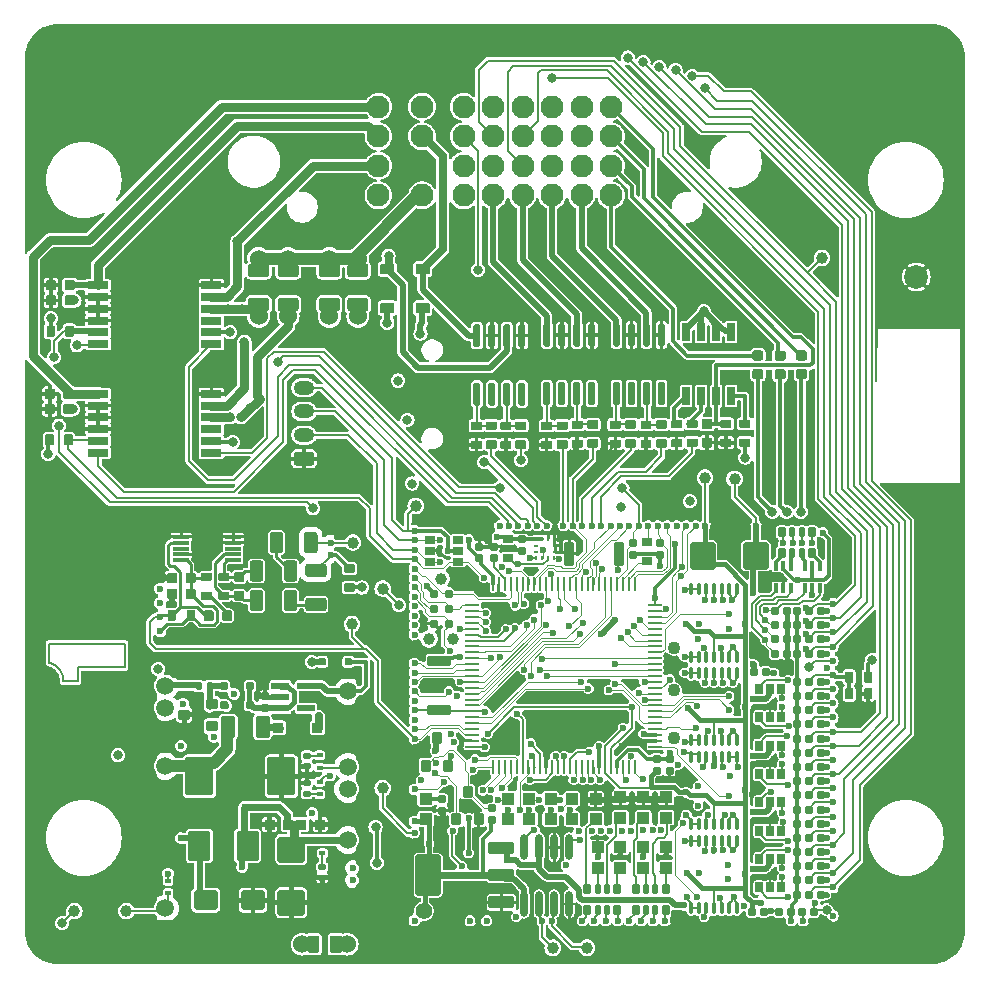
<source format=gtl>
G75*
G70*
%OFA0B0*%
%FSLAX25Y25*%
%IPPOS*%
%LPD*%
%AMOC8*
5,1,8,0,0,1.08239X$1,22.5*
%
%AMM100*
21,1,0.035430,0.030320,-0.000000,0.000000,0.000000*
21,1,0.028350,0.037400,-0.000000,0.000000,0.000000*
1,1,0.007090,0.014170,-0.015160*
1,1,0.007090,-0.014170,-0.015160*
1,1,0.007090,-0.014170,0.015160*
1,1,0.007090,0.014170,0.015160*
%
%AMM101*
21,1,0.043310,0.075980,-0.000000,0.000000,90.000000*
21,1,0.034650,0.084650,-0.000000,0.000000,90.000000*
1,1,0.008660,0.037990,0.017320*
1,1,0.008660,0.037990,-0.017320*
1,1,0.008660,-0.037990,-0.017320*
1,1,0.008660,-0.037990,0.017320*
%
%AMM102*
21,1,0.039370,0.035430,-0.000000,0.000000,90.000000*
21,1,0.031500,0.043310,-0.000000,0.000000,90.000000*
1,1,0.007870,0.017720,0.015750*
1,1,0.007870,0.017720,-0.015750*
1,1,0.007870,-0.017720,-0.015750*
1,1,0.007870,-0.017720,0.015750*
%
%AMM103*
21,1,0.027560,0.030710,-0.000000,0.000000,90.000000*
21,1,0.022050,0.036220,-0.000000,0.000000,90.000000*
1,1,0.005510,0.015350,0.011020*
1,1,0.005510,0.015350,-0.011020*
1,1,0.005510,-0.015350,-0.011020*
1,1,0.005510,-0.015350,0.011020*
%
%AMM104*
21,1,0.031500,0.072440,-0.000000,0.000000,90.000000*
21,1,0.025200,0.078740,-0.000000,0.000000,90.000000*
1,1,0.006300,0.036220,0.012600*
1,1,0.006300,0.036220,-0.012600*
1,1,0.006300,-0.036220,-0.012600*
1,1,0.006300,-0.036220,0.012600*
%
%AMM105*
21,1,0.137800,0.067720,-0.000000,0.000000,90.000000*
21,1,0.120870,0.084650,-0.000000,0.000000,90.000000*
1,1,0.016930,0.033860,0.060430*
1,1,0.016930,0.033860,-0.060430*
1,1,0.016930,-0.033860,-0.060430*
1,1,0.016930,-0.033860,0.060430*
%
%AMM106*
21,1,0.043310,0.075990,-0.000000,0.000000,90.000000*
21,1,0.034650,0.084650,-0.000000,0.000000,90.000000*
1,1,0.008660,0.037990,0.017320*
1,1,0.008660,0.037990,-0.017320*
1,1,0.008660,-0.037990,-0.017320*
1,1,0.008660,-0.037990,0.017320*
%
%AMM107*
21,1,0.086610,0.073230,-0.000000,0.000000,180.000000*
21,1,0.069290,0.090550,-0.000000,0.000000,180.000000*
1,1,0.017320,-0.034650,0.036610*
1,1,0.017320,0.034650,0.036610*
1,1,0.017320,0.034650,-0.036610*
1,1,0.017320,-0.034650,-0.036610*
%
%AMM36*
21,1,0.033470,0.026770,0.000000,0.000000,0.000000*
21,1,0.026770,0.033470,0.000000,0.000000,0.000000*
1,1,0.006690,0.013390,-0.013390*
1,1,0.006690,-0.013390,-0.013390*
1,1,0.006690,-0.013390,0.013390*
1,1,0.006690,0.013390,0.013390*
%
%AMM42*
21,1,0.035830,0.026770,0.000000,0.000000,0.000000*
21,1,0.029130,0.033470,0.000000,0.000000,0.000000*
1,1,0.006690,0.014570,-0.013390*
1,1,0.006690,-0.014570,-0.013390*
1,1,0.006690,-0.014570,0.013390*
1,1,0.006690,0.014570,0.013390*
%
%AMM44*
21,1,0.070870,0.036220,0.000000,0.000000,90.000000*
21,1,0.061810,0.045280,0.000000,0.000000,90.000000*
1,1,0.009060,0.018110,0.030910*
1,1,0.009060,0.018110,-0.030910*
1,1,0.009060,-0.018110,-0.030910*
1,1,0.009060,-0.018110,0.030910*
%
%AMM59*
21,1,0.086610,0.073230,0.000000,0.000000,270.000000*
21,1,0.069290,0.090550,0.000000,0.000000,270.000000*
1,1,0.017320,-0.036610,-0.034650*
1,1,0.017320,-0.036610,0.034650*
1,1,0.017320,0.036610,0.034650*
1,1,0.017320,0.036610,-0.034650*
%
%AMM60*
21,1,0.094490,0.111020,0.000000,0.000000,0.000000*
21,1,0.075590,0.129920,0.000000,0.000000,0.000000*
1,1,0.018900,0.037800,-0.055510*
1,1,0.018900,-0.037800,-0.055510*
1,1,0.018900,-0.037800,0.055510*
1,1,0.018900,0.037800,0.055510*
%
%AMM61*
21,1,0.074800,0.083460,0.000000,0.000000,0.000000*
21,1,0.059840,0.098430,0.000000,0.000000,0.000000*
1,1,0.014960,0.029920,-0.041730*
1,1,0.014960,-0.029920,-0.041730*
1,1,0.014960,-0.029920,0.041730*
1,1,0.014960,0.029920,0.041730*
%
%AMM62*
21,1,0.078740,0.053540,0.000000,0.000000,180.000000*
21,1,0.065350,0.066930,0.000000,0.000000,180.000000*
1,1,0.013390,-0.032680,0.026770*
1,1,0.013390,0.032680,0.026770*
1,1,0.013390,0.032680,-0.026770*
1,1,0.013390,-0.032680,-0.026770*
%
%AMM63*
21,1,0.035430,0.030320,0.000000,0.000000,90.000000*
21,1,0.028350,0.037400,0.000000,0.000000,90.000000*
1,1,0.007090,0.015160,0.014170*
1,1,0.007090,0.015160,-0.014170*
1,1,0.007090,-0.015160,-0.014170*
1,1,0.007090,-0.015160,0.014170*
%
%AMM64*
21,1,0.021650,0.052760,0.000000,0.000000,270.000000*
21,1,0.017320,0.057090,0.000000,0.000000,270.000000*
1,1,0.004330,-0.026380,-0.008660*
1,1,0.004330,-0.026380,0.008660*
1,1,0.004330,0.026380,0.008660*
1,1,0.004330,0.026380,-0.008660*
%
%AMM65*
21,1,0.015750,0.016540,0.000000,0.000000,270.000000*
21,1,0.012600,0.019680,0.000000,0.000000,270.000000*
1,1,0.003150,-0.008270,-0.006300*
1,1,0.003150,-0.008270,0.006300*
1,1,0.003150,0.008270,0.006300*
1,1,0.003150,0.008270,-0.006300*
%
%AMM66*
21,1,0.023620,0.018900,0.000000,0.000000,90.000000*
21,1,0.018900,0.023620,0.000000,0.000000,90.000000*
1,1,0.004720,0.009450,0.009450*
1,1,0.004720,0.009450,-0.009450*
1,1,0.004720,-0.009450,-0.009450*
1,1,0.004720,-0.009450,0.009450*
%
%AMM67*
21,1,0.019680,0.019680,0.000000,0.000000,0.000000*
21,1,0.015750,0.023620,0.000000,0.000000,0.000000*
1,1,0.003940,0.007870,-0.009840*
1,1,0.003940,-0.007870,-0.009840*
1,1,0.003940,-0.007870,0.009840*
1,1,0.003940,0.007870,0.009840*
%
%AMM68*
21,1,0.019680,0.019680,0.000000,0.000000,270.000000*
21,1,0.015750,0.023620,0.000000,0.000000,270.000000*
1,1,0.003940,-0.009840,-0.007870*
1,1,0.003940,-0.009840,0.007870*
1,1,0.003940,0.009840,0.007870*
1,1,0.003940,0.009840,-0.007870*
%
%AMM92*
21,1,0.025590,0.026380,-0.000000,0.000000,0.000000*
21,1,0.020470,0.031500,-0.000000,0.000000,0.000000*
1,1,0.005120,0.010240,-0.013190*
1,1,0.005120,-0.010240,-0.013190*
1,1,0.005120,-0.010240,0.013190*
1,1,0.005120,0.010240,0.013190*
%
%AMM93*
21,1,0.017720,0.027950,-0.000000,0.000000,0.000000*
21,1,0.014170,0.031500,-0.000000,0.000000,0.000000*
1,1,0.003540,0.007090,-0.013980*
1,1,0.003540,-0.007090,-0.013980*
1,1,0.003540,-0.007090,0.013980*
1,1,0.003540,0.007090,0.013980*
%
%AMM94*
21,1,0.012600,0.028980,-0.000000,0.000000,180.000000*
21,1,0.010080,0.031500,-0.000000,0.000000,180.000000*
1,1,0.002520,-0.005040,0.014490*
1,1,0.002520,0.005040,0.014490*
1,1,0.002520,0.005040,-0.014490*
1,1,0.002520,-0.005040,-0.014490*
%
%AMM95*
21,1,0.023620,0.030710,-0.000000,0.000000,270.000000*
21,1,0.018900,0.035430,-0.000000,0.000000,270.000000*
1,1,0.004720,-0.015350,-0.009450*
1,1,0.004720,-0.015350,0.009450*
1,1,0.004720,0.015350,0.009450*
1,1,0.004720,0.015350,-0.009450*
%
%AMM96*
21,1,0.027560,0.018900,-0.000000,0.000000,180.000000*
21,1,0.022840,0.023620,-0.000000,0.000000,180.000000*
1,1,0.004720,-0.011420,0.009450*
1,1,0.004720,0.011420,0.009450*
1,1,0.004720,0.011420,-0.009450*
1,1,0.004720,-0.011420,-0.009450*
%
%AMM97*
21,1,0.031500,0.072440,-0.000000,0.000000,180.000000*
21,1,0.025200,0.078740,-0.000000,0.000000,180.000000*
1,1,0.006300,-0.012600,0.036220*
1,1,0.006300,0.012600,0.036220*
1,1,0.006300,0.012600,-0.036220*
1,1,0.006300,-0.012600,-0.036220*
%
%AMM98*
21,1,0.027560,0.018900,-0.000000,0.000000,270.000000*
21,1,0.022840,0.023620,-0.000000,0.000000,270.000000*
1,1,0.004720,-0.009450,-0.011420*
1,1,0.004720,-0.009450,0.011420*
1,1,0.004720,0.009450,0.011420*
1,1,0.004720,0.009450,-0.011420*
%
%AMM99*
21,1,0.023620,0.030710,-0.000000,0.000000,0.000000*
21,1,0.018900,0.035430,-0.000000,0.000000,0.000000*
1,1,0.004720,0.009450,-0.015350*
1,1,0.004720,-0.009450,-0.015350*
1,1,0.004720,-0.009450,0.015350*
1,1,0.004720,0.009450,0.015350*
%
%ADD10C,0.00787*%
%ADD100C,0.00492*%
%ADD101C,0.01575*%
%ADD102C,0.01260*%
%ADD103C,0.04331*%
%ADD104C,0.03900*%
%ADD105C,0.05512*%
%ADD11C,0.03937*%
%ADD12C,0.06000*%
%ADD13R,0.02559X0.06004*%
%ADD138M36*%
%ADD14R,0.06890X0.02559*%
%ADD147M42*%
%ADD15R,0.16929X0.31102*%
%ADD152M44*%
%ADD16O,0.06890X0.04724*%
%ADD17C,0.02362*%
%ADD173R,0.05512X0.01181*%
%ADD175M59*%
%ADD176M60*%
%ADD177M61*%
%ADD178M62*%
%ADD179M63*%
%ADD18R,0.14567X0.00787*%
%ADD180M64*%
%ADD181M65*%
%ADD182M66*%
%ADD183M67*%
%ADD184M68*%
%ADD185O,0.00787X0.40158*%
%ADD19R,0.01575X0.00787*%
%ADD20R,0.06299X0.00787*%
%ADD21R,0.38189X0.00787*%
%ADD213M92*%
%ADD214M93*%
%ADD215M94*%
%ADD216O,0.01181X0.04331*%
%ADD217M95*%
%ADD218M96*%
%ADD219M97*%
%ADD22R,0.09055X0.00787*%
%ADD220M98*%
%ADD221M99*%
%ADD222M100*%
%ADD223O,0.02362X0.08661*%
%ADD224M101*%
%ADD225M102*%
%ADD226M103*%
%ADD227M104*%
%ADD228M105*%
%ADD229M106*%
%ADD23R,0.00787X0.05512*%
%ADD230M107*%
%ADD24R,0.00787X0.25197*%
%ADD25R,0.00787X0.06693*%
%ADD26R,0.00787X0.12992*%
%ADD27R,0.27559X0.00787*%
%ADD28R,0.12992X0.00787*%
%ADD29R,0.24803X0.00787*%
%ADD30C,0.07677*%
%ADD31R,0.00984X0.24350*%
%ADD32R,0.00984X0.04390*%
%ADD33R,0.56201X0.00984*%
%ADD34R,0.59449X0.00984*%
%ADD35R,0.00984X0.20374*%
%ADD36C,0.07874*%
%ADD37C,0.05906*%
%ADD38O,0.00787X0.12992*%
%ADD39O,0.00787X0.40157*%
%ADD40O,0.00787X0.01181*%
%ADD41O,0.66929X0.00787*%
%ADD42O,0.60630X0.00787*%
%ADD43O,0.00787X0.18898*%
%ADD44O,0.00787X0.10236*%
%ADD45O,0.00787X0.03937*%
%ADD46O,0.00787X0.05906*%
%ADD47C,0.03150*%
%ADD48C,0.01969*%
%ADD49C,0.00591*%
%ADD50C,0.01181*%
%ADD51C,0.02756*%
%ADD56C,0.00984*%
%ADD66C,0.01968*%
%ADD80O,0.04724X0.00866*%
%ADD81O,0.00866X0.04724*%
%ADD85R,0.01378X0.00984*%
%ADD86R,0.00984X0.01378*%
%ADD99C,0.03100*%
X0000000Y0000000D02*
%LPD*%
G01*
D10*
X0008952Y0107655D02*
X0008952Y0101355D01*
X0018401Y0099781D02*
X0034149Y0099781D01*
X0018401Y0095056D02*
X0013676Y0095056D01*
X0018401Y0095056D02*
X0018401Y0099781D01*
X0034149Y0107655D02*
X0008952Y0107655D01*
X0034149Y0099781D02*
X0034149Y0107655D01*
X0008952Y0101355D02*
G75*
G02*
X0013676Y0095056I-001508J-006052D01*
G01*
G36*
G01*
X0152874Y0172533D02*
X0149803Y0172533D01*
G75*
G02*
X0149528Y0172809I0000000J0000276D01*
G01*
X0149528Y0175013D01*
G75*
G02*
X0149803Y0175289I0000276J0000000D01*
G01*
X0152874Y0175289D01*
G75*
G02*
X0153150Y0175013I0000000J-000276D01*
G01*
X0153150Y0172809D01*
G75*
G02*
X0152874Y0172533I-000276J0000000D01*
G01*
G37*
G36*
G01*
X0152874Y0178832D02*
X0149803Y0178832D01*
G75*
G02*
X0149528Y0179108I0000000J0000276D01*
G01*
X0149528Y0181313D01*
G75*
G02*
X0149803Y0181588I0000276J0000000D01*
G01*
X0152874Y0181588D01*
G75*
G02*
X0153150Y0181313I0000000J-000276D01*
G01*
X0153150Y0179108D01*
G75*
G02*
X0152874Y0178832I-000276J0000000D01*
G01*
G37*
D11*
X0110236Y0141339D03*
G36*
G01*
X0229547Y0172972D02*
X0226870Y0172972D01*
G75*
G02*
X0226535Y0173307I0000000J0000335D01*
G01*
X0226535Y0175984D01*
G75*
G02*
X0226870Y0176319I0000335J0000000D01*
G01*
X0229547Y0176319D01*
G75*
G02*
X0229882Y0175984I0000000J-000335D01*
G01*
X0229882Y0173307D01*
G75*
G02*
X0229547Y0172972I-000335J0000000D01*
G01*
G37*
G36*
G01*
X0229547Y0179193D02*
X0226870Y0179193D01*
G75*
G02*
X0226535Y0179528I0000000J0000335D01*
G01*
X0226535Y0182205D01*
G75*
G02*
X0226870Y0182539I0000335J0000000D01*
G01*
X0229547Y0182539D01*
G75*
G02*
X0229882Y0182205I0000000J-000335D01*
G01*
X0229882Y0179528D01*
G75*
G02*
X0229547Y0179193I-000335J0000000D01*
G01*
G37*
G36*
G01*
X0211457Y0182087D02*
X0214528Y0182087D01*
G75*
G02*
X0214803Y0181811I0000000J-000276D01*
G01*
X0214803Y0179606D01*
G75*
G02*
X0214528Y0179331I-000276J0000000D01*
G01*
X0211457Y0179331D01*
G75*
G02*
X0211181Y0179606I0000000J0000276D01*
G01*
X0211181Y0181811D01*
G75*
G02*
X0211457Y0182087I0000276J0000000D01*
G01*
G37*
G36*
G01*
X0211457Y0175787D02*
X0214528Y0175787D01*
G75*
G02*
X0214803Y0175512I0000000J-000276D01*
G01*
X0214803Y0173307D01*
G75*
G02*
X0214528Y0173031I-000276J0000000D01*
G01*
X0211457Y0173031D01*
G75*
G02*
X0211181Y0173307I0000000J0000276D01*
G01*
X0211181Y0175512D01*
G75*
G02*
X0211457Y0175787I0000276J0000000D01*
G01*
G37*
G36*
G01*
X0007461Y0189606D02*
X0007461Y0192283D01*
G75*
G02*
X0007795Y0192618I0000335J0000000D01*
G01*
X0010472Y0192618D01*
G75*
G02*
X0010807Y0192283I0000000J-000335D01*
G01*
X0010807Y0189606D01*
G75*
G02*
X0010472Y0189272I-000335J0000000D01*
G01*
X0007795Y0189272D01*
G75*
G02*
X0007461Y0189606I0000000J0000335D01*
G01*
G37*
G36*
G01*
X0013681Y0189606D02*
X0013681Y0192283D01*
G75*
G02*
X0014016Y0192618I0000335J0000000D01*
G01*
X0016693Y0192618D01*
G75*
G02*
X0017028Y0192283I0000000J-000335D01*
G01*
X0017028Y0189606D01*
G75*
G02*
X0016693Y0189272I-000335J0000000D01*
G01*
X0014016Y0189272D01*
G75*
G02*
X0013681Y0189606I0000000J0000335D01*
G01*
G37*
G36*
G01*
X0283268Y0092480D02*
X0283268Y0089409D01*
G75*
G02*
X0282992Y0089134I-000276J0000000D01*
G01*
X0280787Y0089134D01*
G75*
G02*
X0280512Y0089409I0000000J0000276D01*
G01*
X0280512Y0092480D01*
G75*
G02*
X0280787Y0092756I0000276J0000000D01*
G01*
X0282992Y0092756D01*
G75*
G02*
X0283268Y0092480I0000000J-000276D01*
G01*
G37*
G36*
G01*
X0276969Y0092480D02*
X0276969Y0089409D01*
G75*
G02*
X0276693Y0089134I-000276J0000000D01*
G01*
X0274488Y0089134D01*
G75*
G02*
X0274213Y0089409I0000000J0000276D01*
G01*
X0274213Y0092480D01*
G75*
G02*
X0274488Y0092756I0000276J0000000D01*
G01*
X0276693Y0092756D01*
G75*
G02*
X0276969Y0092480I0000000J-000276D01*
G01*
G37*
G36*
G01*
X0201220Y0182087D02*
X0204291Y0182087D01*
G75*
G02*
X0204567Y0181811I0000000J-000276D01*
G01*
X0204567Y0179606D01*
G75*
G02*
X0204291Y0179331I-000276J0000000D01*
G01*
X0201220Y0179331D01*
G75*
G02*
X0200945Y0179606I0000000J0000276D01*
G01*
X0200945Y0181811D01*
G75*
G02*
X0201220Y0182087I0000276J0000000D01*
G01*
G37*
G36*
G01*
X0201220Y0175787D02*
X0204291Y0175787D01*
G75*
G02*
X0204567Y0175512I0000000J-000276D01*
G01*
X0204567Y0173307D01*
G75*
G02*
X0204291Y0173031I-000276J0000000D01*
G01*
X0201220Y0173031D01*
G75*
G02*
X0200945Y0173307I0000000J0000276D01*
G01*
X0200945Y0175512D01*
G75*
G02*
X0201220Y0175787I0000276J0000000D01*
G01*
G37*
D12*
X0111811Y0236024D03*
G36*
G01*
X0108268Y0230728D02*
X0108268Y0233445D01*
G75*
G02*
X0109173Y0234350I0000906J0000000D01*
G01*
X0114449Y0234350D01*
G75*
G02*
X0115354Y0233445I0000000J-000906D01*
G01*
X0115354Y0230728D01*
G75*
G02*
X0114449Y0229823I-000906J0000000D01*
G01*
X0109173Y0229823D01*
G75*
G02*
X0108268Y0230728I0000000J0000906D01*
G01*
G37*
G36*
G01*
X0108268Y0219311D02*
X0108268Y0222028D01*
G75*
G02*
X0109173Y0222933I0000906J0000000D01*
G01*
X0114449Y0222933D01*
G75*
G02*
X0115354Y0222028I0000000J-000906D01*
G01*
X0115354Y0219311D01*
G75*
G02*
X0114449Y0218405I-000906J0000000D01*
G01*
X0109173Y0218405D01*
G75*
G02*
X0108268Y0219311I0000000J0000906D01*
G01*
G37*
X0111811Y0216732D03*
D11*
X0017323Y0018504D03*
G36*
G01*
X0198602Y0187205D02*
X0197421Y0187205D01*
G75*
G02*
X0196831Y0187795I0000000J0000591D01*
G01*
X0196831Y0194291D01*
G75*
G02*
X0197421Y0194882I0000591J0000000D01*
G01*
X0198602Y0194882D01*
G75*
G02*
X0199193Y0194291I0000000J-000591D01*
G01*
X0199193Y0187795D01*
G75*
G02*
X0198602Y0187205I-000591J0000000D01*
G01*
G37*
G36*
G01*
X0203602Y0187205D02*
X0202421Y0187205D01*
G75*
G02*
X0201831Y0187795I0000000J0000591D01*
G01*
X0201831Y0194291D01*
G75*
G02*
X0202421Y0194882I0000591J0000000D01*
G01*
X0203602Y0194882D01*
G75*
G02*
X0204193Y0194291I0000000J-000591D01*
G01*
X0204193Y0187795D01*
G75*
G02*
X0203602Y0187205I-000591J0000000D01*
G01*
G37*
G36*
G01*
X0208602Y0187205D02*
X0207421Y0187205D01*
G75*
G02*
X0206831Y0187795I0000000J0000591D01*
G01*
X0206831Y0194291D01*
G75*
G02*
X0207421Y0194882I0000591J0000000D01*
G01*
X0208602Y0194882D01*
G75*
G02*
X0209193Y0194291I0000000J-000591D01*
G01*
X0209193Y0187795D01*
G75*
G02*
X0208602Y0187205I-000591J0000000D01*
G01*
G37*
G36*
G01*
X0213602Y0187205D02*
X0212421Y0187205D01*
G75*
G02*
X0211831Y0187795I0000000J0000591D01*
G01*
X0211831Y0194291D01*
G75*
G02*
X0212421Y0194882I0000591J0000000D01*
G01*
X0213602Y0194882D01*
G75*
G02*
X0214193Y0194291I0000000J-000591D01*
G01*
X0214193Y0187795D01*
G75*
G02*
X0213602Y0187205I-000591J0000000D01*
G01*
G37*
G36*
G01*
X0213602Y0206693D02*
X0212421Y0206693D01*
G75*
G02*
X0211831Y0207283I0000000J0000591D01*
G01*
X0211831Y0213780D01*
G75*
G02*
X0212421Y0214370I0000591J0000000D01*
G01*
X0213602Y0214370D01*
G75*
G02*
X0214193Y0213780I0000000J-000591D01*
G01*
X0214193Y0207283D01*
G75*
G02*
X0213602Y0206693I-000591J0000000D01*
G01*
G37*
G36*
G01*
X0208602Y0206693D02*
X0207421Y0206693D01*
G75*
G02*
X0206831Y0207283I0000000J0000591D01*
G01*
X0206831Y0213780D01*
G75*
G02*
X0207421Y0214370I0000591J0000000D01*
G01*
X0208602Y0214370D01*
G75*
G02*
X0209193Y0213780I0000000J-000591D01*
G01*
X0209193Y0207283D01*
G75*
G02*
X0208602Y0206693I-000591J0000000D01*
G01*
G37*
G36*
G01*
X0203602Y0206693D02*
X0202421Y0206693D01*
G75*
G02*
X0201831Y0207283I0000000J0000591D01*
G01*
X0201831Y0213780D01*
G75*
G02*
X0202421Y0214370I0000591J0000000D01*
G01*
X0203602Y0214370D01*
G75*
G02*
X0204193Y0213780I0000000J-000591D01*
G01*
X0204193Y0207283D01*
G75*
G02*
X0203602Y0206693I-000591J0000000D01*
G01*
G37*
G36*
G01*
X0198602Y0206693D02*
X0197421Y0206693D01*
G75*
G02*
X0196831Y0207283I0000000J0000591D01*
G01*
X0196831Y0213780D01*
G75*
G02*
X0197421Y0214370I0000591J0000000D01*
G01*
X0198602Y0214370D01*
G75*
G02*
X0199193Y0213780I0000000J-000591D01*
G01*
X0199193Y0207283D01*
G75*
G02*
X0198602Y0206693I-000591J0000000D01*
G01*
G37*
D13*
X0221240Y0190209D03*
X0226240Y0190209D03*
X0231240Y0190209D03*
X0236240Y0190209D03*
X0236240Y0211563D03*
X0231240Y0211563D03*
X0226240Y0211563D03*
X0221240Y0211563D03*
G36*
G01*
X0016732Y0177126D02*
X0016732Y0174055D01*
G75*
G02*
X0016457Y0173780I-000276J0000000D01*
G01*
X0014252Y0173780D01*
G75*
G02*
X0013976Y0174055I0000000J0000276D01*
G01*
X0013976Y0177126D01*
G75*
G02*
X0014252Y0177402I0000276J0000000D01*
G01*
X0016457Y0177402D01*
G75*
G02*
X0016732Y0177126I0000000J-000276D01*
G01*
G37*
G36*
G01*
X0010433Y0177126D02*
X0010433Y0174055D01*
G75*
G02*
X0010157Y0173780I-000276J0000000D01*
G01*
X0007953Y0173780D01*
G75*
G02*
X0007677Y0174055I0000000J0000276D01*
G01*
X0007677Y0177126D01*
G75*
G02*
X0007953Y0177402I0000276J0000000D01*
G01*
X0010157Y0177402D01*
G75*
G02*
X0010433Y0177126I0000000J-000276D01*
G01*
G37*
G36*
G01*
X0007854Y0225827D02*
X0007854Y0228504D01*
G75*
G02*
X0008189Y0228839I0000335J0000000D01*
G01*
X0010866Y0228839D01*
G75*
G02*
X0011201Y0228504I0000000J-000335D01*
G01*
X0011201Y0225827D01*
G75*
G02*
X0010866Y0225492I-000335J0000000D01*
G01*
X0008189Y0225492D01*
G75*
G02*
X0007854Y0225827I0000000J0000335D01*
G01*
G37*
G36*
G01*
X0014075Y0225827D02*
X0014075Y0228504D01*
G75*
G02*
X0014409Y0228839I0000335J0000000D01*
G01*
X0017087Y0228839D01*
G75*
G02*
X0017421Y0228504I0000000J-000335D01*
G01*
X0017421Y0225827D01*
G75*
G02*
X0017087Y0225492I-000335J0000000D01*
G01*
X0014409Y0225492D01*
G75*
G02*
X0014075Y0225827I0000000J0000335D01*
G01*
G37*
G36*
G01*
X0274213Y0094921D02*
X0274213Y0097992D01*
G75*
G02*
X0274488Y0098268I0000276J0000000D01*
G01*
X0276693Y0098268D01*
G75*
G02*
X0276969Y0097992I0000000J-000276D01*
G01*
X0276969Y0094921D01*
G75*
G02*
X0276693Y0094646I-000276J0000000D01*
G01*
X0274488Y0094646D01*
G75*
G02*
X0274213Y0094921I0000000J0000276D01*
G01*
G37*
G36*
G01*
X0280512Y0094921D02*
X0280512Y0097992D01*
G75*
G02*
X0280787Y0098268I0000276J0000000D01*
G01*
X0282992Y0098268D01*
G75*
G02*
X0283268Y0097992I0000000J-000276D01*
G01*
X0283268Y0094921D01*
G75*
G02*
X0282992Y0094646I-000276J0000000D01*
G01*
X0280787Y0094646D01*
G75*
G02*
X0280512Y0094921I0000000J0000276D01*
G01*
G37*
D11*
X0034646Y0018504D03*
D14*
X0062992Y0171260D03*
X0062992Y0175197D03*
X0062992Y0179134D03*
X0062992Y0183071D03*
X0062992Y0187008D03*
X0062992Y0190945D03*
X0025197Y0190945D03*
X0025197Y0187008D03*
X0025197Y0183071D03*
X0025197Y0179134D03*
X0025197Y0175197D03*
X0025197Y0171260D03*
D15*
X0044094Y0181102D03*
G36*
G01*
X0109600Y0100443D02*
X0107711Y0100443D01*
G75*
G02*
X0107474Y0100679I0000000J0000236D01*
G01*
X0107474Y0102569D01*
G75*
G02*
X0107711Y0102805I0000236J0000000D01*
G01*
X0109600Y0102805D01*
G75*
G02*
X0109837Y0102569I0000000J-000236D01*
G01*
X0109837Y0100679D01*
G75*
G02*
X0109600Y0100443I-000236J0000000D01*
G01*
G37*
G36*
G01*
X0100939Y0100443D02*
X0099049Y0100443D01*
G75*
G02*
X0098813Y0100679I0000000J0000236D01*
G01*
X0098813Y0102569D01*
G75*
G02*
X0099049Y0102805I0000236J0000000D01*
G01*
X0100939Y0102805D01*
G75*
G02*
X0101175Y0102569I0000000J-000236D01*
G01*
X0101175Y0100679D01*
G75*
G02*
X0100939Y0100443I-000236J0000000D01*
G01*
G37*
D11*
X0227559Y0162992D03*
G36*
G01*
X0007461Y0184488D02*
X0007461Y0187165D01*
G75*
G02*
X0007795Y0187500I0000335J0000000D01*
G01*
X0010472Y0187500D01*
G75*
G02*
X0010807Y0187165I0000000J-000335D01*
G01*
X0010807Y0184488D01*
G75*
G02*
X0010472Y0184154I-000335J0000000D01*
G01*
X0007795Y0184154D01*
G75*
G02*
X0007461Y0184488I0000000J0000335D01*
G01*
G37*
G36*
G01*
X0013681Y0184488D02*
X0013681Y0187165D01*
G75*
G02*
X0014016Y0187500I0000335J0000000D01*
G01*
X0016693Y0187500D01*
G75*
G02*
X0017028Y0187165I0000000J-000335D01*
G01*
X0017028Y0184488D01*
G75*
G02*
X0016693Y0184154I-000335J0000000D01*
G01*
X0014016Y0184154D01*
G75*
G02*
X0013681Y0184488I0000000J0000335D01*
G01*
G37*
G36*
G01*
X0110591Y0125000D02*
X0107520Y0125000D01*
G75*
G02*
X0107244Y0125276I0000000J0000276D01*
G01*
X0107244Y0127480D01*
G75*
G02*
X0107520Y0127756I0000276J0000000D01*
G01*
X0110591Y0127756D01*
G75*
G02*
X0110866Y0127480I0000000J-000276D01*
G01*
X0110866Y0125276D01*
G75*
G02*
X0110591Y0125000I-000276J0000000D01*
G01*
G37*
G36*
G01*
X0110591Y0131299D02*
X0107520Y0131299D01*
G75*
G02*
X0107244Y0131575I0000000J0000276D01*
G01*
X0107244Y0133780D01*
G75*
G02*
X0107520Y0134055I0000276J0000000D01*
G01*
X0110591Y0134055D01*
G75*
G02*
X0110866Y0133780I0000000J-000276D01*
G01*
X0110866Y0131575D01*
G75*
G02*
X0110591Y0131299I-000276J0000000D01*
G01*
G37*
G36*
G01*
X0096358Y0166929D02*
X0091437Y0166929D01*
G75*
G02*
X0090453Y0167913I0000000J0000984D01*
G01*
X0090453Y0170669D01*
G75*
G02*
X0091437Y0171654I0000984J0000000D01*
G01*
X0096358Y0171654D01*
G75*
G02*
X0097343Y0170669I0000000J-000984D01*
G01*
X0097343Y0167913D01*
G75*
G02*
X0096358Y0166929I-000984J0000000D01*
G01*
G37*
D16*
X0093898Y0177165D03*
X0093898Y0185039D03*
X0093898Y0192913D03*
D17*
X0244488Y0146850D03*
X0227559Y0146850D03*
X0224409Y0146850D03*
X0221260Y0146850D03*
X0218110Y0146850D03*
X0214961Y0146850D03*
X0211811Y0146850D03*
X0208661Y0146850D03*
X0205512Y0146850D03*
X0202362Y0146850D03*
X0199213Y0146850D03*
X0196063Y0146850D03*
X0192913Y0146850D03*
X0189764Y0146850D03*
X0186614Y0146850D03*
X0183465Y0146850D03*
X0180315Y0146850D03*
X0174803Y0146850D03*
X0171654Y0146850D03*
X0168504Y0146850D03*
X0165354Y0146850D03*
X0162205Y0146850D03*
X0159055Y0146850D03*
D18*
X0139961Y0014567D03*
D19*
X0151968Y0014567D03*
D18*
X0163976Y0014567D03*
D20*
X0181496Y0014567D03*
D21*
X0235236Y0014567D03*
D22*
X0266732Y0014567D03*
D23*
X0270866Y0021654D03*
D24*
X0129921Y0029921D03*
D25*
X0129921Y0053740D03*
D26*
X0129921Y0067520D03*
D23*
X0129921Y0105906D03*
D24*
X0270866Y0135433D03*
D27*
X0143307Y0147638D03*
D19*
X0177559Y0147638D03*
D28*
X0236024Y0147638D03*
D29*
X0258858Y0147638D03*
D17*
X0130709Y0145276D03*
X0130709Y0142126D03*
X0130709Y0138976D03*
X0130709Y0135827D03*
X0130709Y0132677D03*
X0130709Y0129528D03*
X0130709Y0126378D03*
X0130709Y0123228D03*
X0130709Y0120079D03*
X0130709Y0116929D03*
X0130709Y0113780D03*
X0130709Y0110630D03*
X0130709Y0101181D03*
X0130709Y0098031D03*
X0130709Y0094882D03*
X0130709Y0091732D03*
X0130709Y0088583D03*
X0130709Y0085433D03*
X0130709Y0082283D03*
X0130709Y0079134D03*
X0130709Y0075984D03*
X0130709Y0059055D03*
X0130709Y0048425D03*
X0130709Y0044488D03*
X0130709Y0015354D03*
X0270079Y0120866D03*
X0270079Y0116142D03*
X0270079Y0111417D03*
X0270079Y0106693D03*
X0270079Y0101969D03*
X0270079Y0097244D03*
X0270079Y0092520D03*
X0270079Y0087795D03*
X0270079Y0083071D03*
X0270079Y0078346D03*
X0270079Y0073622D03*
X0270079Y0068898D03*
X0270079Y0064173D03*
X0270079Y0059449D03*
X0270079Y0054724D03*
X0270079Y0050000D03*
X0270079Y0045276D03*
X0270079Y0040551D03*
X0270079Y0035827D03*
X0270079Y0031102D03*
X0270079Y0026378D03*
X0270079Y0016929D03*
X0260236Y0015354D03*
X0256299Y0015354D03*
X0214173Y0015354D03*
X0210236Y0015354D03*
X0206299Y0015354D03*
X0202362Y0015354D03*
X0198425Y0015354D03*
X0194488Y0015354D03*
X0190551Y0015354D03*
X0186614Y0015354D03*
X0176378Y0015354D03*
X0173228Y0015354D03*
X0154724Y0015354D03*
X0149213Y0015354D03*
G36*
G01*
X0209409Y0172933D02*
X0206339Y0172933D01*
G75*
G02*
X0206063Y0173209I0000000J0000276D01*
G01*
X0206063Y0175413D01*
G75*
G02*
X0206339Y0175689I0000276J0000000D01*
G01*
X0209409Y0175689D01*
G75*
G02*
X0209685Y0175413I0000000J-000276D01*
G01*
X0209685Y0173209D01*
G75*
G02*
X0209409Y0172933I-000276J0000000D01*
G01*
G37*
G36*
G01*
X0209409Y0179232D02*
X0206339Y0179232D01*
G75*
G02*
X0206063Y0179508I0000000J0000276D01*
G01*
X0206063Y0181713D01*
G75*
G02*
X0206339Y0181988I0000276J0000000D01*
G01*
X0209409Y0181988D01*
G75*
G02*
X0209685Y0181713I0000000J-000276D01*
G01*
X0209685Y0179508D01*
G75*
G02*
X0209409Y0179232I-000276J0000000D01*
G01*
G37*
D11*
X0109843Y0114173D03*
G36*
G01*
X0219646Y0173130D02*
X0216575Y0173130D01*
G75*
G02*
X0216299Y0173406I0000000J0000276D01*
G01*
X0216299Y0175610D01*
G75*
G02*
X0216575Y0175886I0000276J0000000D01*
G01*
X0219646Y0175886D01*
G75*
G02*
X0219921Y0175610I0000000J-000276D01*
G01*
X0219921Y0173406D01*
G75*
G02*
X0219646Y0173130I-000276J0000000D01*
G01*
G37*
G36*
G01*
X0219646Y0179429D02*
X0216575Y0179429D01*
G75*
G02*
X0216299Y0179705I0000000J0000276D01*
G01*
X0216299Y0181909D01*
G75*
G02*
X0216575Y0182185I0000276J0000000D01*
G01*
X0219646Y0182185D01*
G75*
G02*
X0219921Y0181909I0000000J-000276D01*
G01*
X0219921Y0179705D01*
G75*
G02*
X0219646Y0179429I-000276J0000000D01*
G01*
G37*
G36*
G01*
X0176260Y0172539D02*
X0173189Y0172539D01*
G75*
G02*
X0172913Y0172815I0000000J0000276D01*
G01*
X0172913Y0175020D01*
G75*
G02*
X0173189Y0175295I0000276J0000000D01*
G01*
X0176260Y0175295D01*
G75*
G02*
X0176535Y0175020I0000000J-000276D01*
G01*
X0176535Y0172815D01*
G75*
G02*
X0176260Y0172539I-000276J0000000D01*
G01*
G37*
G36*
G01*
X0176260Y0178839D02*
X0173189Y0178839D01*
G75*
G02*
X0172913Y0179114I0000000J0000276D01*
G01*
X0172913Y0181319D01*
G75*
G02*
X0173189Y0181594I0000276J0000000D01*
G01*
X0176260Y0181594D01*
G75*
G02*
X0176535Y0181319I0000000J-000276D01*
G01*
X0176535Y0179114D01*
G75*
G02*
X0176260Y0178839I-000276J0000000D01*
G01*
G37*
G36*
G01*
X0154764Y0181693D02*
X0157835Y0181693D01*
G75*
G02*
X0158110Y0181417I0000000J-000276D01*
G01*
X0158110Y0179213D01*
G75*
G02*
X0157835Y0178937I-000276J0000000D01*
G01*
X0154764Y0178937D01*
G75*
G02*
X0154488Y0179213I0000000J0000276D01*
G01*
X0154488Y0181417D01*
G75*
G02*
X0154764Y0181693I0000276J0000000D01*
G01*
G37*
G36*
G01*
X0154764Y0175394D02*
X0157835Y0175394D01*
G75*
G02*
X0158110Y0175118I0000000J-000276D01*
G01*
X0158110Y0172913D01*
G75*
G02*
X0157835Y0172638I-000276J0000000D01*
G01*
X0154764Y0172638D01*
G75*
G02*
X0154488Y0172913I0000000J0000276D01*
G01*
X0154488Y0175118D01*
G75*
G02*
X0154764Y0175394I0000276J0000000D01*
G01*
G37*
X0120079Y0125984D03*
D30*
X0196260Y0257087D03*
X0196260Y0266929D03*
X0196260Y0276772D03*
X0196260Y0286614D03*
X0186417Y0257087D03*
X0186417Y0266929D03*
X0186417Y0276772D03*
X0186417Y0286614D03*
X0176575Y0257087D03*
X0176575Y0266929D03*
X0176575Y0276772D03*
X0176575Y0286614D03*
X0166732Y0257087D03*
X0166732Y0266929D03*
X0166732Y0276772D03*
X0166732Y0286614D03*
X0156890Y0257087D03*
X0156890Y0266929D03*
X0156890Y0276772D03*
X0156890Y0286614D03*
X0147047Y0257087D03*
X0147047Y0266929D03*
X0147047Y0276772D03*
X0147047Y0286614D03*
X0133268Y0257087D03*
X0133268Y0266929D03*
X0133268Y0276772D03*
X0133268Y0286614D03*
X0118701Y0257087D03*
X0118701Y0266929D03*
X0118701Y0276772D03*
X0118701Y0286614D03*
D14*
X0062992Y0207480D03*
X0062992Y0211417D03*
X0062992Y0215354D03*
X0062992Y0219291D03*
X0062992Y0223228D03*
X0062992Y0227165D03*
X0025197Y0227165D03*
X0025197Y0223228D03*
X0025197Y0219291D03*
X0025197Y0215354D03*
X0025197Y0211417D03*
X0025197Y0207480D03*
D15*
X0044094Y0217323D03*
D11*
X0188189Y0006299D03*
X0176772Y0006299D03*
X0266535Y0236220D03*
G36*
G01*
X0251609Y0205364D02*
X0253627Y0205364D01*
G75*
G02*
X0254488Y0204503I0000000J-000861D01*
G01*
X0254488Y0202781D01*
G75*
G02*
X0253627Y0201919I-000861J0000000D01*
G01*
X0251609Y0201919D01*
G75*
G02*
X0250748Y0202781I0000000J0000861D01*
G01*
X0250748Y0204503D01*
G75*
G02*
X0251609Y0205364I0000861J0000000D01*
G01*
G37*
G36*
G01*
X0251609Y0199163D02*
X0253627Y0199163D01*
G75*
G02*
X0254488Y0198302I0000000J-000861D01*
G01*
X0254488Y0196580D01*
G75*
G02*
X0253627Y0195719I-000861J0000000D01*
G01*
X0251609Y0195719D01*
G75*
G02*
X0250748Y0196580I0000000J0000861D01*
G01*
X0250748Y0198302D01*
G75*
G02*
X0251609Y0199163I0000861J0000000D01*
G01*
G37*
G36*
G01*
X0152047Y0187008D02*
X0150866Y0187008D01*
G75*
G02*
X0150276Y0187598I0000000J0000591D01*
G01*
X0150276Y0194094D01*
G75*
G02*
X0150866Y0194685I0000591J0000000D01*
G01*
X0152047Y0194685D01*
G75*
G02*
X0152638Y0194094I0000000J-000591D01*
G01*
X0152638Y0187598D01*
G75*
G02*
X0152047Y0187008I-000591J0000000D01*
G01*
G37*
G36*
G01*
X0157047Y0187008D02*
X0155866Y0187008D01*
G75*
G02*
X0155276Y0187598I0000000J0000591D01*
G01*
X0155276Y0194094D01*
G75*
G02*
X0155866Y0194685I0000591J0000000D01*
G01*
X0157047Y0194685D01*
G75*
G02*
X0157638Y0194094I0000000J-000591D01*
G01*
X0157638Y0187598D01*
G75*
G02*
X0157047Y0187008I-000591J0000000D01*
G01*
G37*
G36*
G01*
X0162047Y0187008D02*
X0160866Y0187008D01*
G75*
G02*
X0160276Y0187598I0000000J0000591D01*
G01*
X0160276Y0194094D01*
G75*
G02*
X0160866Y0194685I0000591J0000000D01*
G01*
X0162047Y0194685D01*
G75*
G02*
X0162638Y0194094I0000000J-000591D01*
G01*
X0162638Y0187598D01*
G75*
G02*
X0162047Y0187008I-000591J0000000D01*
G01*
G37*
G36*
G01*
X0167047Y0187008D02*
X0165866Y0187008D01*
G75*
G02*
X0165276Y0187598I0000000J0000591D01*
G01*
X0165276Y0194094D01*
G75*
G02*
X0165866Y0194685I0000591J0000000D01*
G01*
X0167047Y0194685D01*
G75*
G02*
X0167638Y0194094I0000000J-000591D01*
G01*
X0167638Y0187598D01*
G75*
G02*
X0167047Y0187008I-000591J0000000D01*
G01*
G37*
G36*
G01*
X0167047Y0206496D02*
X0165866Y0206496D01*
G75*
G02*
X0165276Y0207087I0000000J0000591D01*
G01*
X0165276Y0213583D01*
G75*
G02*
X0165866Y0214173I0000591J0000000D01*
G01*
X0167047Y0214173D01*
G75*
G02*
X0167638Y0213583I0000000J-000591D01*
G01*
X0167638Y0207087D01*
G75*
G02*
X0167047Y0206496I-000591J0000000D01*
G01*
G37*
G36*
G01*
X0162047Y0206496D02*
X0160866Y0206496D01*
G75*
G02*
X0160276Y0207087I0000000J0000591D01*
G01*
X0160276Y0213583D01*
G75*
G02*
X0160866Y0214173I0000591J0000000D01*
G01*
X0162047Y0214173D01*
G75*
G02*
X0162638Y0213583I0000000J-000591D01*
G01*
X0162638Y0207087D01*
G75*
G02*
X0162047Y0206496I-000591J0000000D01*
G01*
G37*
G36*
G01*
X0157047Y0206496D02*
X0155866Y0206496D01*
G75*
G02*
X0155276Y0207087I0000000J0000591D01*
G01*
X0155276Y0213583D01*
G75*
G02*
X0155866Y0214173I0000591J0000000D01*
G01*
X0157047Y0214173D01*
G75*
G02*
X0157638Y0213583I0000000J-000591D01*
G01*
X0157638Y0207087D01*
G75*
G02*
X0157047Y0206496I-000591J0000000D01*
G01*
G37*
G36*
G01*
X0152047Y0206496D02*
X0150866Y0206496D01*
G75*
G02*
X0150276Y0207087I0000000J0000591D01*
G01*
X0150276Y0213583D01*
G75*
G02*
X0150866Y0214173I0000591J0000000D01*
G01*
X0152047Y0214173D01*
G75*
G02*
X0152638Y0213583I0000000J-000591D01*
G01*
X0152638Y0207087D01*
G75*
G02*
X0152047Y0206496I-000591J0000000D01*
G01*
G37*
D12*
X0088583Y0236024D03*
G36*
G01*
X0085039Y0230728D02*
X0085039Y0233445D01*
G75*
G02*
X0085945Y0234350I0000906J0000000D01*
G01*
X0091220Y0234350D01*
G75*
G02*
X0092126Y0233445I0000000J-000906D01*
G01*
X0092126Y0230728D01*
G75*
G02*
X0091220Y0229823I-000906J0000000D01*
G01*
X0085945Y0229823D01*
G75*
G02*
X0085039Y0230728I0000000J0000906D01*
G01*
G37*
G36*
G01*
X0085039Y0219311D02*
X0085039Y0222028D01*
G75*
G02*
X0085945Y0222933I0000906J0000000D01*
G01*
X0091220Y0222933D01*
G75*
G02*
X0092126Y0222028I0000000J-000906D01*
G01*
X0092126Y0219311D01*
G75*
G02*
X0091220Y0218405I-000906J0000000D01*
G01*
X0085945Y0218405D01*
G75*
G02*
X0085039Y0219311I0000000J0000906D01*
G01*
G37*
X0088583Y0216732D03*
D11*
X0237402Y0162598D03*
G36*
G01*
X0178386Y0181693D02*
X0181457Y0181693D01*
G75*
G02*
X0181732Y0181417I0000000J-000276D01*
G01*
X0181732Y0179213D01*
G75*
G02*
X0181457Y0178937I-000276J0000000D01*
G01*
X0178386Y0178937D01*
G75*
G02*
X0178110Y0179213I0000000J0000276D01*
G01*
X0178110Y0181417D01*
G75*
G02*
X0178386Y0181693I0000276J0000000D01*
G01*
G37*
G36*
G01*
X0178386Y0175394D02*
X0181457Y0175394D01*
G75*
G02*
X0181732Y0175118I0000000J-000276D01*
G01*
X0181732Y0172913D01*
G75*
G02*
X0181457Y0172638I-000276J0000000D01*
G01*
X0178386Y0172638D01*
G75*
G02*
X0178110Y0172913I0000000J0000276D01*
G01*
X0178110Y0175118D01*
G75*
G02*
X0178386Y0175394I0000276J0000000D01*
G01*
G37*
D12*
X0093287Y0007480D03*
G36*
G01*
X0095079Y0005020D02*
X0095079Y0009941D01*
G75*
G02*
X0095472Y0010335I0000394J0000000D01*
G01*
X0098622Y0010335D01*
G75*
G02*
X0099016Y0009941I0000000J-000394D01*
G01*
X0099016Y0005020D01*
G75*
G02*
X0098622Y0004626I-000394J0000000D01*
G01*
X0095472Y0004626D01*
G75*
G02*
X0095079Y0005020I0000000J0000394D01*
G01*
G37*
G36*
G01*
X0102559Y0005020D02*
X0102559Y0009941D01*
G75*
G02*
X0102953Y0010335I0000394J0000000D01*
G01*
X0106102Y0010335D01*
G75*
G02*
X0106496Y0009941I0000000J-000394D01*
G01*
X0106496Y0005020D01*
G75*
G02*
X0106102Y0004626I-000394J0000000D01*
G01*
X0102953Y0004626D01*
G75*
G02*
X0102559Y0005020I0000000J0000394D01*
G01*
G37*
X0108287Y0007480D03*
G36*
G01*
X0017126Y0213346D02*
X0017126Y0210276D01*
G75*
G02*
X0016850Y0210000I-000276J0000000D01*
G01*
X0014646Y0210000D01*
G75*
G02*
X0014370Y0210276I0000000J0000276D01*
G01*
X0014370Y0213346D01*
G75*
G02*
X0014646Y0213622I0000276J0000000D01*
G01*
X0016850Y0213622D01*
G75*
G02*
X0017126Y0213346I0000000J-000276D01*
G01*
G37*
G36*
G01*
X0010827Y0213346D02*
X0010827Y0210276D01*
G75*
G02*
X0010551Y0210000I-000276J0000000D01*
G01*
X0008346Y0210000D01*
G75*
G02*
X0008071Y0210276I0000000J0000276D01*
G01*
X0008071Y0213346D01*
G75*
G02*
X0008346Y0213622I0000276J0000000D01*
G01*
X0010551Y0213622D01*
G75*
G02*
X0010827Y0213346I0000000J-000276D01*
G01*
G37*
D11*
X0120079Y0059449D03*
G36*
G01*
X0123661Y0217717D02*
X0119646Y0217717D01*
G75*
G02*
X0119291Y0218071I0000000J0000354D01*
G01*
X0119291Y0220906D01*
G75*
G02*
X0119646Y0221260I0000354J0000000D01*
G01*
X0123661Y0221260D01*
G75*
G02*
X0124016Y0220906I0000000J-000354D01*
G01*
X0124016Y0218071D01*
G75*
G02*
X0123661Y0217717I-000354J0000000D01*
G01*
G37*
G36*
G01*
X0123661Y0230709D02*
X0119646Y0230709D01*
G75*
G02*
X0119291Y0231063I0000000J0000354D01*
G01*
X0119291Y0233898D01*
G75*
G02*
X0119646Y0234252I0000354J0000000D01*
G01*
X0123661Y0234252D01*
G75*
G02*
X0124016Y0233898I0000000J-000354D01*
G01*
X0124016Y0231063D01*
G75*
G02*
X0123661Y0230709I-000354J0000000D01*
G01*
G37*
D12*
X0078740Y0236024D03*
G36*
G01*
X0075197Y0230728D02*
X0075197Y0233445D01*
G75*
G02*
X0076102Y0234350I0000906J0000000D01*
G01*
X0081378Y0234350D01*
G75*
G02*
X0082283Y0233445I0000000J-000906D01*
G01*
X0082283Y0230728D01*
G75*
G02*
X0081378Y0229823I-000906J0000000D01*
G01*
X0076102Y0229823D01*
G75*
G02*
X0075197Y0230728I0000000J0000906D01*
G01*
G37*
G36*
G01*
X0075197Y0219311D02*
X0075197Y0222028D01*
G75*
G02*
X0076102Y0222933I0000906J0000000D01*
G01*
X0081378Y0222933D01*
G75*
G02*
X0082283Y0222028I0000000J-000906D01*
G01*
X0082283Y0219311D01*
G75*
G02*
X0081378Y0218405I-000906J0000000D01*
G01*
X0076102Y0218405D01*
G75*
G02*
X0075197Y0219311I0000000J0000906D01*
G01*
G37*
X0078740Y0216732D03*
D11*
X0131102Y0153543D03*
G36*
G01*
X0135472Y0217717D02*
X0131457Y0217717D01*
G75*
G02*
X0131102Y0218071I0000000J0000354D01*
G01*
X0131102Y0220906D01*
G75*
G02*
X0131457Y0221260I0000354J0000000D01*
G01*
X0135472Y0221260D01*
G75*
G02*
X0135827Y0220906I0000000J-000354D01*
G01*
X0135827Y0218071D01*
G75*
G02*
X0135472Y0217717I-000354J0000000D01*
G01*
G37*
G36*
G01*
X0135472Y0230709D02*
X0131457Y0230709D01*
G75*
G02*
X0131102Y0231063I0000000J0000354D01*
G01*
X0131102Y0233898D01*
G75*
G02*
X0131457Y0234252I0000354J0000000D01*
G01*
X0135472Y0234252D01*
G75*
G02*
X0135827Y0233898I0000000J-000354D01*
G01*
X0135827Y0231063D01*
G75*
G02*
X0135472Y0230709I-000354J0000000D01*
G01*
G37*
G36*
G01*
X0175374Y0187205D02*
X0174193Y0187205D01*
G75*
G02*
X0173602Y0187795I0000000J0000591D01*
G01*
X0173602Y0194291D01*
G75*
G02*
X0174193Y0194882I0000591J0000000D01*
G01*
X0175374Y0194882D01*
G75*
G02*
X0175965Y0194291I0000000J-000591D01*
G01*
X0175965Y0187795D01*
G75*
G02*
X0175374Y0187205I-000591J0000000D01*
G01*
G37*
G36*
G01*
X0180374Y0187205D02*
X0179193Y0187205D01*
G75*
G02*
X0178602Y0187795I0000000J0000591D01*
G01*
X0178602Y0194291D01*
G75*
G02*
X0179193Y0194882I0000591J0000000D01*
G01*
X0180374Y0194882D01*
G75*
G02*
X0180965Y0194291I0000000J-000591D01*
G01*
X0180965Y0187795D01*
G75*
G02*
X0180374Y0187205I-000591J0000000D01*
G01*
G37*
G36*
G01*
X0185374Y0187205D02*
X0184193Y0187205D01*
G75*
G02*
X0183602Y0187795I0000000J0000591D01*
G01*
X0183602Y0194291D01*
G75*
G02*
X0184193Y0194882I0000591J0000000D01*
G01*
X0185374Y0194882D01*
G75*
G02*
X0185965Y0194291I0000000J-000591D01*
G01*
X0185965Y0187795D01*
G75*
G02*
X0185374Y0187205I-000591J0000000D01*
G01*
G37*
G36*
G01*
X0190374Y0187205D02*
X0189193Y0187205D01*
G75*
G02*
X0188602Y0187795I0000000J0000591D01*
G01*
X0188602Y0194291D01*
G75*
G02*
X0189193Y0194882I0000591J0000000D01*
G01*
X0190374Y0194882D01*
G75*
G02*
X0190965Y0194291I0000000J-000591D01*
G01*
X0190965Y0187795D01*
G75*
G02*
X0190374Y0187205I-000591J0000000D01*
G01*
G37*
G36*
G01*
X0190374Y0206693D02*
X0189193Y0206693D01*
G75*
G02*
X0188602Y0207283I0000000J0000591D01*
G01*
X0188602Y0213780D01*
G75*
G02*
X0189193Y0214370I0000591J0000000D01*
G01*
X0190374Y0214370D01*
G75*
G02*
X0190965Y0213780I0000000J-000591D01*
G01*
X0190965Y0207283D01*
G75*
G02*
X0190374Y0206693I-000591J0000000D01*
G01*
G37*
G36*
G01*
X0185374Y0206693D02*
X0184193Y0206693D01*
G75*
G02*
X0183602Y0207283I0000000J0000591D01*
G01*
X0183602Y0213780D01*
G75*
G02*
X0184193Y0214370I0000591J0000000D01*
G01*
X0185374Y0214370D01*
G75*
G02*
X0185965Y0213780I0000000J-000591D01*
G01*
X0185965Y0207283D01*
G75*
G02*
X0185374Y0206693I-000591J0000000D01*
G01*
G37*
G36*
G01*
X0180374Y0206693D02*
X0179193Y0206693D01*
G75*
G02*
X0178602Y0207283I0000000J0000591D01*
G01*
X0178602Y0213780D01*
G75*
G02*
X0179193Y0214370I0000591J0000000D01*
G01*
X0180374Y0214370D01*
G75*
G02*
X0180965Y0213780I0000000J-000591D01*
G01*
X0180965Y0207283D01*
G75*
G02*
X0180374Y0206693I-000591J0000000D01*
G01*
G37*
G36*
G01*
X0175374Y0206693D02*
X0174193Y0206693D01*
G75*
G02*
X0173602Y0207283I0000000J0000591D01*
G01*
X0173602Y0213780D01*
G75*
G02*
X0174193Y0214370I0000591J0000000D01*
G01*
X0175374Y0214370D01*
G75*
G02*
X0175965Y0213780I0000000J-000591D01*
G01*
X0175965Y0207283D01*
G75*
G02*
X0175374Y0206693I-000591J0000000D01*
G01*
G37*
G36*
G01*
X0258696Y0205413D02*
X0260714Y0205413D01*
G75*
G02*
X0261575Y0204552I0000000J-000861D01*
G01*
X0261575Y0202830D01*
G75*
G02*
X0260714Y0201969I-000861J0000000D01*
G01*
X0258696Y0201969D01*
G75*
G02*
X0257835Y0202830I0000000J0000861D01*
G01*
X0257835Y0204552D01*
G75*
G02*
X0258696Y0205413I0000861J0000000D01*
G01*
G37*
G36*
G01*
X0258696Y0199213D02*
X0260714Y0199213D01*
G75*
G02*
X0261575Y0198351I0000000J-000861D01*
G01*
X0261575Y0196629D01*
G75*
G02*
X0260714Y0195768I-000861J0000000D01*
G01*
X0258696Y0195768D01*
G75*
G02*
X0257835Y0196629I0000000J0000861D01*
G01*
X0257835Y0198351D01*
G75*
G02*
X0258696Y0199213I0000861J0000000D01*
G01*
G37*
G36*
G01*
X0242343Y0173228D02*
X0239272Y0173228D01*
G75*
G02*
X0238996Y0173504I0000000J0000276D01*
G01*
X0238996Y0175709D01*
G75*
G02*
X0239272Y0175984I0000276J0000000D01*
G01*
X0242343Y0175984D01*
G75*
G02*
X0242618Y0175709I0000000J-000276D01*
G01*
X0242618Y0173504D01*
G75*
G02*
X0242343Y0173228I-000276J0000000D01*
G01*
G37*
G36*
G01*
X0242343Y0179528D02*
X0239272Y0179528D01*
G75*
G02*
X0238996Y0179803I0000000J0000276D01*
G01*
X0238996Y0182008D01*
G75*
G02*
X0239272Y0182283I0000276J0000000D01*
G01*
X0242343Y0182283D01*
G75*
G02*
X0242618Y0182008I0000000J-000276D01*
G01*
X0242618Y0179803D01*
G75*
G02*
X0242343Y0179528I-000276J0000000D01*
G01*
G37*
G36*
G01*
X0236043Y0173228D02*
X0232972Y0173228D01*
G75*
G02*
X0232697Y0173504I0000000J0000276D01*
G01*
X0232697Y0175709D01*
G75*
G02*
X0232972Y0175984I0000276J0000000D01*
G01*
X0236043Y0175984D01*
G75*
G02*
X0236319Y0175709I0000000J-000276D01*
G01*
X0236319Y0173504D01*
G75*
G02*
X0236043Y0173228I-000276J0000000D01*
G01*
G37*
G36*
G01*
X0236043Y0179528D02*
X0232972Y0179528D01*
G75*
G02*
X0232697Y0179803I0000000J0000276D01*
G01*
X0232697Y0182008D01*
G75*
G02*
X0232972Y0182283I0000276J0000000D01*
G01*
X0236043Y0182283D01*
G75*
G02*
X0236319Y0182008I0000000J-000276D01*
G01*
X0236319Y0179803D01*
G75*
G02*
X0236043Y0179528I-000276J0000000D01*
G01*
G37*
G36*
G01*
X0186496Y0172933D02*
X0183425Y0172933D01*
G75*
G02*
X0183150Y0173209I0000000J0000276D01*
G01*
X0183150Y0175413D01*
G75*
G02*
X0183425Y0175689I0000276J0000000D01*
G01*
X0186496Y0175689D01*
G75*
G02*
X0186772Y0175413I0000000J-000276D01*
G01*
X0186772Y0173209D01*
G75*
G02*
X0186496Y0172933I-000276J0000000D01*
G01*
G37*
G36*
G01*
X0186496Y0179232D02*
X0183425Y0179232D01*
G75*
G02*
X0183150Y0179508I0000000J0000276D01*
G01*
X0183150Y0181713D01*
G75*
G02*
X0183425Y0181988I0000276J0000000D01*
G01*
X0186496Y0181988D01*
G75*
G02*
X0186772Y0181713I0000000J-000276D01*
G01*
X0186772Y0179508D01*
G75*
G02*
X0186496Y0179232I-000276J0000000D01*
G01*
G37*
G36*
G01*
X0164606Y0181693D02*
X0167677Y0181693D01*
G75*
G02*
X0167953Y0181417I0000000J-000276D01*
G01*
X0167953Y0179213D01*
G75*
G02*
X0167677Y0178937I-000276J0000000D01*
G01*
X0164606Y0178937D01*
G75*
G02*
X0164331Y0179213I0000000J0000276D01*
G01*
X0164331Y0181417D01*
G75*
G02*
X0164606Y0181693I0000276J0000000D01*
G01*
G37*
G36*
G01*
X0164606Y0175394D02*
X0167677Y0175394D01*
G75*
G02*
X0167953Y0175118I0000000J-000276D01*
G01*
X0167953Y0172913D01*
G75*
G02*
X0167677Y0172638I-000276J0000000D01*
G01*
X0164606Y0172638D01*
G75*
G02*
X0164331Y0172913I0000000J0000276D01*
G01*
X0164331Y0175118D01*
G75*
G02*
X0164606Y0175394I0000276J0000000D01*
G01*
G37*
D12*
X0102362Y0236024D03*
G36*
G01*
X0098819Y0230728D02*
X0098819Y0233445D01*
G75*
G02*
X0099724Y0234350I0000906J0000000D01*
G01*
X0105000Y0234350D01*
G75*
G02*
X0105906Y0233445I0000000J-000906D01*
G01*
X0105906Y0230728D01*
G75*
G02*
X0105000Y0229823I-000906J0000000D01*
G01*
X0099724Y0229823D01*
G75*
G02*
X0098819Y0230728I0000000J0000906D01*
G01*
G37*
G36*
G01*
X0098819Y0219311D02*
X0098819Y0222028D01*
G75*
G02*
X0099724Y0222933I0000906J0000000D01*
G01*
X0105000Y0222933D01*
G75*
G02*
X0105906Y0222028I0000000J-000906D01*
G01*
X0105906Y0219311D01*
G75*
G02*
X0105000Y0218405I-000906J0000000D01*
G01*
X0099724Y0218405D01*
G75*
G02*
X0098819Y0219311I0000000J0000906D01*
G01*
G37*
X0102362Y0216732D03*
G36*
G01*
X0199173Y0172933D02*
X0196102Y0172933D01*
G75*
G02*
X0195827Y0173209I0000000J0000276D01*
G01*
X0195827Y0175413D01*
G75*
G02*
X0196102Y0175689I0000276J0000000D01*
G01*
X0199173Y0175689D01*
G75*
G02*
X0199449Y0175413I0000000J-000276D01*
G01*
X0199449Y0173209D01*
G75*
G02*
X0199173Y0172933I-000276J0000000D01*
G01*
G37*
G36*
G01*
X0199173Y0179232D02*
X0196102Y0179232D01*
G75*
G02*
X0195827Y0179508I0000000J0000276D01*
G01*
X0195827Y0181713D01*
G75*
G02*
X0196102Y0181988I0000276J0000000D01*
G01*
X0199173Y0181988D01*
G75*
G02*
X0199449Y0181713I0000000J-000276D01*
G01*
X0199449Y0179508D01*
G75*
G02*
X0199173Y0179232I-000276J0000000D01*
G01*
G37*
G36*
G01*
X0007854Y0220709D02*
X0007854Y0223386D01*
G75*
G02*
X0008189Y0223720I0000335J0000000D01*
G01*
X0010866Y0223720D01*
G75*
G02*
X0011201Y0223386I0000000J-000335D01*
G01*
X0011201Y0220709D01*
G75*
G02*
X0010866Y0220374I-000335J0000000D01*
G01*
X0008189Y0220374D01*
G75*
G02*
X0007854Y0220709I0000000J0000335D01*
G01*
G37*
G36*
G01*
X0014075Y0220709D02*
X0014075Y0223386D01*
G75*
G02*
X0014409Y0223720I0000335J0000000D01*
G01*
X0017087Y0223720D01*
G75*
G02*
X0017421Y0223386I0000000J-000335D01*
G01*
X0017421Y0220709D01*
G75*
G02*
X0017087Y0220374I-000335J0000000D01*
G01*
X0014409Y0220374D01*
G75*
G02*
X0014075Y0220709I0000000J0000335D01*
G01*
G37*
G36*
G01*
X0244090Y0205413D02*
X0246107Y0205413D01*
G75*
G02*
X0246969Y0204552I0000000J-000861D01*
G01*
X0246969Y0202830D01*
G75*
G02*
X0246107Y0201969I-000861J0000000D01*
G01*
X0244090Y0201969D01*
G75*
G02*
X0243228Y0202830I0000000J0000861D01*
G01*
X0243228Y0204552D01*
G75*
G02*
X0244090Y0205413I0000861J0000000D01*
G01*
G37*
G36*
G01*
X0244090Y0199213D02*
X0246107Y0199213D01*
G75*
G02*
X0246969Y0198351I0000000J-000861D01*
G01*
X0246969Y0196629D01*
G75*
G02*
X0246107Y0195768I-000861J0000000D01*
G01*
X0244090Y0195768D01*
G75*
G02*
X0243228Y0196629I0000000J0000861D01*
G01*
X0243228Y0198351D01*
G75*
G02*
X0244090Y0199213I0000861J0000000D01*
G01*
G37*
G36*
G01*
X0224764Y0173228D02*
X0221693Y0173228D01*
G75*
G02*
X0221417Y0173504I0000000J0000276D01*
G01*
X0221417Y0175709D01*
G75*
G02*
X0221693Y0175984I0000276J0000000D01*
G01*
X0224764Y0175984D01*
G75*
G02*
X0225039Y0175709I0000000J-000276D01*
G01*
X0225039Y0173504D01*
G75*
G02*
X0224764Y0173228I-000276J0000000D01*
G01*
G37*
G36*
G01*
X0224764Y0179528D02*
X0221693Y0179528D01*
G75*
G02*
X0221417Y0179803I0000000J0000276D01*
G01*
X0221417Y0182008D01*
G75*
G02*
X0221693Y0182283I0000276J0000000D01*
G01*
X0224764Y0182283D01*
G75*
G02*
X0225039Y0182008I0000000J-000276D01*
G01*
X0225039Y0179803D01*
G75*
G02*
X0224764Y0179528I-000276J0000000D01*
G01*
G37*
G36*
G01*
X0188622Y0182087D02*
X0191693Y0182087D01*
G75*
G02*
X0191969Y0181811I0000000J-000276D01*
G01*
X0191969Y0179606D01*
G75*
G02*
X0191693Y0179331I-000276J0000000D01*
G01*
X0188622Y0179331D01*
G75*
G02*
X0188346Y0179606I0000000J0000276D01*
G01*
X0188346Y0181811D01*
G75*
G02*
X0188622Y0182087I0000276J0000000D01*
G01*
G37*
G36*
G01*
X0188622Y0175787D02*
X0191693Y0175787D01*
G75*
G02*
X0191969Y0175512I0000000J-000276D01*
G01*
X0191969Y0173307D01*
G75*
G02*
X0191693Y0173031I-000276J0000000D01*
G01*
X0188622Y0173031D01*
G75*
G02*
X0188346Y0173307I0000000J0000276D01*
G01*
X0188346Y0175512D01*
G75*
G02*
X0188622Y0175787I0000276J0000000D01*
G01*
G37*
D17*
X0045915Y0121260D03*
X0045915Y0125984D03*
X0045915Y0116535D03*
X0045915Y0111811D03*
D31*
X0103593Y0122313D03*
D32*
X0103593Y0146132D03*
D33*
X0075984Y0110630D03*
D34*
X0074360Y0147835D03*
D35*
X0045128Y0138140D03*
D17*
X0102707Y0137244D03*
X0102707Y0141181D03*
D36*
X0298031Y0229921D03*
D37*
X0108563Y0091831D03*
X0108563Y0066634D03*
X0108563Y0059154D03*
X0108563Y0042224D03*
D17*
X0110335Y0032776D03*
X0110335Y0028839D03*
D38*
X0044980Y0076673D03*
D39*
X0044980Y0043209D03*
D40*
X0044980Y0015256D03*
D41*
X0078051Y0015059D03*
D42*
X0081201Y0096161D03*
D37*
X0108563Y0017618D03*
D40*
X0111122Y0095965D03*
D43*
X0111122Y0079429D03*
D44*
X0111122Y0050492D03*
D45*
X0111122Y0036713D03*
D46*
X0111122Y0023720D03*
D37*
X0047539Y0093602D03*
X0047539Y0086319D03*
X0047539Y0066831D03*
X0047539Y0019390D03*
G36*
G01*
X0162717Y0172539D02*
X0159646Y0172539D01*
G75*
G02*
X0159370Y0172815I0000000J0000276D01*
G01*
X0159370Y0175020D01*
G75*
G02*
X0159646Y0175295I0000276J0000000D01*
G01*
X0162717Y0175295D01*
G75*
G02*
X0162992Y0175020I0000000J-000276D01*
G01*
X0162992Y0172815D01*
G75*
G02*
X0162717Y0172539I-000276J0000000D01*
G01*
G37*
G36*
G01*
X0162717Y0178839D02*
X0159646Y0178839D01*
G75*
G02*
X0159370Y0179114I0000000J0000276D01*
G01*
X0159370Y0181319D01*
G75*
G02*
X0159646Y0181594I0000276J0000000D01*
G01*
X0162717Y0181594D01*
G75*
G02*
X0162992Y0181319I0000000J-000276D01*
G01*
X0162992Y0179114D01*
G75*
G02*
X0162717Y0178839I-000276J0000000D01*
G01*
G37*
D47*
X0129921Y0161024D03*
X0096457Y0101575D03*
X0151181Y0164173D03*
X0093701Y0245276D03*
X0127165Y0071654D03*
X0102756Y0257480D03*
X0051969Y0241732D03*
X0125984Y0105906D03*
X0241339Y0233465D03*
X0042126Y0078740D03*
X0254724Y0219291D03*
X0103937Y0275984D03*
X0042913Y0241339D03*
X0070866Y0167717D03*
X0056693Y0237008D03*
X0282677Y0111024D03*
X0107480Y0257480D03*
X0103150Y0261811D03*
X0063386Y0011811D03*
X0040157Y0161811D03*
X0171654Y0246850D03*
X0183071Y0011811D03*
X0250394Y0223622D03*
X0162598Y0011811D03*
X0137795Y0296457D03*
X0055512Y0098819D03*
X0183858Y0170079D03*
X0063386Y0195669D03*
X0205512Y0238189D03*
X0042520Y0029528D03*
X0300000Y0099606D03*
X0140157Y0281496D03*
X0273228Y0136220D03*
X0072441Y0099213D03*
X0056693Y0250787D03*
X0256299Y0177165D03*
X0073228Y0250787D03*
X0127165Y0053150D03*
X0273228Y0142913D03*
X0226378Y0274409D03*
X0113780Y0080315D03*
X0300000Y0105118D03*
X0146063Y0168504D03*
X0051969Y0237008D03*
X0007087Y0180709D03*
X0204724Y0273622D03*
X0269685Y0229921D03*
X0300000Y0127559D03*
X0206299Y0159055D03*
X0250394Y0011811D03*
X0216929Y0260630D03*
X0235827Y0011811D03*
X0056693Y0241732D03*
X0128740Y0296457D03*
X0077559Y0177953D03*
X0127165Y0063386D03*
X0133465Y0296457D03*
X0125591Y0093701D03*
X0152362Y0150394D03*
X0057087Y0011811D03*
X0045669Y0161811D03*
X0016929Y0198819D03*
X0188583Y0200787D03*
X0250787Y0252362D03*
X0114173Y0052362D03*
X0042126Y0043307D03*
X0300000Y0116535D03*
X0003937Y0247638D03*
X0090945Y0099213D03*
X0022835Y0237008D03*
X0237008Y0238189D03*
X0239370Y0150394D03*
X0010236Y0235433D03*
X0212205Y0200787D03*
X0282677Y0087008D03*
X0039764Y0061024D03*
X0088189Y0245276D03*
X0300000Y0122047D03*
X0227953Y0011811D03*
X0025984Y0151969D03*
X0181496Y0247638D03*
X0081102Y0099213D03*
X0232677Y0150394D03*
X0116142Y0248425D03*
X0048819Y0195669D03*
X0098425Y0262205D03*
X0107874Y0262205D03*
X0064567Y0264567D03*
X0040945Y0195669D03*
X0082283Y0245276D03*
X0061024Y0237008D03*
X0022441Y0154724D03*
X0019291Y0157480D03*
X0193307Y0184252D03*
X0248819Y0183465D03*
X0064961Y0237008D03*
X0133071Y0244488D03*
X0011024Y0166142D03*
X0242913Y0011811D03*
X0074803Y0011811D03*
X0038976Y0241339D03*
X0246457Y0228346D03*
X0126378Y0028740D03*
X0245669Y0257874D03*
X0098819Y0257874D03*
X0208268Y0170472D03*
X0155906Y0226378D03*
X0103937Y0271654D03*
X0033071Y0195669D03*
X0038583Y0237008D03*
X0175197Y0151969D03*
X0051181Y0161811D03*
X0112598Y0244882D03*
X0050787Y0250787D03*
X0051575Y0011811D03*
X0300000Y0110630D03*
X0057087Y0161811D03*
X0064961Y0099213D03*
X0138976Y0011811D03*
X0266929Y0011811D03*
X0016535Y0160236D03*
X0204331Y0263386D03*
X0142126Y0296457D03*
X0260630Y0240551D03*
X0166142Y0200394D03*
X0047638Y0241732D03*
X0060236Y0260630D03*
X0042913Y0237008D03*
X0266142Y0150394D03*
X0116535Y0196850D03*
X0103937Y0151181D03*
X0194882Y0170472D03*
X0007480Y0007087D03*
X0249213Y0168110D03*
X0110236Y0271260D03*
X0061417Y0241339D03*
X0069291Y0011811D03*
X0175984Y0200787D03*
X0126772Y0036614D03*
X0047638Y0237008D03*
X0273228Y0128740D03*
X0065354Y0241732D03*
X0081890Y0011811D03*
X0155906Y0220079D03*
X0199213Y0200787D03*
X0147244Y0248425D03*
X0062205Y0250787D03*
X0201181Y0246457D03*
X0219291Y0011811D03*
X0118504Y0296457D03*
X0034646Y0236614D03*
X0018110Y0180315D03*
X0256299Y0245276D03*
X0107480Y0206693D03*
X0133071Y0248819D03*
X0055906Y0256299D03*
X0146850Y0150394D03*
X0013780Y0162992D03*
X0126772Y0022047D03*
X0147638Y0296457D03*
X0067717Y0250787D03*
X0110236Y0275984D03*
X0172047Y0164567D03*
X0124016Y0296457D03*
X0017323Y0222047D03*
X0071654Y0241732D03*
X0074016Y0208268D03*
X0016929Y0185827D03*
X0199606Y0153150D03*
X0222441Y0155118D03*
X0125591Y0120472D03*
X0121654Y0214567D03*
X0132677Y0211024D03*
X0227165Y0218504D03*
X0122047Y0237008D03*
X0250000Y0151575D03*
X0254724Y0151575D03*
X0259449Y0151575D03*
X0283268Y0102264D03*
X0009449Y0216142D03*
X0070079Y0174803D03*
X0008661Y0170866D03*
X0240945Y0169685D03*
X0069291Y0211417D03*
X0013306Y0014487D03*
X0010630Y0203150D03*
X0096850Y0152756D03*
X0012205Y0180315D03*
X0018110Y0207087D03*
X0085061Y0201672D03*
X0159290Y0159684D03*
X0200000Y0159449D03*
X0227400Y0292754D03*
X0223232Y0296923D03*
X0212342Y0299744D03*
X0217717Y0298819D03*
X0206989Y0301478D03*
X0201833Y0303015D03*
X0176378Y0296063D03*
X0045276Y0099213D03*
X0031890Y0070472D03*
X0125197Y0195327D03*
X0113189Y0126378D03*
X0128346Y0182283D03*
X0151969Y0232283D03*
X0153937Y0168110D03*
X0166142Y0168898D03*
X0117717Y0046457D03*
X0118110Y0034646D03*
X0073228Y0219291D03*
X0068504Y0219291D03*
X0069291Y0183071D03*
X0079134Y0189370D03*
X0075984Y0186220D03*
X0072835Y0183071D03*
D48*
X0099945Y0101575D02*
X0099994Y0101624D01*
X0096457Y0101575D02*
X0099945Y0101575D01*
D49*
X0194882Y0171161D02*
X0198031Y0174311D01*
X0194882Y0170472D02*
X0194882Y0171161D01*
X0183858Y0173209D02*
X0184961Y0174311D01*
X0175197Y0151969D02*
X0175197Y0150000D01*
X0175197Y0150000D02*
X0177559Y0147638D01*
X0183858Y0170079D02*
X0183858Y0173209D01*
D50*
X0231240Y0190209D02*
X0231240Y0180906D01*
X0231240Y0200394D02*
X0231240Y0190209D01*
X0259449Y0209843D02*
X0263386Y0205906D01*
X0231240Y0190209D02*
X0231240Y0180866D01*
X0210236Y0272638D02*
X0210236Y0256438D01*
X0263386Y0205906D02*
X0263386Y0201181D01*
X0210236Y0256438D02*
X0256832Y0209843D01*
X0231240Y0180906D02*
X0234508Y0180906D01*
X0262598Y0200394D02*
X0231240Y0200394D01*
X0196260Y0286614D02*
X0210236Y0272638D01*
X0231240Y0180866D02*
X0228209Y0180866D01*
X0263386Y0201181D02*
X0262598Y0200394D01*
X0256832Y0209843D02*
X0259449Y0209843D01*
D47*
X0115157Y0280315D02*
X0118701Y0276772D01*
X0025197Y0227165D02*
X0025197Y0233858D01*
X0071654Y0280315D02*
X0115157Y0280315D01*
D48*
X0015748Y0227165D02*
X0025197Y0227165D01*
D47*
X0025197Y0233858D02*
X0071654Y0280315D01*
X0071654Y0241732D02*
X0071654Y0226772D01*
X0071654Y0241732D02*
X0096850Y0266929D01*
X0071654Y0226772D02*
X0068110Y0223228D01*
X0096850Y0266929D02*
X0118701Y0266929D01*
X0068110Y0223228D02*
X0062992Y0223228D01*
X0003543Y0203543D02*
X0003543Y0236614D01*
X0016142Y0190945D02*
X0003543Y0203543D01*
X0003543Y0236614D02*
X0009055Y0242126D01*
X0009055Y0242126D02*
X0022047Y0242126D01*
X0066535Y0286614D02*
X0118701Y0286614D01*
X0025197Y0190945D02*
X0016142Y0190945D01*
X0022047Y0242126D02*
X0066535Y0286614D01*
D48*
X0015354Y0190945D02*
X0025197Y0190945D01*
X0015354Y0185827D02*
X0016929Y0185827D01*
D47*
X0068110Y0187008D02*
X0074016Y0192913D01*
X0074016Y0192913D02*
X0074016Y0208268D01*
X0062992Y0187008D02*
X0068110Y0187008D01*
D10*
X0125591Y0120472D02*
X0120079Y0125984D01*
D48*
X0133346Y0214567D02*
X0132677Y0213898D01*
X0227165Y0218504D02*
X0221958Y0213297D01*
X0121654Y0219488D02*
X0121654Y0214567D01*
X0132677Y0213898D02*
X0132677Y0211024D01*
X0226240Y0216270D02*
X0226240Y0211563D01*
X0227165Y0218504D02*
X0232597Y0213072D01*
X0227165Y0218504D02*
X0229213Y0216456D01*
X0133071Y0219507D02*
X0133071Y0215354D01*
X0221958Y0213297D02*
G75*
G03*
X0221240Y0211563I0001734J-001734D01*
G01*
X0227165Y0218504D02*
G75*
G03*
X0226240Y0216270I0002233J-002233D01*
G01*
X0232597Y0213072D02*
G75*
G03*
X0236240Y0211563I0003643J0003643D01*
G01*
X0229213Y0216456D02*
G75*
G02*
X0231240Y0211563I-004893J-004893D01*
G01*
D51*
X0140157Y0270079D02*
X0133465Y0276772D01*
D48*
X0133465Y0225651D02*
X0133465Y0232480D01*
X0133465Y0276772D02*
X0133268Y0276772D01*
X0148781Y0210335D02*
X0133465Y0225651D01*
D51*
X0140157Y0239173D02*
X0140157Y0270079D01*
D48*
X0151457Y0210335D02*
X0148781Y0210335D01*
D51*
X0133465Y0232480D02*
X0140157Y0239173D01*
D48*
X0126772Y0204724D02*
X0126772Y0227362D01*
X0131890Y0199606D02*
X0126772Y0204724D01*
D51*
X0122047Y0237008D02*
X0122047Y0232874D01*
D48*
X0122047Y0232874D02*
X0121654Y0232480D01*
X0155945Y0199606D02*
X0131890Y0199606D01*
X0161457Y0205118D02*
X0155945Y0199606D01*
X0126772Y0227362D02*
X0121654Y0232480D01*
X0161457Y0210335D02*
X0161457Y0205118D01*
D50*
X0114567Y0093659D02*
X0112739Y0091831D01*
X0112739Y0091831D02*
X0108563Y0091831D01*
X0114567Y0101575D02*
X0114567Y0093659D01*
X0108774Y0101575D02*
X0114567Y0101575D01*
X0108656Y0101624D02*
G75*
G03*
X0108774Y0101575I0000119J0000119D01*
G01*
X0216929Y0208443D02*
X0216929Y0219291D01*
X0216929Y0219291D02*
X0196260Y0239961D01*
X0196260Y0239961D02*
X0196260Y0257087D01*
X0221681Y0203691D02*
X0216929Y0208443D01*
X0245098Y0203691D02*
X0221681Y0203691D01*
X0245098Y0156476D02*
X0245098Y0197490D01*
X0250000Y0151575D02*
X0245098Y0156476D01*
D48*
X0252618Y0203642D02*
X0251870Y0203642D01*
D50*
X0251870Y0203642D02*
X0251870Y0207972D01*
X0251870Y0207972D02*
X0203150Y0256693D01*
X0203150Y0256693D02*
X0203150Y0260039D01*
X0203150Y0260039D02*
X0196260Y0266929D01*
X0254724Y0151575D02*
X0252618Y0153681D01*
X0252618Y0153681D02*
X0252618Y0197441D01*
X0207087Y0265945D02*
X0196260Y0276772D01*
X0259705Y0203691D02*
X0207087Y0256309D01*
X0207087Y0256309D02*
X0207087Y0265945D01*
X0259705Y0151831D02*
X0259705Y0197490D01*
D49*
X0259449Y0151575D02*
X0259705Y0151831D01*
D11*
X0131496Y0257087D02*
X0110433Y0236024D01*
D50*
X0283268Y0102264D02*
X0281890Y0100886D01*
X0281890Y0100886D02*
X0281890Y0096457D01*
D11*
X0107480Y0236024D02*
X0078740Y0236024D01*
X0133268Y0257087D02*
X0131496Y0257087D01*
X0110433Y0236024D02*
X0107480Y0236024D01*
D50*
X0217323Y0181201D02*
X0217323Y0186291D01*
X0217717Y0180807D02*
X0217323Y0181201D01*
X0217323Y0186291D02*
X0221240Y0190209D01*
X0226240Y0185236D02*
X0226240Y0190209D01*
X0221909Y0180906D02*
X0226240Y0185236D01*
X0240807Y0180906D02*
X0240807Y0190209D01*
X0240807Y0190209D02*
X0236240Y0190209D01*
D10*
X0061811Y0162205D02*
X0055512Y0168504D01*
X0088976Y0200394D02*
X0085039Y0196457D01*
X0165354Y0147638D02*
X0156693Y0156299D01*
X0085039Y0176772D02*
X0070472Y0162205D01*
X0099213Y0200394D02*
X0088976Y0200394D01*
X0055512Y0200000D02*
X0062992Y0207480D01*
X0165354Y0146850D02*
X0165354Y0147638D01*
X0085039Y0196457D02*
X0085039Y0176772D01*
X0070472Y0162205D02*
X0061811Y0162205D01*
X0055512Y0168504D02*
X0055512Y0200000D01*
X0143307Y0156299D02*
X0099213Y0200394D01*
X0156693Y0156299D02*
X0143307Y0156299D01*
D50*
X0070079Y0174803D02*
X0063386Y0174803D01*
X0009449Y0216142D02*
X0009449Y0211811D01*
X0063386Y0174803D02*
X0062992Y0175197D01*
D49*
X0017323Y0018504D02*
X0013306Y0014487D01*
D50*
X0240945Y0169685D02*
X0240945Y0174469D01*
X0008661Y0170866D02*
X0008661Y0175197D01*
X0008661Y0175197D02*
X0009055Y0175591D01*
X0240945Y0174469D02*
X0240807Y0174606D01*
X0069291Y0211417D02*
X0062992Y0211417D01*
D10*
X0015748Y0211811D02*
X0013876Y0211811D01*
X0013876Y0211811D02*
X0010630Y0208565D01*
D48*
X0024803Y0211811D02*
X0025197Y0211417D01*
D10*
X0096850Y0152756D02*
X0094882Y0154724D01*
X0012205Y0171654D02*
X0012205Y0180315D01*
X0010630Y0208565D02*
X0010630Y0203150D01*
D48*
X0015748Y0211811D02*
X0024803Y0211811D01*
D10*
X0029134Y0154724D02*
X0012205Y0171654D01*
X0094882Y0154724D02*
X0029134Y0154724D01*
X0024803Y0207087D02*
X0025197Y0207480D01*
X0144488Y0157874D02*
X0157480Y0157874D01*
X0168504Y0148425D02*
X0168504Y0146850D01*
X0167717Y0149213D02*
X0168504Y0148425D01*
X0098819Y0203543D02*
X0144488Y0157874D01*
X0085061Y0201672D02*
X0086932Y0203543D01*
X0018110Y0207087D02*
X0024803Y0207087D01*
X0166142Y0149213D02*
X0167717Y0149213D01*
X0086932Y0203543D02*
X0098819Y0203543D01*
X0157480Y0157874D02*
X0166142Y0149213D01*
X0145650Y0159843D02*
X0100571Y0204921D01*
X0100571Y0204921D02*
X0083737Y0204921D01*
X0205512Y0153937D02*
X0200000Y0159449D01*
X0081693Y0202877D02*
X0081693Y0176358D01*
X0159290Y0159684D02*
X0159131Y0159843D01*
X0081693Y0176358D02*
X0076595Y0171260D01*
X0205512Y0146850D02*
X0205512Y0153937D01*
X0159131Y0159843D02*
X0145650Y0159843D01*
X0076595Y0171260D02*
X0062992Y0171260D01*
X0083737Y0204921D02*
X0081693Y0202877D01*
X0115748Y0152756D02*
X0112205Y0156299D01*
X0015354Y0175591D02*
X0024803Y0175591D01*
X0031496Y0156299D02*
X0015354Y0172441D01*
X0112205Y0156299D02*
X0031496Y0156299D01*
X0130709Y0135827D02*
X0123622Y0135827D01*
X0115748Y0143701D02*
X0115748Y0152756D01*
X0015354Y0172441D02*
X0015354Y0175591D01*
X0123622Y0135827D02*
X0115748Y0143701D01*
X0024803Y0175591D02*
X0025197Y0175197D01*
D48*
X0208012Y0217972D02*
X0186417Y0239567D01*
X0186417Y0239567D02*
X0186417Y0257087D01*
X0208012Y0210531D02*
X0208012Y0217972D01*
D10*
X0276772Y0037795D02*
X0270079Y0031102D01*
X0243307Y0288583D02*
X0281102Y0250787D01*
X0294094Y0148425D02*
X0294094Y0079528D01*
X0294094Y0079528D02*
X0276772Y0062205D01*
X0227400Y0292754D02*
X0231572Y0288583D01*
X0281102Y0250787D02*
X0281102Y0161417D01*
X0281102Y0161417D02*
X0294094Y0148425D01*
X0231572Y0288583D02*
X0243307Y0288583D01*
X0276772Y0062205D02*
X0276772Y0037795D01*
X0279134Y0060630D02*
X0279134Y0035433D01*
X0242913Y0291732D02*
X0283071Y0251575D01*
X0279134Y0035433D02*
X0270079Y0026378D01*
X0296063Y0077559D02*
X0279134Y0060630D01*
X0283071Y0251575D02*
X0283071Y0161811D01*
X0223232Y0296923D02*
X0228668Y0296923D01*
X0233858Y0291732D02*
X0242913Y0291732D01*
X0296063Y0148819D02*
X0296063Y0077559D01*
X0228668Y0296923D02*
X0233858Y0291732D01*
X0283071Y0161811D02*
X0296063Y0148819D01*
X0272047Y0064173D02*
X0290157Y0082283D01*
X0290157Y0082283D02*
X0290157Y0147244D01*
X0243287Y0283071D02*
X0229015Y0283071D01*
X0277165Y0249193D02*
X0243287Y0283071D01*
X0229015Y0283071D02*
X0212342Y0299744D01*
X0277165Y0160236D02*
X0277165Y0249193D01*
X0270079Y0064173D02*
X0272047Y0064173D01*
X0290157Y0147244D02*
X0277165Y0160236D01*
D48*
X0198012Y0210531D02*
X0198012Y0215374D01*
X0176575Y0236811D02*
X0176575Y0257087D01*
X0198012Y0215374D02*
X0176575Y0236811D01*
D10*
X0292126Y0148031D02*
X0292126Y0080709D01*
X0230709Y0285827D02*
X0242913Y0285827D01*
X0274016Y0044488D02*
X0270079Y0040551D01*
X0279134Y0249606D02*
X0279134Y0161024D01*
X0279134Y0161024D02*
X0292126Y0148031D01*
X0292126Y0080709D02*
X0274016Y0062598D01*
X0217717Y0298819D02*
X0230709Y0285827D01*
X0274016Y0062598D02*
X0274016Y0044488D01*
X0242913Y0285827D02*
X0279134Y0249606D01*
X0206989Y0301478D02*
X0227758Y0280709D01*
X0227758Y0280709D02*
X0242913Y0280709D01*
X0275197Y0159449D02*
X0288189Y0146457D01*
X0288189Y0146457D02*
X0288189Y0083071D01*
X0278740Y0073622D02*
X0270079Y0073622D01*
X0242913Y0280709D02*
X0275197Y0248425D01*
X0275197Y0248425D02*
X0275197Y0159449D01*
X0288189Y0083071D02*
X0278740Y0073622D01*
X0285827Y0146457D02*
X0285827Y0084646D01*
X0273228Y0247244D02*
X0273228Y0159055D01*
X0279528Y0078346D02*
X0270079Y0078346D01*
X0201833Y0303015D02*
X0226501Y0278346D01*
X0273228Y0159055D02*
X0285827Y0146457D01*
X0242126Y0278346D02*
X0273228Y0247244D01*
X0226501Y0278346D02*
X0242126Y0278346D01*
X0285827Y0084646D02*
X0279528Y0078346D01*
D48*
X0184783Y0217579D02*
X0166732Y0235630D01*
X0166732Y0235630D02*
X0166732Y0257087D01*
X0184783Y0210531D02*
X0184783Y0217579D01*
D10*
X0269291Y0157480D02*
X0269291Y0220472D01*
X0269291Y0220472D02*
X0217323Y0272441D01*
X0163583Y0300197D02*
X0161713Y0298327D01*
X0196260Y0300197D02*
X0163583Y0300197D01*
X0270079Y0111417D02*
X0271260Y0111417D01*
X0217323Y0272441D02*
X0217323Y0279134D01*
X0217323Y0279134D02*
X0196260Y0300197D01*
X0161713Y0271949D02*
X0166732Y0266929D01*
X0271260Y0111417D02*
X0281496Y0121654D01*
X0281496Y0145276D02*
X0269291Y0157480D01*
X0281496Y0121654D02*
X0281496Y0145276D01*
X0161713Y0298327D02*
X0161713Y0271949D01*
X0270079Y0116142D02*
X0272441Y0116142D01*
X0215354Y0271063D02*
X0215354Y0278346D01*
X0171752Y0281791D02*
X0166732Y0276772D01*
X0267323Y0219094D02*
X0215354Y0271063D01*
X0172835Y0298819D02*
X0171752Y0297736D01*
X0279528Y0123228D02*
X0279528Y0144488D01*
X0194882Y0298819D02*
X0172835Y0298819D01*
X0272441Y0116142D02*
X0279528Y0123228D01*
X0215354Y0278346D02*
X0194882Y0298819D01*
X0171752Y0297736D02*
X0171752Y0281791D01*
X0267323Y0156693D02*
X0267323Y0219094D01*
X0279528Y0144488D02*
X0267323Y0156693D01*
X0271260Y0120866D02*
X0277559Y0127165D01*
X0213386Y0277953D02*
X0195276Y0296063D01*
X0213386Y0270079D02*
X0213386Y0277953D01*
X0195276Y0296063D02*
X0176378Y0296063D01*
X0270079Y0120866D02*
X0271260Y0120866D01*
X0277559Y0127165D02*
X0277559Y0143701D01*
X0265354Y0218110D02*
X0213386Y0270079D01*
X0277559Y0143701D02*
X0265354Y0155906D01*
X0265354Y0155906D02*
X0265354Y0218110D01*
D48*
X0174783Y0210531D02*
X0174783Y0216949D01*
X0156890Y0234843D02*
X0156890Y0257087D01*
X0174783Y0216949D02*
X0156890Y0234843D01*
D10*
X0110079Y0141181D02*
X0110236Y0141339D01*
X0102707Y0141181D02*
X0110079Y0141181D01*
X0271260Y0158268D02*
X0271260Y0221654D01*
X0261811Y0231102D02*
X0219291Y0273622D01*
X0152067Y0281594D02*
X0156890Y0276772D01*
X0152067Y0298917D02*
X0152067Y0281594D01*
D49*
X0266535Y0236220D02*
X0261811Y0231496D01*
D10*
X0155118Y0301969D02*
X0152067Y0298917D01*
D49*
X0261811Y0231496D02*
X0261811Y0231102D01*
D10*
X0283465Y0120079D02*
X0283465Y0146063D01*
X0270079Y0106693D02*
X0283465Y0120079D01*
X0219291Y0279921D02*
X0197244Y0301969D01*
X0283465Y0146063D02*
X0271260Y0158268D01*
X0271260Y0221654D02*
X0261811Y0231102D01*
X0219291Y0273622D02*
X0219291Y0279921D01*
X0197244Y0301969D02*
X0155118Y0301969D01*
X0227559Y0162992D02*
X0227559Y0146850D01*
X0227559Y0146850D02*
X0227559Y0146850D01*
D49*
X0046654Y0018504D02*
X0047539Y0019390D01*
X0034646Y0018504D02*
X0046654Y0018504D01*
D50*
X0109055Y0126378D02*
X0113189Y0126378D01*
X0102707Y0137244D02*
X0104488Y0137244D01*
X0104488Y0137244D02*
X0109055Y0132677D01*
D10*
X0183369Y0006693D02*
X0188189Y0006693D01*
X0147047Y0276772D02*
X0151870Y0271949D01*
X0176378Y0015354D02*
X0176378Y0013684D01*
X0151870Y0271949D02*
X0151969Y0271949D01*
X0176378Y0013684D02*
X0183369Y0006693D01*
X0151969Y0271949D02*
X0151969Y0232283D01*
X0173228Y0009843D02*
X0176772Y0006299D01*
X0173228Y0015354D02*
X0173228Y0009843D01*
X0129038Y0145276D02*
X0128543Y0145771D01*
X0093898Y0192913D02*
X0100000Y0192913D01*
X0100000Y0192913D02*
X0123228Y0169685D01*
X0123228Y0169685D02*
X0123228Y0148819D01*
X0128543Y0150984D02*
X0131102Y0153543D01*
X0123228Y0148819D02*
X0126772Y0145276D01*
X0126772Y0145276D02*
X0130709Y0145276D01*
X0130709Y0145276D02*
X0129038Y0145276D01*
X0128543Y0145771D02*
X0128543Y0150984D01*
X0125591Y0142126D02*
X0130709Y0142126D01*
X0120472Y0147244D02*
X0125591Y0142126D01*
X0104331Y0185039D02*
X0120472Y0168898D01*
X0120472Y0168898D02*
X0120472Y0147244D01*
X0093898Y0185039D02*
X0104331Y0185039D01*
X0123622Y0138976D02*
X0130709Y0138976D01*
X0108661Y0177165D02*
X0118110Y0167717D01*
X0118110Y0144488D02*
X0123622Y0138976D01*
X0093898Y0177165D02*
X0108661Y0177165D01*
X0118110Y0167717D02*
X0118110Y0144488D01*
X0244488Y0149606D02*
X0244488Y0146850D01*
X0237402Y0162598D02*
X0237402Y0156693D01*
X0237402Y0156693D02*
X0244488Y0149606D01*
X0199626Y0163406D02*
X0192913Y0156693D01*
X0223091Y0174606D02*
X0223091Y0171122D01*
X0192913Y0156693D02*
X0192913Y0146850D01*
X0223091Y0171122D02*
X0215374Y0163406D01*
X0215374Y0163406D02*
X0199626Y0163406D01*
X0189764Y0156299D02*
X0189764Y0146850D01*
X0207874Y0164961D02*
X0198425Y0164961D01*
X0198425Y0164961D02*
X0189764Y0156299D01*
X0212992Y0174409D02*
X0212992Y0170079D01*
X0212992Y0170079D02*
X0207874Y0164961D01*
X0202756Y0172047D02*
X0202756Y0174409D01*
X0186614Y0155905D02*
X0202756Y0172047D01*
X0186614Y0146850D02*
X0186614Y0155905D01*
X0183465Y0162598D02*
X0183465Y0146850D01*
X0190157Y0169291D02*
X0183465Y0162598D01*
X0190157Y0174409D02*
X0190157Y0169291D01*
X0180315Y0173622D02*
X0180315Y0146850D01*
X0179921Y0174016D02*
X0180315Y0173622D01*
X0171654Y0154724D02*
X0156299Y0170079D01*
X0171654Y0150000D02*
X0171654Y0154724D01*
X0156299Y0170079D02*
X0156299Y0174016D01*
X0174803Y0146850D02*
X0171654Y0150000D01*
X0170079Y0148425D02*
X0170079Y0152756D01*
X0171654Y0146850D02*
X0170079Y0148425D01*
X0170079Y0152756D02*
X0154724Y0168110D01*
X0166142Y0168898D02*
X0166142Y0174016D01*
X0154724Y0168110D02*
X0153937Y0168110D01*
D50*
X0118110Y0034646D02*
X0118110Y0046457D01*
X0118110Y0046457D02*
X0117717Y0046457D01*
D10*
X0042520Y0114961D02*
X0042520Y0107874D01*
X0045915Y0116535D02*
X0044094Y0116535D01*
X0118504Y0101969D02*
X0118504Y0088189D01*
X0044094Y0116535D02*
X0042520Y0114961D01*
D49*
X0109843Y0112598D02*
X0109843Y0109843D01*
D10*
X0044488Y0105906D02*
X0113780Y0105906D01*
D49*
X0109843Y0109843D02*
X0113780Y0105906D01*
D10*
X0113780Y0105906D02*
X0114567Y0105906D01*
X0114567Y0105906D02*
X0118504Y0101969D01*
X0042520Y0107874D02*
X0044488Y0105906D01*
D49*
X0111417Y0114173D02*
X0109843Y0112598D01*
D10*
X0118504Y0088189D02*
X0130709Y0075984D01*
X0120079Y0052756D02*
X0120079Y0059449D01*
X0128346Y0044488D02*
X0120079Y0052756D01*
X0130709Y0044488D02*
X0128346Y0044488D01*
D50*
X0275591Y0096457D02*
X0270866Y0096457D01*
X0270866Y0096457D02*
X0270079Y0097244D01*
X0275591Y0096457D02*
X0275591Y0096457D01*
X0275591Y0090945D02*
X0275591Y0096457D01*
D47*
X0068504Y0219291D02*
X0073228Y0219291D01*
X0062992Y0219291D02*
X0068504Y0219291D01*
X0073228Y0219291D02*
X0077362Y0219291D01*
X0077362Y0219291D02*
X0078740Y0220669D01*
X0078346Y0190157D02*
X0079134Y0189370D01*
X0069291Y0183071D02*
X0062992Y0183071D01*
X0078346Y0203150D02*
X0078346Y0190157D01*
X0088583Y0213386D02*
X0078346Y0203150D01*
X0088583Y0216732D02*
X0088583Y0213386D01*
X0079134Y0189370D02*
X0072835Y0183071D01*
D10*
X0155512Y0154724D02*
X0141732Y0154724D01*
X0033858Y0158268D02*
X0025197Y0166929D01*
X0070472Y0158268D02*
X0033858Y0158268D01*
X0025197Y0166929D02*
X0025197Y0171260D01*
X0087008Y0174803D02*
X0070472Y0158268D01*
X0161811Y0148425D02*
X0155512Y0154724D01*
X0087008Y0195669D02*
X0087008Y0174803D01*
X0141732Y0154724D02*
X0097638Y0198819D01*
X0097638Y0198819D02*
X0090157Y0198819D01*
X0161811Y0147244D02*
X0161811Y0148425D01*
X0090157Y0198819D02*
X0087008Y0195669D01*
X0162205Y0146850D02*
X0161811Y0147244D01*
D49*
X0174823Y0180315D02*
X0174724Y0180217D01*
D10*
X0174724Y0191043D02*
X0174783Y0191043D01*
D49*
X0179921Y0180315D02*
X0174823Y0180315D01*
D10*
X0174724Y0180217D02*
X0174724Y0191043D01*
X0184961Y0180610D02*
X0184941Y0180610D01*
D49*
X0185059Y0180709D02*
X0184961Y0180610D01*
D10*
X0184961Y0180610D02*
X0184961Y0191043D01*
D49*
X0190157Y0180709D02*
X0185059Y0180709D01*
D10*
X0184961Y0191043D02*
X0184783Y0191043D01*
D49*
X0202756Y0180709D02*
X0197736Y0180709D01*
X0197736Y0180709D02*
X0197638Y0180610D01*
D10*
X0198031Y0180610D02*
X0198031Y0191043D01*
X0198031Y0191043D02*
X0198012Y0191043D01*
D49*
X0212894Y0180610D02*
X0212992Y0180709D01*
X0207874Y0180610D02*
X0212894Y0180610D01*
D10*
X0208268Y0191043D02*
X0208012Y0191043D01*
X0208268Y0180610D02*
X0208268Y0191043D01*
D49*
X0151443Y0180315D02*
X0151339Y0180210D01*
D10*
X0151457Y0190846D02*
X0151457Y0180210D01*
X0151339Y0180210D02*
X0151339Y0180157D01*
X0151457Y0180210D02*
X0151339Y0180210D01*
D49*
X0156299Y0180315D02*
X0151443Y0180315D01*
D10*
X0161457Y0190846D02*
X0161457Y0180217D01*
X0161457Y0180217D02*
X0161181Y0180217D01*
X0166043Y0180217D02*
X0166142Y0180315D01*
X0161181Y0180217D02*
X0166043Y0180217D01*
X0160886Y0179921D02*
X0161181Y0180217D01*
G36*
X0303161Y0314171D02*
G01*
X0304362Y0314103D01*
X0304405Y0314098D01*
X0305581Y0313899D01*
X0305623Y0313889D01*
X0306769Y0313559D01*
X0306810Y0313544D01*
X0307912Y0313088D01*
X0307951Y0313069D01*
X0308994Y0312492D01*
X0309031Y0312469D01*
X0310004Y0311779D01*
X0310038Y0311752D01*
X0310927Y0310958D01*
X0310958Y0310927D01*
X0311752Y0310038D01*
X0311779Y0310004D01*
X0312469Y0309031D01*
X0312492Y0308994D01*
X0313069Y0307951D01*
X0313088Y0307912D01*
X0313544Y0306810D01*
X0313559Y0306769D01*
X0313889Y0305623D01*
X0313899Y0305581D01*
X0314098Y0304405D01*
X0314103Y0304362D01*
X0314149Y0303543D01*
X0314170Y0303164D01*
X0314171Y0303161D01*
X0314171Y0303139D01*
X0314171Y0011822D01*
X0314171Y0011800D01*
X0314103Y0010599D01*
X0314098Y0010555D01*
X0313899Y0009380D01*
X0313889Y0009337D01*
X0313559Y0008192D01*
X0313544Y0008151D01*
X0313088Y0007049D01*
X0313069Y0007010D01*
X0312492Y0005966D01*
X0312469Y0005929D01*
X0311779Y0004957D01*
X0311752Y0004923D01*
X0310958Y0004034D01*
X0310927Y0004003D01*
X0310038Y0003209D01*
X0310004Y0003181D01*
X0309031Y0002491D01*
X0308994Y0002468D01*
X0307951Y0001891D01*
X0307912Y0001872D01*
X0306810Y0001416D01*
X0306769Y0001402D01*
X0305623Y0001072D01*
X0305581Y0001062D01*
X0304405Y0000862D01*
X0304362Y0000857D01*
X0303161Y0000790D01*
X0303139Y0000789D01*
X0011822Y0000789D01*
X0011800Y0000790D01*
X0010599Y0000857D01*
X0010555Y0000862D01*
X0009380Y0001062D01*
X0009337Y0001072D01*
X0009044Y0001156D01*
X0008192Y0001402D01*
X0008151Y0001416D01*
X0007049Y0001872D01*
X0007010Y0001891D01*
X0005966Y0002468D01*
X0005929Y0002491D01*
X0004957Y0003181D01*
X0004923Y0003209D01*
X0004034Y0004003D01*
X0004003Y0004034D01*
X0003209Y0004923D01*
X0003181Y0004957D01*
X0002491Y0005929D01*
X0002468Y0005966D01*
X0001891Y0007010D01*
X0001872Y0007049D01*
X0001694Y0007480D01*
X0001694Y0007480D01*
X0089480Y0007480D01*
X0089480Y0007480D01*
X0089553Y0006737D01*
X0089553Y0006737D01*
X0089770Y0006023D01*
X0089770Y0006023D01*
X0089977Y0005634D01*
X0090121Y0005365D01*
X0090595Y0004788D01*
X0091172Y0004314D01*
X0091675Y0004045D01*
X0091743Y0004009D01*
X0091830Y0003962D01*
X0092328Y0003812D01*
X0092545Y0003746D01*
X0092545Y0003746D01*
X0093287Y0003673D01*
X0093287Y0003673D01*
X0093287Y0003673D01*
X0094030Y0003746D01*
X0094030Y0003746D01*
X0094721Y0003955D01*
X0094962Y0003951D01*
X0094991Y0003939D01*
X0095045Y0003915D01*
X0095197Y0003848D01*
X0095296Y0003837D01*
X0098799Y0003837D01*
X0098898Y0003848D01*
X0099302Y0004027D01*
X0099615Y0004340D01*
X0099794Y0004744D01*
X0099805Y0004843D01*
X0099805Y0010118D01*
X0099805Y0010118D01*
X0101770Y0010118D01*
X0101770Y0004843D01*
X0101770Y0004843D01*
X0101781Y0004744D01*
X0101881Y0004518D01*
X0101960Y0004340D01*
X0102273Y0004027D01*
X0102677Y0003848D01*
X0102776Y0003837D01*
X0106279Y0003837D01*
X0106378Y0003848D01*
X0106583Y0003939D01*
X0106823Y0003963D01*
X0106854Y0003955D01*
X0107281Y0003826D01*
X0107545Y0003746D01*
X0107545Y0003746D01*
X0108287Y0003673D01*
X0108287Y0003673D01*
X0108287Y0003673D01*
X0109030Y0003746D01*
X0109030Y0003746D01*
X0109745Y0003962D01*
X0110403Y0004314D01*
X0110980Y0004788D01*
X0111453Y0005365D01*
X0111805Y0006023D01*
X0112022Y0006737D01*
X0112022Y0006737D01*
X0112095Y0007480D01*
X0112095Y0007480D01*
X0112022Y0008223D01*
X0112022Y0008223D01*
X0111912Y0008586D01*
X0111805Y0008937D01*
X0111453Y0009596D01*
X0110980Y0010173D01*
X0110403Y0010646D01*
X0110248Y0010729D01*
X0109745Y0010998D01*
X0109745Y0010998D01*
X0109030Y0011215D01*
X0109030Y0011215D01*
X0108287Y0011288D01*
X0108287Y0011288D01*
X0107545Y0011215D01*
X0107545Y0011215D01*
X0106854Y0011005D01*
X0106613Y0011010D01*
X0106583Y0011022D01*
X0106467Y0011073D01*
X0106378Y0011113D01*
X0106378Y0011113D01*
X0106378Y0011113D01*
X0106279Y0011124D01*
X0102776Y0011124D01*
X0102776Y0011124D01*
X0102677Y0011113D01*
X0102273Y0010934D01*
X0101960Y0010621D01*
X0101781Y0010216D01*
X0101770Y0010118D01*
X0099805Y0010118D01*
X0099794Y0010216D01*
X0099615Y0010621D01*
X0099302Y0010934D01*
X0098898Y0011113D01*
X0098898Y0011113D01*
X0098898Y0011113D01*
X0098799Y0011124D01*
X0095296Y0011124D01*
X0095296Y0011124D01*
X0095197Y0011113D01*
X0094991Y0011022D01*
X0094752Y0010997D01*
X0094721Y0011005D01*
X0094030Y0011215D01*
X0094030Y0011215D01*
X0093287Y0011288D01*
X0093287Y0011288D01*
X0092545Y0011215D01*
X0092545Y0011215D01*
X0091830Y0010998D01*
X0091830Y0010998D01*
X0091172Y0010646D01*
X0091172Y0010646D01*
X0090595Y0010173D01*
X0090595Y0010173D01*
X0090121Y0009596D01*
X0090121Y0009596D01*
X0089770Y0008937D01*
X0089770Y0008937D01*
X0089553Y0008223D01*
X0089553Y0008223D01*
X0089480Y0007480D01*
X0001694Y0007480D01*
X0001416Y0008151D01*
X0001402Y0008192D01*
X0001072Y0009338D01*
X0001062Y0009380D01*
X0000862Y0010555D01*
X0000857Y0010599D01*
X0000829Y0011113D01*
X0000790Y0011800D01*
X0000789Y0011822D01*
X0000789Y0014487D01*
X0010921Y0014487D01*
X0010921Y0014487D01*
X0011002Y0013870D01*
X0011002Y0013870D01*
X0011241Y0013295D01*
X0011241Y0013295D01*
X0011499Y0012958D01*
X0011620Y0012801D01*
X0012113Y0012422D01*
X0012689Y0012184D01*
X0013151Y0012123D01*
X0013306Y0012102D01*
X0013306Y0012102D01*
X0013306Y0012102D01*
X0013429Y0012119D01*
X0013923Y0012184D01*
X0014498Y0012422D01*
X0014992Y0012801D01*
X0015371Y0013295D01*
X0015609Y0013870D01*
X0015690Y0014487D01*
X0015686Y0014517D01*
X0015616Y0015048D01*
X0015660Y0015285D01*
X0015727Y0015374D01*
X0016119Y0015766D01*
X0016334Y0015876D01*
X0016488Y0015869D01*
X0016988Y0015746D01*
X0016988Y0015746D01*
X0017658Y0015746D01*
X0017658Y0015746D01*
X0018308Y0015906D01*
X0018901Y0016218D01*
X0019402Y0016662D01*
X0019783Y0017213D01*
X0020020Y0017839D01*
X0020101Y0018504D01*
X0020020Y0019169D01*
X0019783Y0019795D01*
X0019402Y0020346D01*
X0018901Y0020790D01*
X0018308Y0021102D01*
X0018308Y0021102D01*
X0018308Y0021102D01*
X0017658Y0021262D01*
X0017658Y0021262D01*
X0016988Y0021262D01*
X0016988Y0021262D01*
X0016338Y0021102D01*
X0015745Y0020790D01*
X0015243Y0020346D01*
X0015243Y0020346D01*
X0015090Y0020123D01*
X0014863Y0019795D01*
X0014788Y0019598D01*
X0014625Y0019169D01*
X0014545Y0018504D01*
X0014545Y0018504D01*
X0014625Y0017839D01*
X0014673Y0017713D01*
X0014685Y0017473D01*
X0014584Y0017299D01*
X0014193Y0016908D01*
X0013979Y0016799D01*
X0013867Y0016798D01*
X0013306Y0016871D01*
X0013306Y0016871D01*
X0012689Y0016790D01*
X0012689Y0016790D01*
X0012113Y0016552D01*
X0012113Y0016552D01*
X0011620Y0016173D01*
X0011620Y0016173D01*
X0011241Y0015679D01*
X0011241Y0015679D01*
X0011002Y0015104D01*
X0011002Y0015104D01*
X0010921Y0014487D01*
X0000789Y0014487D01*
X0000789Y0042913D01*
X0007852Y0042913D01*
X0007852Y0042913D01*
X0007932Y0041500D01*
X0007932Y0041500D01*
X0008169Y0040105D01*
X0008169Y0040105D01*
X0008560Y0038745D01*
X0009102Y0037438D01*
X0009787Y0036199D01*
X0010441Y0035277D01*
X0010606Y0035045D01*
X0011549Y0033990D01*
X0012604Y0033046D01*
X0012604Y0033046D01*
X0012604Y0033046D01*
X0012925Y0032818D01*
X0013758Y0032228D01*
X0013758Y0032228D01*
X0014997Y0031543D01*
X0014997Y0031543D01*
X0016304Y0031001D01*
X0017664Y0030610D01*
X0017664Y0030610D01*
X0017664Y0030610D01*
X0019059Y0030372D01*
X0019059Y0030372D01*
X0019059Y0030372D01*
X0020472Y0030293D01*
X0020472Y0030293D01*
X0020472Y0030293D01*
X0021885Y0030372D01*
X0021885Y0030372D01*
X0021885Y0030372D01*
X0023281Y0030610D01*
X0024641Y0031001D01*
X0025948Y0031543D01*
X0027187Y0032228D01*
X0028341Y0033046D01*
X0029396Y0033990D01*
X0030339Y0035045D01*
X0031158Y0036199D01*
X0031677Y0037137D01*
X0031843Y0037438D01*
X0031843Y0037438D01*
X0032384Y0038745D01*
X0032776Y0040105D01*
X0033013Y0041500D01*
X0033021Y0041634D01*
X0033093Y0042913D01*
X0033093Y0042913D01*
X0033013Y0044326D01*
X0033013Y0044326D01*
X0033002Y0044392D01*
X0032776Y0045722D01*
X0032750Y0045812D01*
X0032384Y0047082D01*
X0031843Y0048389D01*
X0031158Y0049628D01*
X0030995Y0049859D01*
X0030339Y0050782D01*
X0029396Y0051837D01*
X0028341Y0052780D01*
X0028341Y0052780D01*
X0028341Y0052780D01*
X0027187Y0053599D01*
X0025948Y0054284D01*
X0025948Y0054284D01*
X0024641Y0054825D01*
X0023281Y0055217D01*
X0023281Y0055217D01*
X0021886Y0055454D01*
X0021885Y0055454D01*
X0020472Y0055534D01*
X0020472Y0055534D01*
X0019059Y0055454D01*
X0019059Y0055454D01*
X0017664Y0055217D01*
X0017664Y0055217D01*
X0016304Y0054825D01*
X0014997Y0054284D01*
X0013758Y0053599D01*
X0012604Y0052780D01*
X0011549Y0051837D01*
X0011549Y0051837D01*
X0010606Y0050782D01*
X0009787Y0049628D01*
X0009102Y0048389D01*
X0008560Y0047082D01*
X0008169Y0045722D01*
X0008169Y0045722D01*
X0007932Y0044326D01*
X0007932Y0044326D01*
X0007852Y0042913D01*
X0000789Y0042913D01*
X0000789Y0070472D01*
X0029505Y0070472D01*
X0029505Y0070472D01*
X0029586Y0069855D01*
X0029586Y0069855D01*
X0029825Y0069280D01*
X0029825Y0069280D01*
X0030118Y0068898D01*
X0030204Y0068786D01*
X0030204Y0068786D01*
X0030204Y0068786D01*
X0030286Y0068723D01*
X0030697Y0068407D01*
X0030697Y0068407D01*
X0030697Y0068407D01*
X0031030Y0068270D01*
X0031273Y0068169D01*
X0031735Y0068108D01*
X0031890Y0068088D01*
X0031890Y0068088D01*
X0031890Y0068088D01*
X0032013Y0068104D01*
X0032507Y0068169D01*
X0033082Y0068407D01*
X0033576Y0068786D01*
X0033955Y0069280D01*
X0034193Y0069855D01*
X0034274Y0070472D01*
X0034193Y0071090D01*
X0033955Y0071665D01*
X0033955Y0071665D01*
X0033576Y0072159D01*
X0033576Y0072159D01*
X0033576Y0072159D01*
X0033576Y0072159D01*
X0033576Y0072159D01*
X0033224Y0072429D01*
X0033082Y0072538D01*
X0033082Y0072538D01*
X0033082Y0072538D01*
X0032507Y0072776D01*
X0032507Y0072776D01*
X0031890Y0072857D01*
X0031890Y0072857D01*
X0031273Y0072776D01*
X0031273Y0072776D01*
X0030697Y0072538D01*
X0030697Y0072538D01*
X0030204Y0072159D01*
X0030204Y0072159D01*
X0029825Y0071665D01*
X0029825Y0071665D01*
X0029586Y0071090D01*
X0029586Y0071090D01*
X0029505Y0070472D01*
X0000789Y0070472D01*
X0000789Y0101460D01*
X0007759Y0101460D01*
X0007768Y0101328D01*
X0007769Y0101300D01*
X0007769Y0101200D01*
X0007770Y0101195D01*
X0007782Y0101122D01*
X0007785Y0101086D01*
X0007785Y0101086D01*
X0007819Y0101001D01*
X0007834Y0100956D01*
X0007850Y0100899D01*
X0007850Y0100899D01*
X0007850Y0100899D01*
X0007859Y0100883D01*
X0007873Y0100859D01*
X0007896Y0100810D01*
X0007925Y0100738D01*
X0007925Y0100738D01*
X0007957Y0100700D01*
X0007996Y0100645D01*
X0008005Y0100629D01*
X0008067Y0100567D01*
X0008090Y0100542D01*
X0008156Y0100464D01*
X0008166Y0100451D01*
X0008173Y0100447D01*
X0008204Y0100423D01*
X0008205Y0100424D01*
X0008226Y0100409D01*
X0008337Y0100345D01*
X0008348Y0100338D01*
X0008484Y0100253D01*
X0008484Y0100253D01*
X0008484Y0100253D01*
X0008652Y0100211D01*
X0008680Y0100203D01*
X0009366Y0099976D01*
X0009420Y0099953D01*
X0010050Y0099631D01*
X0010100Y0099601D01*
X0010674Y0099187D01*
X0010720Y0099149D01*
X0011225Y0098654D01*
X0011264Y0098610D01*
X0011688Y0098044D01*
X0011720Y0097994D01*
X0012054Y0097371D01*
X0012078Y0097317D01*
X0012313Y0096650D01*
X0012329Y0096593D01*
X0012461Y0095898D01*
X0012468Y0095839D01*
X0012493Y0095136D01*
X0012493Y0095122D01*
X0012493Y0095087D01*
X0012493Y0095072D01*
X0012487Y0094916D01*
X0012535Y0094745D01*
X0012536Y0094740D01*
X0012576Y0094594D01*
X0012586Y0094563D01*
X0012589Y0094555D01*
X0012589Y0094555D01*
X0012664Y0094442D01*
X0012678Y0094420D01*
X0012730Y0094330D01*
X0012730Y0094329D01*
X0012779Y0094270D01*
X0012790Y0094254D01*
X0012797Y0094243D01*
X0012843Y0094207D01*
X0012871Y0094185D01*
X0012905Y0094154D01*
X0012950Y0094110D01*
X0012950Y0094110D01*
X0012950Y0094110D01*
X0012986Y0094089D01*
X0013033Y0094057D01*
X0013091Y0094011D01*
X0013140Y0093993D01*
X0013141Y0093993D01*
X0013201Y0093965D01*
X0013220Y0093954D01*
X0013300Y0093932D01*
X0013335Y0093921D01*
X0013442Y0093882D01*
X0013442Y0093881D01*
X0013454Y0093881D01*
X0013495Y0093875D01*
X0013495Y0093876D01*
X0013521Y0093873D01*
X0013521Y0093873D01*
X0013645Y0093873D01*
X0013661Y0093873D01*
X0013697Y0093871D01*
X0013817Y0093867D01*
X0013817Y0093867D01*
X0013817Y0093867D01*
X0013817Y0093867D01*
X0013847Y0093870D01*
X0013848Y0093867D01*
X0013894Y0093873D01*
X0018557Y0093873D01*
X0018557Y0093873D01*
X0018858Y0093954D01*
X0019127Y0094110D01*
X0019348Y0094330D01*
X0019503Y0094600D01*
X0019584Y0094900D01*
X0019584Y0098208D01*
X0019658Y0098437D01*
X0019853Y0098578D01*
X0019974Y0098598D01*
X0034305Y0098598D01*
X0034305Y0098598D01*
X0034606Y0098678D01*
X0034875Y0098834D01*
X0035096Y0099054D01*
X0035251Y0099324D01*
X0035332Y0099625D01*
X0035332Y0107810D01*
X0035251Y0108111D01*
X0035096Y0108381D01*
X0034875Y0108601D01*
X0034875Y0108601D01*
X0034606Y0108757D01*
X0034606Y0108757D01*
X0034305Y0108838D01*
X0034305Y0108838D01*
X0009108Y0108838D01*
X0008796Y0108838D01*
X0008796Y0108838D01*
X0008495Y0108757D01*
X0008495Y0108757D01*
X0008226Y0108601D01*
X0008005Y0108381D01*
X0007850Y0108111D01*
X0007850Y0108111D01*
X0007769Y0107810D01*
X0007769Y0101548D01*
X0007761Y0101479D01*
X0007759Y0101460D01*
X0000789Y0101460D01*
X0000789Y0185236D01*
X0006673Y0185236D01*
X0006673Y0184321D01*
X0006684Y0184227D01*
X0006854Y0183843D01*
X0007150Y0183546D01*
X0007534Y0183377D01*
X0007628Y0183366D01*
X0007628Y0183366D01*
X0008543Y0183366D01*
X0008543Y0183366D01*
X0008543Y0185236D01*
X0009724Y0185236D01*
X0009724Y0183366D01*
X0009724Y0183366D01*
X0010640Y0183366D01*
X0010640Y0183366D01*
X0010734Y0183377D01*
X0011118Y0183546D01*
X0011414Y0183843D01*
X0011584Y0184227D01*
X0011594Y0184321D01*
X0011594Y0184321D01*
X0011594Y0185236D01*
X0011594Y0185236D01*
X0009724Y0185236D01*
X0009724Y0185236D01*
X0008543Y0185236D01*
X0008543Y0185236D01*
X0006673Y0185236D01*
X0006673Y0185236D01*
X0000789Y0185236D01*
X0000789Y0190354D01*
X0006673Y0190354D01*
X0006673Y0189439D01*
X0006684Y0189345D01*
X0006854Y0188961D01*
X0007153Y0188661D01*
X0007263Y0188447D01*
X0007225Y0188209D01*
X0007153Y0188110D01*
X0006854Y0187810D01*
X0006684Y0187427D01*
X0006673Y0187333D01*
X0006673Y0186417D01*
X0006673Y0186417D01*
X0008543Y0186417D01*
X0008543Y0186417D01*
X0008543Y0190354D01*
X0009724Y0190354D01*
X0009724Y0186417D01*
X0009724Y0186417D01*
X0011594Y0186417D01*
X0011594Y0186417D01*
X0011594Y0187333D01*
X0011594Y0187333D01*
X0011584Y0187427D01*
X0011414Y0187810D01*
X0011114Y0188110D01*
X0011005Y0188325D01*
X0011043Y0188563D01*
X0011114Y0188661D01*
X0011414Y0188961D01*
X0011584Y0189345D01*
X0011594Y0189439D01*
X0011594Y0189439D01*
X0011594Y0190354D01*
X0011594Y0190354D01*
X0009724Y0190354D01*
X0009724Y0190354D01*
X0008543Y0190354D01*
X0008543Y0190354D01*
X0006673Y0190354D01*
X0006673Y0190354D01*
X0000789Y0190354D01*
X0000789Y0192451D01*
X0006673Y0192451D01*
X0006673Y0191535D01*
X0006673Y0191535D01*
X0008543Y0191535D01*
X0008543Y0191535D01*
X0008543Y0193406D01*
X0008543Y0193406D01*
X0007628Y0193406D01*
X0007534Y0193395D01*
X0007150Y0193225D01*
X0006854Y0192929D01*
X0006684Y0192545D01*
X0006673Y0192451D01*
X0000789Y0192451D01*
X0000789Y0202130D01*
X0000864Y0202359D01*
X0001059Y0202501D01*
X0001300Y0202501D01*
X0001494Y0202359D01*
X0001517Y0202325D01*
X0001651Y0202092D01*
X0001651Y0202092D01*
X0002092Y0201651D01*
X0002092Y0201651D01*
X0009755Y0193988D01*
X0009865Y0193773D01*
X0009827Y0193535D01*
X0009755Y0193437D01*
X0009724Y0193406D01*
X0009724Y0191535D01*
X0009724Y0191535D01*
X0011594Y0191535D01*
X0011625Y0191566D01*
X0011840Y0191676D01*
X0012078Y0191638D01*
X0012177Y0191566D01*
X0012778Y0190966D01*
X0012887Y0190751D01*
X0012892Y0190690D01*
X0012892Y0189439D01*
X0012892Y0189438D01*
X0012903Y0189344D01*
X0013071Y0188963D01*
X0013072Y0188960D01*
X0013370Y0188663D01*
X0013370Y0188663D01*
X0013371Y0188661D01*
X0013480Y0188447D01*
X0013443Y0188209D01*
X0013371Y0188110D01*
X0013370Y0188109D01*
X0013370Y0188109D01*
X0013167Y0187907D01*
X0013072Y0187812D01*
X0012903Y0187427D01*
X0012903Y0187427D01*
X0012892Y0187333D01*
X0012892Y0184320D01*
X0012892Y0184320D01*
X0012903Y0184226D01*
X0012950Y0184120D01*
X0013072Y0183842D01*
X0013370Y0183545D01*
X0013526Y0183476D01*
X0013754Y0183375D01*
X0013771Y0183373D01*
X0013848Y0183364D01*
X0016861Y0183364D01*
X0016955Y0183375D01*
X0017131Y0183453D01*
X0017238Y0183483D01*
X0017546Y0183523D01*
X0018121Y0183762D01*
X0018615Y0184141D01*
X0018994Y0184634D01*
X0019232Y0185210D01*
X0019314Y0185827D01*
X0019236Y0186417D01*
X0020965Y0186417D01*
X0020965Y0185651D01*
X0021010Y0185421D01*
X0021121Y0185256D01*
X0021186Y0185024D01*
X0021121Y0184823D01*
X0021010Y0184658D01*
X0020965Y0184428D01*
X0020965Y0183661D01*
X0020965Y0183661D01*
X0024606Y0183661D01*
X0024606Y0183661D01*
X0024606Y0186417D01*
X0025787Y0186417D01*
X0025787Y0183661D01*
X0025787Y0183661D01*
X0029429Y0183661D01*
X0029429Y0183661D01*
X0029429Y0184428D01*
X0029429Y0184428D01*
X0029383Y0184658D01*
X0029273Y0184823D01*
X0029208Y0185055D01*
X0029273Y0185256D01*
X0029383Y0185421D01*
X0029429Y0185651D01*
X0029429Y0185651D01*
X0029429Y0186417D01*
X0029429Y0186417D01*
X0025787Y0186417D01*
X0025787Y0186417D01*
X0024606Y0186417D01*
X0024606Y0186417D01*
X0020965Y0186417D01*
X0020965Y0186417D01*
X0019236Y0186417D01*
X0019232Y0186444D01*
X0019226Y0186459D01*
X0018994Y0187019D01*
X0018994Y0187019D01*
X0018615Y0187513D01*
X0018615Y0187513D01*
X0018615Y0187513D01*
X0018615Y0187513D01*
X0018615Y0187513D01*
X0018135Y0187882D01*
X0017998Y0188080D01*
X0018005Y0188321D01*
X0018151Y0188512D01*
X0018372Y0188581D01*
X0020575Y0188581D01*
X0020804Y0188506D01*
X0020945Y0188311D01*
X0020965Y0188191D01*
X0020965Y0187598D01*
X0020965Y0187598D01*
X0029429Y0187598D01*
X0029429Y0187598D01*
X0029429Y0188365D01*
X0029429Y0188365D01*
X0029383Y0188595D01*
X0029274Y0188758D01*
X0029209Y0188990D01*
X0029274Y0189191D01*
X0029385Y0189357D01*
X0029431Y0189588D01*
X0029431Y0192302D01*
X0029385Y0192532D01*
X0029211Y0192794D01*
X0029009Y0192929D01*
X0028950Y0192968D01*
X0028950Y0192968D01*
X0028950Y0192968D01*
X0028950Y0192968D01*
X0028720Y0193014D01*
X0028719Y0193014D01*
X0028719Y0193014D01*
X0026446Y0193014D01*
X0026251Y0193066D01*
X0026109Y0193148D01*
X0025508Y0193309D01*
X0025508Y0193309D01*
X0017282Y0193309D01*
X0017053Y0193383D01*
X0017007Y0193423D01*
X0013818Y0196612D01*
X0010330Y0200100D01*
X0010221Y0200314D01*
X0010259Y0200552D01*
X0010429Y0200723D01*
X0010606Y0200765D01*
X0010630Y0200765D01*
X0010753Y0200781D01*
X0011247Y0200846D01*
X0011822Y0201085D01*
X0012316Y0201463D01*
X0012695Y0201957D01*
X0012933Y0202532D01*
X0013014Y0203150D01*
X0012933Y0203767D01*
X0012897Y0203855D01*
X0012695Y0204342D01*
X0012695Y0204342D01*
X0012316Y0204836D01*
X0012316Y0204836D01*
X0012316Y0204836D01*
X0012316Y0204836D01*
X0012316Y0204836D01*
X0011965Y0205105D01*
X0011829Y0205303D01*
X0011813Y0205414D01*
X0011813Y0207914D01*
X0011887Y0208143D01*
X0011927Y0208189D01*
X0013289Y0209551D01*
X0013504Y0209660D01*
X0013741Y0209623D01*
X0013846Y0209530D01*
X0013851Y0209535D01*
X0013878Y0209508D01*
X0013878Y0209508D01*
X0014230Y0209272D01*
X0014541Y0209211D01*
X0014541Y0209211D01*
X0015970Y0209211D01*
X0016199Y0209136D01*
X0016340Y0208941D01*
X0016340Y0208700D01*
X0016279Y0208584D01*
X0016275Y0208579D01*
X0016045Y0208279D01*
X0016045Y0208279D01*
X0015807Y0207704D01*
X0015807Y0207704D01*
X0015726Y0207087D01*
X0015726Y0207087D01*
X0015807Y0206469D01*
X0015807Y0206469D01*
X0016045Y0205894D01*
X0016045Y0205894D01*
X0016424Y0205400D01*
X0016424Y0205400D01*
X0016424Y0205400D01*
X0016424Y0205400D01*
X0016540Y0205312D01*
X0016918Y0205022D01*
X0016918Y0205022D01*
X0016918Y0205022D01*
X0016923Y0205019D01*
X0017493Y0204783D01*
X0017956Y0204722D01*
X0018110Y0204702D01*
X0018110Y0204702D01*
X0018110Y0204702D01*
X0018234Y0204718D01*
X0018727Y0204783D01*
X0019303Y0205022D01*
X0019796Y0205400D01*
X0019965Y0205621D01*
X0020065Y0205751D01*
X0020264Y0205887D01*
X0020375Y0205904D01*
X0020793Y0205904D01*
X0021022Y0205829D01*
X0021117Y0205730D01*
X0021133Y0205707D01*
X0021183Y0205632D01*
X0021444Y0205457D01*
X0021619Y0205422D01*
X0021674Y0205411D01*
X0021674Y0205411D01*
X0021674Y0205411D01*
X0021674Y0205411D01*
X0028719Y0205411D01*
X0028719Y0205411D01*
X0028950Y0205457D01*
X0029211Y0205632D01*
X0029385Y0205893D01*
X0029431Y0206123D01*
X0029431Y0208838D01*
X0029385Y0209068D01*
X0029275Y0209232D01*
X0029210Y0209464D01*
X0029275Y0209665D01*
X0029385Y0209830D01*
X0029431Y0210060D01*
X0029431Y0212775D01*
X0029385Y0213005D01*
X0029274Y0213171D01*
X0029209Y0213403D01*
X0029274Y0213604D01*
X0029383Y0213768D01*
X0029429Y0213997D01*
X0029429Y0213997D01*
X0029429Y0214764D01*
X0029429Y0214764D01*
X0020965Y0214764D01*
X0020965Y0214764D01*
X0020965Y0213978D01*
X0020956Y0213978D01*
X0020911Y0213777D01*
X0020731Y0213617D01*
X0020575Y0213585D01*
X0018180Y0213585D01*
X0017951Y0213659D01*
X0017856Y0213758D01*
X0017618Y0214114D01*
X0017618Y0214114D01*
X0017618Y0214114D01*
X0017266Y0214350D01*
X0016955Y0214411D01*
X0014541Y0214411D01*
X0014541Y0214411D01*
X0014479Y0214399D01*
X0014230Y0214350D01*
X0014113Y0214271D01*
X0013878Y0214114D01*
X0013878Y0214114D01*
X0013789Y0213981D01*
X0013642Y0213762D01*
X0013596Y0213529D01*
X0013581Y0213451D01*
X0013581Y0213232D01*
X0013506Y0213003D01*
X0013386Y0212894D01*
X0013289Y0212838D01*
X0013150Y0212758D01*
X0013150Y0212758D01*
X0012282Y0211890D01*
X0012067Y0211780D01*
X0011829Y0211818D01*
X0011659Y0211988D01*
X0011616Y0212165D01*
X0011616Y0213451D01*
X0011616Y0213451D01*
X0011554Y0213762D01*
X0011319Y0214114D01*
X0011319Y0214114D01*
X0011308Y0214125D01*
X0011199Y0214339D01*
X0011237Y0214577D01*
X0011275Y0214638D01*
X0011514Y0214949D01*
X0011752Y0215525D01*
X0011833Y0216142D01*
X0011752Y0216759D01*
X0011721Y0216833D01*
X0011514Y0217334D01*
X0011514Y0217334D01*
X0011135Y0217828D01*
X0011135Y0217828D01*
X0011135Y0217828D01*
X0011135Y0217828D01*
X0011135Y0217828D01*
X0010782Y0218099D01*
X0010641Y0218207D01*
X0010641Y0218207D01*
X0010641Y0218207D01*
X0010066Y0218445D01*
X0010066Y0218445D01*
X0009449Y0218526D01*
X0009449Y0218526D01*
X0008832Y0218445D01*
X0008832Y0218445D01*
X0008257Y0218207D01*
X0008257Y0218207D01*
X0007763Y0217828D01*
X0007763Y0217828D01*
X0007384Y0217334D01*
X0007384Y0217334D01*
X0007146Y0216759D01*
X0007145Y0216759D01*
X0007064Y0216142D01*
X0007064Y0216142D01*
X0007145Y0215525D01*
X0007146Y0215525D01*
X0007384Y0214949D01*
X0007384Y0214949D01*
X0007623Y0214638D01*
X0007703Y0214411D01*
X0007635Y0214180D01*
X0007589Y0214125D01*
X0007579Y0214114D01*
X0007435Y0213899D01*
X0007343Y0213762D01*
X0007281Y0213451D01*
X0007281Y0210171D01*
X0007343Y0209860D01*
X0007579Y0209508D01*
X0007931Y0209272D01*
X0008242Y0209211D01*
X0009070Y0209211D01*
X0009299Y0209136D01*
X0009441Y0208941D01*
X0009446Y0208747D01*
X0009450Y0208746D01*
X0009447Y0208721D01*
X0009447Y0205414D01*
X0009372Y0205185D01*
X0009294Y0205105D01*
X0008944Y0204836D01*
X0008944Y0204836D01*
X0008565Y0204342D01*
X0008565Y0204342D01*
X0008327Y0203767D01*
X0008327Y0203767D01*
X0008245Y0203150D01*
X0008245Y0203126D01*
X0008171Y0202897D01*
X0007976Y0202755D01*
X0007735Y0202755D01*
X0007580Y0202850D01*
X0006022Y0204408D01*
X0005912Y0204623D01*
X0005907Y0204684D01*
X0005907Y0218701D01*
X0020965Y0218701D01*
X0020965Y0217934D01*
X0021010Y0217705D01*
X0021121Y0217539D01*
X0021186Y0217308D01*
X0021121Y0217106D01*
X0021010Y0216941D01*
X0020965Y0216711D01*
X0020965Y0215945D01*
X0020965Y0215945D01*
X0024606Y0215945D01*
X0024606Y0215945D01*
X0024606Y0218701D01*
X0025787Y0218701D01*
X0025787Y0215945D01*
X0025787Y0215945D01*
X0029429Y0215945D01*
X0029429Y0215945D01*
X0029429Y0216711D01*
X0029429Y0216711D01*
X0029383Y0216941D01*
X0029273Y0217106D01*
X0029208Y0217338D01*
X0029273Y0217539D01*
X0029383Y0217705D01*
X0029429Y0217934D01*
X0029429Y0217934D01*
X0029429Y0218701D01*
X0029429Y0218701D01*
X0025787Y0218701D01*
X0025787Y0218701D01*
X0024606Y0218701D01*
X0024606Y0218701D01*
X0020965Y0218701D01*
X0020965Y0218701D01*
X0005907Y0218701D01*
X0005907Y0221457D01*
X0007067Y0221457D01*
X0007067Y0220541D01*
X0007078Y0220447D01*
X0007247Y0220064D01*
X0007544Y0219767D01*
X0007928Y0219597D01*
X0008021Y0219587D01*
X0008021Y0219587D01*
X0008937Y0219587D01*
X0008937Y0219587D01*
X0008937Y0221457D01*
X0010118Y0221457D01*
X0010118Y0219587D01*
X0010118Y0219587D01*
X0011034Y0219587D01*
X0011034Y0219587D01*
X0011127Y0219597D01*
X0011511Y0219767D01*
X0011808Y0220064D01*
X0011977Y0220447D01*
X0011988Y0220541D01*
X0011988Y0220541D01*
X0011988Y0221457D01*
X0011988Y0221457D01*
X0010118Y0221457D01*
X0010118Y0221457D01*
X0008937Y0221457D01*
X0008937Y0221457D01*
X0007067Y0221457D01*
X0007067Y0221457D01*
X0005907Y0221457D01*
X0005907Y0226575D01*
X0007067Y0226575D01*
X0007067Y0225659D01*
X0007078Y0225565D01*
X0007247Y0225182D01*
X0007547Y0224882D01*
X0007656Y0224667D01*
X0007619Y0224429D01*
X0007547Y0224331D01*
X0007247Y0224031D01*
X0007078Y0223647D01*
X0007067Y0223553D01*
X0007067Y0222638D01*
X0007067Y0222638D01*
X0008937Y0222638D01*
X0008937Y0222638D01*
X0008937Y0226575D01*
X0010118Y0226575D01*
X0010118Y0222638D01*
X0010118Y0222638D01*
X0011988Y0222638D01*
X0011988Y0222638D01*
X0011988Y0223553D01*
X0011988Y0223553D01*
X0011977Y0223647D01*
X0011808Y0224031D01*
X0011508Y0224331D01*
X0011399Y0224545D01*
X0011436Y0224783D01*
X0011508Y0224882D01*
X0011808Y0225182D01*
X0011977Y0225565D01*
X0011988Y0225659D01*
X0011988Y0225659D01*
X0011988Y0226575D01*
X0011988Y0226575D01*
X0010118Y0226575D01*
X0010118Y0226575D01*
X0008937Y0226575D01*
X0008937Y0226575D01*
X0007067Y0226575D01*
X0007067Y0226575D01*
X0005907Y0226575D01*
X0005907Y0228672D01*
X0007067Y0228672D01*
X0007067Y0227756D01*
X0007067Y0227756D01*
X0008937Y0227756D01*
X0008937Y0227756D01*
X0008937Y0229626D01*
X0010118Y0229626D01*
X0010118Y0227756D01*
X0010118Y0227756D01*
X0011988Y0227756D01*
X0011988Y0227756D01*
X0011988Y0228671D01*
X0011988Y0228672D01*
X0011977Y0228765D01*
X0011808Y0229149D01*
X0011511Y0229446D01*
X0011127Y0229615D01*
X0011034Y0229626D01*
X0010118Y0229626D01*
X0010118Y0229626D01*
X0008937Y0229626D01*
X0008937Y0229626D01*
X0008021Y0229626D01*
X0007928Y0229615D01*
X0007544Y0229446D01*
X0007247Y0229149D01*
X0007078Y0228765D01*
X0007067Y0228672D01*
X0005907Y0228672D01*
X0005907Y0235473D01*
X0005982Y0235703D01*
X0006022Y0235749D01*
X0009920Y0239648D01*
X0010135Y0239757D01*
X0010196Y0239762D01*
X0021712Y0239762D01*
X0021712Y0239762D01*
X0021736Y0239762D01*
X0022358Y0239762D01*
X0022358Y0239762D01*
X0022960Y0239923D01*
X0022960Y0239923D01*
X0022960Y0239923D01*
X0023023Y0239960D01*
X0023173Y0240046D01*
X0023499Y0240234D01*
X0023939Y0240674D01*
X0023939Y0240674D01*
X0067401Y0284136D01*
X0067615Y0284245D01*
X0067676Y0284250D01*
X0114493Y0284250D01*
X0114722Y0284176D01*
X0114804Y0284095D01*
X0115266Y0283483D01*
X0115404Y0283357D01*
X0115523Y0283148D01*
X0115497Y0282908D01*
X0115335Y0282730D01*
X0115142Y0282679D01*
X0114822Y0282679D01*
X0114822Y0282679D01*
X0071989Y0282679D01*
X0071989Y0282679D01*
X0071965Y0282679D01*
X0071342Y0282679D01*
X0070741Y0282518D01*
X0070741Y0282518D01*
X0070741Y0282518D01*
X0070630Y0282454D01*
X0070202Y0282207D01*
X0069762Y0281767D01*
X0069762Y0281767D01*
X0069762Y0281767D01*
X0023745Y0235750D01*
X0023745Y0235750D01*
X0023745Y0235750D01*
X0023305Y0235310D01*
X0023144Y0235030D01*
X0022994Y0234771D01*
X0022994Y0234771D01*
X0022994Y0234771D01*
X0022833Y0234170D01*
X0022833Y0234170D01*
X0022833Y0233516D01*
X0022833Y0233516D01*
X0022833Y0229624D01*
X0022758Y0229395D01*
X0022563Y0229253D01*
X0022443Y0229234D01*
X0021674Y0229234D01*
X0021674Y0229234D01*
X0021674Y0229234D01*
X0021444Y0229188D01*
X0021444Y0229188D01*
X0021291Y0229086D01*
X0021183Y0229014D01*
X0021169Y0229005D01*
X0020952Y0228939D01*
X0018377Y0228939D01*
X0018148Y0229013D01*
X0018058Y0229125D01*
X0018050Y0229120D01*
X0018030Y0229150D01*
X0018030Y0229150D01*
X0018030Y0229150D01*
X0017733Y0229447D01*
X0017605Y0229504D01*
X0017348Y0229617D01*
X0017254Y0229628D01*
X0014242Y0229628D01*
X0014242Y0229628D01*
X0014148Y0229617D01*
X0013763Y0229447D01*
X0013466Y0229150D01*
X0013296Y0228766D01*
X0013296Y0228766D01*
X0013285Y0228672D01*
X0013285Y0225659D01*
X0013285Y0225659D01*
X0013296Y0225565D01*
X0013459Y0225197D01*
X0013466Y0225181D01*
X0013763Y0224883D01*
X0013763Y0224883D01*
X0013765Y0224882D01*
X0013874Y0224667D01*
X0013836Y0224429D01*
X0013765Y0224331D01*
X0013763Y0224329D01*
X0013763Y0224329D01*
X0013546Y0224112D01*
X0013466Y0224032D01*
X0013296Y0223648D01*
X0013296Y0223648D01*
X0013285Y0223554D01*
X0013285Y0220541D01*
X0013285Y0220541D01*
X0013296Y0220447D01*
X0013466Y0220064D01*
X0013466Y0220062D01*
X0013763Y0219765D01*
X0013920Y0219696D01*
X0014148Y0219596D01*
X0014164Y0219594D01*
X0014242Y0219585D01*
X0017254Y0219585D01*
X0017348Y0219596D01*
X0017525Y0219673D01*
X0017631Y0219703D01*
X0017940Y0219744D01*
X0018515Y0219982D01*
X0019009Y0220361D01*
X0019388Y0220855D01*
X0019626Y0221430D01*
X0019707Y0222047D01*
X0019630Y0222638D01*
X0020965Y0222638D01*
X0020965Y0221871D01*
X0021010Y0221642D01*
X0021121Y0221476D01*
X0021186Y0221245D01*
X0021121Y0221043D01*
X0021010Y0220878D01*
X0020965Y0220648D01*
X0020965Y0219882D01*
X0020965Y0219882D01*
X0024606Y0219882D01*
X0024606Y0219882D01*
X0024606Y0222638D01*
X0025787Y0222638D01*
X0025787Y0219882D01*
X0025787Y0219882D01*
X0029429Y0219882D01*
X0029429Y0219882D01*
X0029429Y0220648D01*
X0029429Y0220648D01*
X0029383Y0220878D01*
X0029273Y0221043D01*
X0029208Y0221275D01*
X0029273Y0221476D01*
X0029383Y0221642D01*
X0029429Y0221871D01*
X0029429Y0221871D01*
X0029429Y0222638D01*
X0029429Y0222638D01*
X0025787Y0222638D01*
X0025787Y0222638D01*
X0024606Y0222638D01*
X0024606Y0222638D01*
X0020965Y0222638D01*
X0020965Y0222638D01*
X0019630Y0222638D01*
X0019626Y0222664D01*
X0019626Y0222664D01*
X0019388Y0223240D01*
X0019388Y0223240D01*
X0019009Y0223733D01*
X0019009Y0223733D01*
X0019009Y0223733D01*
X0019009Y0223733D01*
X0019009Y0223733D01*
X0018620Y0224032D01*
X0018515Y0224112D01*
X0018515Y0224112D01*
X0017956Y0224344D01*
X0017772Y0224501D01*
X0017716Y0224735D01*
X0017808Y0224957D01*
X0017829Y0224980D01*
X0018030Y0225181D01*
X0018030Y0225181D01*
X0018030Y0225181D01*
X0018050Y0225210D01*
X0018060Y0225204D01*
X0018181Y0225339D01*
X0018377Y0225392D01*
X0020666Y0225392D01*
X0020895Y0225317D01*
X0021037Y0225122D01*
X0021037Y0224882D01*
X0021023Y0224852D01*
X0021025Y0224851D01*
X0021010Y0224815D01*
X0020965Y0224585D01*
X0020965Y0223819D01*
X0020965Y0223819D01*
X0029429Y0223819D01*
X0029429Y0223819D01*
X0029429Y0224585D01*
X0029429Y0224585D01*
X0029383Y0224815D01*
X0029274Y0224979D01*
X0029209Y0225210D01*
X0029274Y0225412D01*
X0029385Y0225578D01*
X0029431Y0225808D01*
X0029431Y0228522D01*
X0058760Y0228522D01*
X0058760Y0227756D01*
X0058760Y0227756D01*
X0062402Y0227756D01*
X0062402Y0227756D01*
X0062402Y0229232D01*
X0063583Y0229232D01*
X0063583Y0227756D01*
X0063583Y0227756D01*
X0067224Y0227756D01*
X0067224Y0227756D01*
X0067224Y0228522D01*
X0067224Y0228522D01*
X0067179Y0228752D01*
X0067005Y0229013D01*
X0067005Y0229013D01*
X0066744Y0229187D01*
X0066515Y0229232D01*
X0063583Y0229232D01*
X0063583Y0229232D01*
X0062402Y0229232D01*
X0062402Y0229232D01*
X0059470Y0229232D01*
X0059240Y0229187D01*
X0058980Y0229013D01*
X0058980Y0229013D01*
X0058806Y0228752D01*
X0058760Y0228522D01*
X0029431Y0228522D01*
X0029431Y0228523D01*
X0029385Y0228753D01*
X0029211Y0229014D01*
X0029182Y0229034D01*
X0028950Y0229188D01*
X0028950Y0229188D01*
X0028950Y0229188D01*
X0028950Y0229188D01*
X0028720Y0229234D01*
X0028719Y0229234D01*
X0028719Y0229234D01*
X0027951Y0229234D01*
X0027722Y0229309D01*
X0027580Y0229504D01*
X0027561Y0229624D01*
X0027561Y0232718D01*
X0027635Y0232947D01*
X0027675Y0232993D01*
X0063560Y0268878D01*
X0068463Y0268878D01*
X0068463Y0267737D01*
X0068612Y0266606D01*
X0068612Y0266606D01*
X0068907Y0265504D01*
X0068907Y0265504D01*
X0069343Y0264450D01*
X0069343Y0264450D01*
X0069343Y0264450D01*
X0069824Y0263618D01*
X0069914Y0263462D01*
X0070608Y0262557D01*
X0070608Y0262557D01*
X0070608Y0262557D01*
X0071415Y0261750D01*
X0071415Y0261750D01*
X0071415Y0261750D01*
X0072070Y0261247D01*
X0072320Y0261055D01*
X0073308Y0260485D01*
X0074362Y0260049D01*
X0075464Y0259753D01*
X0076595Y0259604D01*
X0076595Y0259604D01*
X0077736Y0259604D01*
X0077736Y0259604D01*
X0078867Y0259753D01*
X0079969Y0260049D01*
X0081023Y0260485D01*
X0082011Y0261055D01*
X0082916Y0261750D01*
X0083722Y0262557D01*
X0084417Y0263462D01*
X0084987Y0264450D01*
X0085424Y0265504D01*
X0085719Y0266606D01*
X0085868Y0267737D01*
X0085868Y0268877D01*
X0085719Y0270009D01*
X0085424Y0271110D01*
X0084987Y0272164D01*
X0084417Y0273152D01*
X0084162Y0273485D01*
X0083722Y0274058D01*
X0083722Y0274058D01*
X0083722Y0274058D01*
X0082916Y0274864D01*
X0082916Y0274864D01*
X0082916Y0274864D01*
X0082011Y0275559D01*
X0082011Y0275559D01*
X0081023Y0276129D01*
X0081023Y0276129D01*
X0081023Y0276129D01*
X0079969Y0276566D01*
X0079969Y0276566D01*
X0079969Y0276566D01*
X0078867Y0276861D01*
X0078867Y0276861D01*
X0078867Y0276861D01*
X0077736Y0277010D01*
X0077736Y0277010D01*
X0076595Y0277010D01*
X0076595Y0277010D01*
X0075464Y0276861D01*
X0075464Y0276861D01*
X0074362Y0276566D01*
X0074362Y0276566D01*
X0073308Y0276129D01*
X0072320Y0275559D01*
X0071415Y0274864D01*
X0070608Y0274058D01*
X0069914Y0273152D01*
X0069343Y0272164D01*
X0068907Y0271111D01*
X0068907Y0271110D01*
X0068612Y0270009D01*
X0068612Y0270009D01*
X0068463Y0268878D01*
X0063560Y0268878D01*
X0072519Y0277837D01*
X0072733Y0277946D01*
X0072794Y0277951D01*
X0113735Y0277951D01*
X0113964Y0277876D01*
X0114105Y0277681D01*
X0114123Y0277525D01*
X0114102Y0277301D01*
X0114053Y0276772D01*
X0114132Y0275918D01*
X0114367Y0275093D01*
X0114540Y0274746D01*
X0114749Y0274325D01*
X0115266Y0273640D01*
X0115900Y0273063D01*
X0116629Y0272611D01*
X0117429Y0272301D01*
X0117779Y0272236D01*
X0117791Y0272234D01*
X0118003Y0272118D01*
X0118106Y0271901D01*
X0118062Y0271664D01*
X0117887Y0271498D01*
X0117791Y0271467D01*
X0117429Y0271399D01*
X0117306Y0271352D01*
X0116629Y0271090D01*
X0116347Y0270915D01*
X0115900Y0270638D01*
X0115443Y0270222D01*
X0115266Y0270060D01*
X0114804Y0269448D01*
X0114606Y0269310D01*
X0114493Y0269293D01*
X0097186Y0269293D01*
X0097186Y0269293D01*
X0097162Y0269293D01*
X0096539Y0269293D01*
X0095938Y0269132D01*
X0095938Y0269132D01*
X0095938Y0269132D01*
X0095399Y0268821D01*
X0070202Y0243624D01*
X0070202Y0243624D01*
X0070109Y0243532D01*
X0070071Y0243498D01*
X0069967Y0243418D01*
X0069967Y0243418D01*
X0069888Y0243315D01*
X0069854Y0243276D01*
X0069762Y0243184D01*
X0069762Y0243184D01*
X0069696Y0243071D01*
X0069668Y0243028D01*
X0069588Y0242925D01*
X0069588Y0242925D01*
X0069538Y0242804D01*
X0069516Y0242758D01*
X0069450Y0242645D01*
X0069417Y0242519D01*
X0069400Y0242470D01*
X0069350Y0242349D01*
X0069350Y0242349D01*
X0069333Y0242220D01*
X0069323Y0242170D01*
X0069289Y0242044D01*
X0069289Y0241913D01*
X0069286Y0241862D01*
X0069269Y0241732D01*
X0069286Y0241603D01*
X0069289Y0241552D01*
X0069289Y0241390D01*
X0069289Y0241390D01*
X0069289Y0227912D01*
X0069215Y0227683D01*
X0069175Y0227637D01*
X0067890Y0226351D01*
X0067675Y0226242D01*
X0067437Y0226280D01*
X0067267Y0226450D01*
X0067241Y0226558D01*
X0067224Y0226575D01*
X0058760Y0226575D01*
X0058760Y0226575D01*
X0058760Y0225808D01*
X0058806Y0225579D01*
X0058915Y0225415D01*
X0058980Y0225183D01*
X0058915Y0224982D01*
X0058804Y0224816D01*
X0058804Y0224816D01*
X0058758Y0224586D01*
X0058758Y0224586D01*
X0058758Y0221871D01*
X0058758Y0221871D01*
X0058804Y0221641D01*
X0058804Y0221641D01*
X0058914Y0221476D01*
X0058979Y0221245D01*
X0058914Y0221043D01*
X0058804Y0220879D01*
X0058804Y0220879D01*
X0058758Y0220649D01*
X0058758Y0220649D01*
X0058758Y0217934D01*
X0058758Y0217934D01*
X0058804Y0217704D01*
X0058804Y0217704D01*
X0058914Y0217539D01*
X0058979Y0217308D01*
X0058914Y0217106D01*
X0058804Y0216942D01*
X0058804Y0216942D01*
X0058758Y0216712D01*
X0058758Y0216712D01*
X0058758Y0213997D01*
X0058758Y0213997D01*
X0058804Y0213767D01*
X0058804Y0213767D01*
X0058914Y0213602D01*
X0058979Y0213371D01*
X0058914Y0213169D01*
X0058804Y0213005D01*
X0058804Y0213005D01*
X0058758Y0212775D01*
X0058758Y0212775D01*
X0058758Y0210060D01*
X0058758Y0210060D01*
X0058804Y0209830D01*
X0058804Y0209830D01*
X0058914Y0209665D01*
X0058979Y0209434D01*
X0058914Y0209232D01*
X0058804Y0209068D01*
X0058804Y0209068D01*
X0058758Y0208838D01*
X0058758Y0208838D01*
X0058758Y0206123D01*
X0058758Y0206123D01*
X0058802Y0205904D01*
X0058804Y0205893D01*
X0058820Y0205868D01*
X0058998Y0205603D01*
X0059063Y0205371D01*
X0058980Y0205145D01*
X0058949Y0205110D01*
X0054785Y0200947D01*
X0054785Y0200947D01*
X0054565Y0200726D01*
X0054409Y0200457D01*
X0054409Y0200457D01*
X0054329Y0200156D01*
X0054329Y0168348D01*
X0054409Y0168047D01*
X0054409Y0168047D01*
X0054508Y0167876D01*
X0054565Y0167778D01*
X0054565Y0167778D01*
X0061085Y0161258D01*
X0061085Y0161258D01*
X0061085Y0161258D01*
X0061354Y0161102D01*
X0061354Y0161102D01*
X0061354Y0161102D01*
X0061354Y0161102D01*
X0061655Y0161022D01*
X0061655Y0161022D01*
X0070612Y0161022D01*
X0070841Y0160947D01*
X0070983Y0160752D01*
X0070983Y0160511D01*
X0070888Y0160356D01*
X0070097Y0159565D01*
X0069882Y0159456D01*
X0069821Y0159451D01*
X0034510Y0159451D01*
X0034281Y0159525D01*
X0034234Y0159565D01*
X0026494Y0167305D01*
X0026385Y0167520D01*
X0026380Y0167581D01*
X0026380Y0168801D01*
X0026454Y0169030D01*
X0026649Y0169172D01*
X0026770Y0169191D01*
X0028719Y0169191D01*
X0028719Y0169191D01*
X0028950Y0169237D01*
X0029211Y0169411D01*
X0029385Y0169672D01*
X0029431Y0169903D01*
X0029431Y0172617D01*
X0029385Y0172847D01*
X0029275Y0173012D01*
X0029210Y0173244D01*
X0029275Y0173445D01*
X0029385Y0173609D01*
X0029431Y0173840D01*
X0029431Y0176554D01*
X0029428Y0176570D01*
X0029416Y0176629D01*
X0029385Y0176784D01*
X0029274Y0176951D01*
X0029209Y0177182D01*
X0029274Y0177384D01*
X0029383Y0177547D01*
X0029429Y0177777D01*
X0029429Y0177777D01*
X0029429Y0178543D01*
X0029429Y0178543D01*
X0020965Y0178543D01*
X0020965Y0178543D01*
X0020965Y0177777D01*
X0021010Y0177547D01*
X0021119Y0177384D01*
X0021185Y0177152D01*
X0021120Y0176951D01*
X0021117Y0176947D01*
X0020928Y0176798D01*
X0020793Y0176774D01*
X0017911Y0176774D01*
X0017682Y0176848D01*
X0017541Y0177043D01*
X0017522Y0177163D01*
X0017522Y0177231D01*
X0017522Y0177231D01*
X0017460Y0177542D01*
X0017224Y0177894D01*
X0016872Y0178129D01*
X0016562Y0178191D01*
X0014345Y0178191D01*
X0014116Y0178265D01*
X0013975Y0178460D01*
X0013975Y0178701D01*
X0014036Y0178818D01*
X0014270Y0179123D01*
X0014508Y0179698D01*
X0014589Y0180315D01*
X0014508Y0180932D01*
X0014433Y0181114D01*
X0014270Y0181507D01*
X0014270Y0181507D01*
X0013891Y0182001D01*
X0013891Y0182001D01*
X0013891Y0182001D01*
X0013891Y0182001D01*
X0013891Y0182001D01*
X0013611Y0182216D01*
X0013397Y0182380D01*
X0013397Y0182380D01*
X0013397Y0182380D01*
X0013155Y0182480D01*
X0020965Y0182480D01*
X0020965Y0181714D01*
X0021010Y0181484D01*
X0021121Y0181319D01*
X0021186Y0181087D01*
X0021121Y0180886D01*
X0021010Y0180721D01*
X0020965Y0180491D01*
X0020965Y0179724D01*
X0020965Y0179724D01*
X0024606Y0179724D01*
X0024606Y0179724D01*
X0024606Y0182480D01*
X0025787Y0182480D01*
X0025787Y0179724D01*
X0025787Y0179724D01*
X0029429Y0179724D01*
X0029429Y0179724D01*
X0029429Y0180491D01*
X0029429Y0180491D01*
X0029383Y0180721D01*
X0029273Y0180886D01*
X0029208Y0181118D01*
X0029273Y0181319D01*
X0029383Y0181484D01*
X0029429Y0181714D01*
X0029429Y0181714D01*
X0029429Y0182480D01*
X0029429Y0182480D01*
X0025787Y0182480D01*
X0025787Y0182480D01*
X0024606Y0182480D01*
X0024606Y0182480D01*
X0020965Y0182480D01*
X0020965Y0182480D01*
X0013155Y0182480D01*
X0012822Y0182618D01*
X0012822Y0182618D01*
X0012205Y0182700D01*
X0012205Y0182700D01*
X0011588Y0182618D01*
X0011588Y0182618D01*
X0011012Y0182380D01*
X0011012Y0182380D01*
X0010519Y0182001D01*
X0010519Y0182001D01*
X0010140Y0181507D01*
X0010140Y0181507D01*
X0009901Y0180932D01*
X0009901Y0180932D01*
X0009820Y0180315D01*
X0009820Y0180315D01*
X0009901Y0179698D01*
X0009901Y0179698D01*
X0010140Y0179123D01*
X0010140Y0179123D01*
X0010223Y0179014D01*
X0010373Y0178818D01*
X0010373Y0178818D01*
X0010454Y0178591D01*
X0010385Y0178360D01*
X0010194Y0178213D01*
X0010064Y0178191D01*
X0007848Y0178191D01*
X0007786Y0178179D01*
X0007537Y0178129D01*
X0007510Y0178111D01*
X0007185Y0177894D01*
X0007185Y0177894D01*
X0007044Y0177682D01*
X0006950Y0177542D01*
X0006888Y0177231D01*
X0006888Y0173950D01*
X0006950Y0173640D01*
X0007206Y0173255D01*
X0007196Y0173249D01*
X0007277Y0173090D01*
X0007281Y0173029D01*
X0007281Y0172979D01*
X0007207Y0172750D01*
X0007129Y0172670D01*
X0006975Y0172552D01*
X0006975Y0172552D01*
X0006596Y0172058D01*
X0006596Y0172058D01*
X0006358Y0171483D01*
X0006358Y0171483D01*
X0006277Y0170866D01*
X0006277Y0170866D01*
X0006358Y0170249D01*
X0006358Y0170249D01*
X0006596Y0169674D01*
X0006596Y0169674D01*
X0006967Y0169191D01*
X0006975Y0169180D01*
X0006975Y0169180D01*
X0006975Y0169180D01*
X0007007Y0169155D01*
X0007469Y0168801D01*
X0007469Y0168801D01*
X0007469Y0168801D01*
X0007711Y0168701D01*
X0008044Y0168563D01*
X0008507Y0168502D01*
X0008661Y0168482D01*
X0008661Y0168482D01*
X0008661Y0168482D01*
X0008785Y0168498D01*
X0009279Y0168563D01*
X0009854Y0168801D01*
X0010348Y0169180D01*
X0010727Y0169674D01*
X0010965Y0170249D01*
X0010975Y0170324D01*
X0011078Y0170541D01*
X0011290Y0170656D01*
X0011529Y0170625D01*
X0011637Y0170549D01*
X0028187Y0153998D01*
X0028187Y0153998D01*
X0028407Y0153778D01*
X0028677Y0153622D01*
X0028677Y0153622D01*
X0028978Y0153541D01*
X0028978Y0153541D01*
X0028978Y0153541D01*
X0094125Y0153541D01*
X0094354Y0153467D01*
X0094495Y0153272D01*
X0094511Y0153101D01*
X0094466Y0152756D01*
X0094466Y0152756D01*
X0094547Y0152139D01*
X0094547Y0152139D01*
X0094785Y0151564D01*
X0094785Y0151564D01*
X0095153Y0151084D01*
X0095164Y0151070D01*
X0095658Y0150691D01*
X0095658Y0150691D01*
X0095658Y0150691D01*
X0095991Y0150553D01*
X0096233Y0150453D01*
X0096666Y0150396D01*
X0096850Y0150371D01*
X0096850Y0150371D01*
X0096850Y0150371D01*
X0097035Y0150396D01*
X0097468Y0150453D01*
X0098043Y0150691D01*
X0098537Y0151070D01*
X0098915Y0151564D01*
X0099154Y0152139D01*
X0099235Y0152756D01*
X0099154Y0153373D01*
X0098945Y0153878D01*
X0098916Y0153948D01*
X0098916Y0153948D01*
X0098537Y0154442D01*
X0098537Y0154442D01*
X0098537Y0154442D01*
X0098537Y0154442D01*
X0098528Y0154451D01*
X0098524Y0154459D01*
X0098521Y0154462D01*
X0098522Y0154463D01*
X0098418Y0154665D01*
X0098456Y0154903D01*
X0098626Y0155074D01*
X0098803Y0155116D01*
X0111553Y0155116D01*
X0111782Y0155042D01*
X0111829Y0155002D01*
X0114451Y0152380D01*
X0114560Y0152165D01*
X0114565Y0152104D01*
X0114565Y0143545D01*
X0114646Y0143244D01*
X0114682Y0143181D01*
X0114682Y0143181D01*
X0114723Y0143110D01*
X0114801Y0142974D01*
X0122675Y0135100D01*
X0122675Y0135100D01*
X0122896Y0134880D01*
X0123165Y0134724D01*
X0123165Y0134724D01*
X0123466Y0134644D01*
X0123466Y0134644D01*
X0123466Y0134644D01*
X0123778Y0134644D01*
X0128948Y0134644D01*
X0129178Y0134569D01*
X0129243Y0134509D01*
X0129245Y0134507D01*
X0129338Y0134285D01*
X0129284Y0134051D01*
X0129245Y0133997D01*
X0129034Y0133753D01*
X0128799Y0133238D01*
X0128718Y0132677D01*
X0128718Y0132677D01*
X0128799Y0132116D01*
X0129034Y0131601D01*
X0129245Y0131358D01*
X0129338Y0131136D01*
X0129284Y0130901D01*
X0129245Y0130847D01*
X0129034Y0130604D01*
X0128799Y0130088D01*
X0128718Y0129528D01*
X0128718Y0129528D01*
X0128799Y0128967D01*
X0129034Y0128451D01*
X0129245Y0128208D01*
X0129338Y0127986D01*
X0129284Y0127752D01*
X0129245Y0127698D01*
X0129034Y0127454D01*
X0128799Y0126939D01*
X0128718Y0126378D01*
X0128718Y0126378D01*
X0128799Y0125817D01*
X0129034Y0125302D01*
X0129245Y0125058D01*
X0129339Y0124837D01*
X0129284Y0124602D01*
X0129245Y0124548D01*
X0129034Y0124305D01*
X0128799Y0123789D01*
X0128718Y0123228D01*
X0128718Y0123228D01*
X0128799Y0122667D01*
X0129034Y0122152D01*
X0129245Y0121909D01*
X0129338Y0121687D01*
X0129284Y0121452D01*
X0129245Y0121398D01*
X0129034Y0121155D01*
X0128799Y0120640D01*
X0128718Y0120079D01*
X0128718Y0120079D01*
X0128799Y0119518D01*
X0129034Y0119003D01*
X0129245Y0118759D01*
X0129339Y0118537D01*
X0129284Y0118303D01*
X0129245Y0118249D01*
X0129034Y0118005D01*
X0128799Y0117490D01*
X0128718Y0116929D01*
X0128718Y0116929D01*
X0128799Y0116368D01*
X0129034Y0115853D01*
X0129245Y0115610D01*
X0129339Y0115388D01*
X0129284Y0115153D01*
X0129245Y0115099D01*
X0129034Y0114856D01*
X0128799Y0114340D01*
X0128718Y0113780D01*
X0128718Y0113780D01*
X0128799Y0113219D01*
X0129034Y0112703D01*
X0129245Y0112460D01*
X0129339Y0112238D01*
X0129284Y0112003D01*
X0129245Y0111950D01*
X0129034Y0111706D01*
X0128799Y0111191D01*
X0128718Y0110630D01*
X0128718Y0110630D01*
X0128799Y0110069D01*
X0128903Y0109841D01*
X0129034Y0109554D01*
X0129405Y0109125D01*
X0129405Y0109125D01*
X0129742Y0108909D01*
X0129895Y0108722D01*
X0129921Y0108581D01*
X0129921Y0103230D01*
X0129847Y0103001D01*
X0129742Y0102902D01*
X0129405Y0102686D01*
X0129034Y0102257D01*
X0128799Y0101742D01*
X0128718Y0101181D01*
X0128718Y0101181D01*
X0128799Y0100620D01*
X0129034Y0100105D01*
X0129245Y0099862D01*
X0129339Y0099640D01*
X0129284Y0099405D01*
X0129245Y0099351D01*
X0129034Y0099108D01*
X0128799Y0098592D01*
X0128718Y0098032D01*
X0128718Y0098031D01*
X0128799Y0097471D01*
X0129034Y0096955D01*
X0129245Y0096712D01*
X0129338Y0096490D01*
X0129284Y0096255D01*
X0129245Y0096202D01*
X0129034Y0095958D01*
X0128799Y0095443D01*
X0128718Y0094882D01*
X0128718Y0094882D01*
X0128799Y0094321D01*
X0129034Y0093806D01*
X0129245Y0093562D01*
X0129339Y0093340D01*
X0129284Y0093106D01*
X0129245Y0093052D01*
X0129034Y0092809D01*
X0128799Y0092293D01*
X0128718Y0091732D01*
X0128718Y0091732D01*
X0128799Y0091171D01*
X0129034Y0090656D01*
X0129245Y0090413D01*
X0129338Y0090191D01*
X0129284Y0089956D01*
X0129245Y0089902D01*
X0129034Y0089659D01*
X0128799Y0089144D01*
X0128718Y0088583D01*
X0128718Y0088583D01*
X0128799Y0088022D01*
X0129034Y0087506D01*
X0129245Y0087263D01*
X0129338Y0087041D01*
X0129284Y0086807D01*
X0129245Y0086753D01*
X0129034Y0086509D01*
X0128799Y0085994D01*
X0128718Y0085433D01*
X0128718Y0085433D01*
X0128799Y0084872D01*
X0129034Y0084357D01*
X0129245Y0084114D01*
X0129338Y0083892D01*
X0129284Y0083657D01*
X0129245Y0083603D01*
X0129034Y0083360D01*
X0128799Y0082844D01*
X0128718Y0082283D01*
X0128718Y0082283D01*
X0128799Y0081723D01*
X0128969Y0081350D01*
X0129034Y0081207D01*
X0129245Y0080964D01*
X0129339Y0080742D01*
X0129284Y0080507D01*
X0129245Y0080453D01*
X0129034Y0080210D01*
X0128992Y0080118D01*
X0128829Y0079941D01*
X0128593Y0079893D01*
X0128374Y0079993D01*
X0128362Y0080004D01*
X0119801Y0088565D01*
X0119692Y0088779D01*
X0119687Y0088840D01*
X0119687Y0102124D01*
X0119687Y0102124D01*
X0119651Y0102259D01*
X0119606Y0102425D01*
X0119573Y0102483D01*
X0119451Y0102695D01*
X0119451Y0102695D01*
X0119451Y0102695D01*
X0115293Y0106852D01*
X0115162Y0106928D01*
X0115162Y0106928D01*
X0115162Y0106928D01*
X0115162Y0106928D01*
X0115088Y0106971D01*
X0115024Y0107008D01*
X0115024Y0107008D01*
X0114723Y0107089D01*
X0114723Y0107089D01*
X0114292Y0107089D01*
X0114063Y0107163D01*
X0114016Y0107203D01*
X0111041Y0110178D01*
X0110932Y0110392D01*
X0110927Y0110453D01*
X0110927Y0111392D01*
X0111002Y0111621D01*
X0111136Y0111737D01*
X0111421Y0111887D01*
X0111817Y0112238D01*
X0111922Y0112331D01*
X0112302Y0112882D01*
X0112540Y0113508D01*
X0112621Y0114173D01*
X0112540Y0114838D01*
X0112302Y0115464D01*
X0111922Y0116015D01*
X0111421Y0116460D01*
X0110828Y0116771D01*
X0110828Y0116771D01*
X0110828Y0116771D01*
X0110177Y0116931D01*
X0110177Y0116931D01*
X0109508Y0116931D01*
X0109508Y0116931D01*
X0108857Y0116771D01*
X0108264Y0116460D01*
X0107763Y0116015D01*
X0107763Y0116015D01*
X0107383Y0115464D01*
X0107145Y0114838D01*
X0107131Y0114725D01*
X0107082Y0114322D01*
X0107064Y0114173D01*
X0107145Y0113508D01*
X0107383Y0112882D01*
X0107674Y0112460D01*
X0107763Y0112331D01*
X0107763Y0112331D01*
X0108264Y0111887D01*
X0108549Y0111737D01*
X0108718Y0111565D01*
X0108758Y0111392D01*
X0108758Y0109627D01*
X0108788Y0109554D01*
X0108832Y0109447D01*
X0108923Y0109228D01*
X0110397Y0107754D01*
X0110507Y0107539D01*
X0110469Y0107301D01*
X0110299Y0107131D01*
X0110122Y0107089D01*
X0045140Y0107089D01*
X0044911Y0107163D01*
X0044864Y0107203D01*
X0043817Y0108250D01*
X0043708Y0108465D01*
X0043703Y0108526D01*
X0043703Y0110311D01*
X0043777Y0110540D01*
X0043972Y0110681D01*
X0044213Y0110681D01*
X0044387Y0110566D01*
X0044608Y0110311D01*
X0044612Y0110307D01*
X0044981Y0110069D01*
X0045088Y0110000D01*
X0045507Y0109877D01*
X0045632Y0109841D01*
X0045632Y0109841D01*
X0045632Y0109841D01*
X0045632Y0109841D01*
X0046199Y0109841D01*
X0046199Y0109841D01*
X0046742Y0110000D01*
X0047219Y0110307D01*
X0047383Y0110495D01*
X0047589Y0110620D01*
X0047677Y0110630D01*
X0103789Y0110630D01*
X0103789Y0110630D01*
X0103789Y0127585D01*
X0106455Y0127585D01*
X0106455Y0125171D01*
X0106517Y0124860D01*
X0106752Y0124508D01*
X0107104Y0124272D01*
X0107415Y0124211D01*
X0107415Y0124211D01*
X0110695Y0124211D01*
X0110695Y0124211D01*
X0111006Y0124272D01*
X0111332Y0124490D01*
X0111563Y0124555D01*
X0111785Y0124475D01*
X0111997Y0124313D01*
X0111997Y0124313D01*
X0111997Y0124313D01*
X0112409Y0124142D01*
X0112572Y0124075D01*
X0113035Y0124014D01*
X0113189Y0123993D01*
X0113189Y0123993D01*
X0113189Y0123993D01*
X0113312Y0124010D01*
X0113806Y0124075D01*
X0114381Y0124313D01*
X0114875Y0124692D01*
X0115254Y0125186D01*
X0115492Y0125761D01*
X0115522Y0125984D01*
X0117301Y0125984D01*
X0117381Y0125319D01*
X0117619Y0124693D01*
X0117999Y0124142D01*
X0117999Y0124142D01*
X0118075Y0124075D01*
X0118501Y0123698D01*
X0119094Y0123387D01*
X0119744Y0123226D01*
X0119744Y0123226D01*
X0120414Y0123226D01*
X0120414Y0123226D01*
X0120802Y0123322D01*
X0121042Y0123305D01*
X0121171Y0123219D01*
X0123153Y0121237D01*
X0123262Y0121022D01*
X0123264Y0120911D01*
X0123206Y0120472D01*
X0123206Y0120472D01*
X0123287Y0119855D01*
X0123287Y0119855D01*
X0123525Y0119280D01*
X0123525Y0119280D01*
X0123904Y0118786D01*
X0123904Y0118786D01*
X0123904Y0118786D01*
X0123904Y0118786D01*
X0124020Y0118698D01*
X0124398Y0118407D01*
X0124398Y0118407D01*
X0124398Y0118407D01*
X0124651Y0118303D01*
X0124973Y0118169D01*
X0125436Y0118108D01*
X0125591Y0118088D01*
X0125591Y0118088D01*
X0125591Y0118088D01*
X0125714Y0118104D01*
X0126208Y0118169D01*
X0126783Y0118407D01*
X0127277Y0118786D01*
X0127656Y0119280D01*
X0127894Y0119855D01*
X0127975Y0120472D01*
X0127894Y0121090D01*
X0127656Y0121665D01*
X0127656Y0121665D01*
X0127277Y0122159D01*
X0127277Y0122159D01*
X0127277Y0122159D01*
X0127277Y0122159D01*
X0127277Y0122159D01*
X0126996Y0122374D01*
X0126783Y0122538D01*
X0126783Y0122538D01*
X0126783Y0122538D01*
X0126208Y0122776D01*
X0126208Y0122776D01*
X0125591Y0122857D01*
X0125591Y0122857D01*
X0125152Y0122799D01*
X0124916Y0122843D01*
X0124826Y0122910D01*
X0122855Y0124881D01*
X0122746Y0125095D01*
X0122767Y0125294D01*
X0122776Y0125319D01*
X0122857Y0125984D01*
X0122776Y0126649D01*
X0122539Y0127275D01*
X0122158Y0127826D01*
X0122095Y0127882D01*
X0121657Y0128271D01*
X0121657Y0128271D01*
X0121064Y0128582D01*
X0121064Y0128582D01*
X0121064Y0128582D01*
X0120414Y0128742D01*
X0120414Y0128742D01*
X0119744Y0128742D01*
X0119744Y0128742D01*
X0119094Y0128582D01*
X0118501Y0128271D01*
X0117999Y0127826D01*
X0117999Y0127826D01*
X0117833Y0127585D01*
X0117619Y0127275D01*
X0117381Y0126649D01*
X0117301Y0125984D01*
X0115522Y0125984D01*
X0115574Y0126378D01*
X0115492Y0126995D01*
X0115465Y0127061D01*
X0115254Y0127570D01*
X0115254Y0127570D01*
X0114875Y0128064D01*
X0114875Y0128064D01*
X0114875Y0128064D01*
X0114875Y0128064D01*
X0114875Y0128064D01*
X0114381Y0128443D01*
X0113806Y0128681D01*
X0113806Y0128681D01*
X0113189Y0128763D01*
X0113189Y0128763D01*
X0112572Y0128681D01*
X0112572Y0128681D01*
X0111997Y0128443D01*
X0111785Y0128281D01*
X0111558Y0128200D01*
X0111332Y0128266D01*
X0111006Y0128483D01*
X0110695Y0128545D01*
X0107415Y0128545D01*
X0107415Y0128545D01*
X0107353Y0128533D01*
X0107104Y0128483D01*
X0107104Y0128483D01*
X0106752Y0128248D01*
X0106752Y0128248D01*
X0106619Y0128049D01*
X0106517Y0127896D01*
X0106455Y0127585D01*
X0103789Y0127585D01*
X0103789Y0135050D01*
X0103864Y0135280D01*
X0104059Y0135421D01*
X0104300Y0135421D01*
X0104455Y0135326D01*
X0106341Y0133440D01*
X0106450Y0133226D01*
X0106455Y0133165D01*
X0106455Y0131470D01*
X0106517Y0131159D01*
X0106752Y0130807D01*
X0107104Y0130572D01*
X0107415Y0130510D01*
X0107415Y0130510D01*
X0110695Y0130510D01*
X0110695Y0130510D01*
X0111006Y0130572D01*
X0111358Y0130807D01*
X0111594Y0131159D01*
X0111656Y0131470D01*
X0111656Y0133884D01*
X0111594Y0134195D01*
X0111358Y0134547D01*
X0111006Y0134783D01*
X0110695Y0134844D01*
X0109001Y0134844D01*
X0108772Y0134919D01*
X0108725Y0134959D01*
X0107928Y0135756D01*
X0105335Y0138348D01*
X0105021Y0138530D01*
X0104670Y0138624D01*
X0104670Y0138624D01*
X0104296Y0138624D01*
X0104067Y0138698D01*
X0104032Y0138731D01*
X0104031Y0138730D01*
X0104010Y0138749D01*
X0103968Y0138776D01*
X0103816Y0138962D01*
X0103789Y0139103D01*
X0103789Y0139322D01*
X0103864Y0139551D01*
X0103968Y0139650D01*
X0104010Y0139677D01*
X0104172Y0139864D01*
X0104379Y0139988D01*
X0104467Y0139998D01*
X0107606Y0139998D01*
X0107835Y0139924D01*
X0107927Y0139830D01*
X0108157Y0139496D01*
X0108157Y0139496D01*
X0108157Y0139496D01*
X0108658Y0139052D01*
X0109251Y0138741D01*
X0109901Y0138581D01*
X0109901Y0138581D01*
X0110571Y0138581D01*
X0110571Y0138581D01*
X0111221Y0138741D01*
X0111814Y0139052D01*
X0112316Y0139496D01*
X0112696Y0140048D01*
X0112934Y0140674D01*
X0113014Y0141339D01*
X0112934Y0142003D01*
X0112696Y0142630D01*
X0112316Y0143181D01*
X0111814Y0143625D01*
X0111221Y0143936D01*
X0111221Y0143936D01*
X0111221Y0143936D01*
X0110571Y0144096D01*
X0110571Y0144096D01*
X0109901Y0144096D01*
X0109901Y0144096D01*
X0109251Y0143936D01*
X0108658Y0143625D01*
X0108157Y0143181D01*
X0108157Y0143181D01*
X0107776Y0142630D01*
X0107776Y0142630D01*
X0107771Y0142616D01*
X0107620Y0142428D01*
X0107407Y0142364D01*
X0104467Y0142364D01*
X0104238Y0142439D01*
X0104172Y0142499D01*
X0104010Y0142686D01*
X0104010Y0142686D01*
X0103968Y0142713D01*
X0103816Y0142899D01*
X0103789Y0143040D01*
X0103789Y0147638D01*
X0103789Y0147638D01*
X0045128Y0147638D01*
X0045128Y0147638D01*
X0045128Y0128033D01*
X0045054Y0127804D01*
X0044949Y0127705D01*
X0044762Y0127585D01*
X0044612Y0127489D01*
X0044241Y0127061D01*
X0044005Y0126545D01*
X0043925Y0125984D01*
X0043925Y0125984D01*
X0044005Y0125423D01*
X0044172Y0125059D01*
X0044241Y0124908D01*
X0044587Y0124508D01*
X0044612Y0124480D01*
X0044619Y0124475D01*
X0044949Y0124263D01*
X0045101Y0124077D01*
X0045128Y0123935D01*
X0045128Y0123309D01*
X0045054Y0123080D01*
X0044949Y0122981D01*
X0044624Y0122772D01*
X0044612Y0122764D01*
X0044241Y0122336D01*
X0044005Y0121821D01*
X0043925Y0121260D01*
X0043925Y0121260D01*
X0044005Y0120699D01*
X0044032Y0120640D01*
X0044241Y0120184D01*
X0044525Y0119855D01*
X0044612Y0119755D01*
X0044765Y0119657D01*
X0044949Y0119539D01*
X0045101Y0119352D01*
X0045128Y0119211D01*
X0045128Y0118585D01*
X0045054Y0118355D01*
X0044949Y0118257D01*
X0044612Y0118040D01*
X0044612Y0118040D01*
X0044546Y0117964D01*
X0044450Y0117853D01*
X0044243Y0117729D01*
X0044155Y0117719D01*
X0043939Y0117719D01*
X0043638Y0117638D01*
X0043638Y0117638D01*
X0043437Y0117522D01*
X0043437Y0117522D01*
X0043368Y0117482D01*
X0041573Y0115687D01*
X0041417Y0115417D01*
X0041417Y0115417D01*
X0041337Y0115116D01*
X0041337Y0107718D01*
X0041417Y0107417D01*
X0041417Y0107417D01*
X0041417Y0107417D01*
X0041528Y0107226D01*
X0041573Y0107148D01*
X0043762Y0104959D01*
X0043762Y0104959D01*
X0043762Y0104959D01*
X0044032Y0104803D01*
X0044032Y0104803D01*
X0044032Y0104803D01*
X0044032Y0104803D01*
X0044332Y0104722D01*
X0044644Y0104722D01*
X0096306Y0104722D01*
X0096438Y0104680D01*
X0096607Y0104722D01*
X0113624Y0104722D01*
X0113915Y0104722D01*
X0114145Y0104648D01*
X0114191Y0104608D01*
X0115217Y0103582D01*
X0115327Y0103368D01*
X0115289Y0103130D01*
X0115119Y0102959D01*
X0114881Y0102922D01*
X0114841Y0102930D01*
X0114802Y0102940D01*
X0114749Y0102955D01*
X0114749Y0102955D01*
X0110784Y0102955D01*
X0110555Y0103029D01*
X0110460Y0103128D01*
X0110340Y0103308D01*
X0110340Y0103308D01*
X0110093Y0103473D01*
X0110001Y0103535D01*
X0110001Y0103535D01*
X0110001Y0103535D01*
X0109701Y0103594D01*
X0107610Y0103594D01*
X0107610Y0103594D01*
X0107547Y0103582D01*
X0107310Y0103535D01*
X0107310Y0103535D01*
X0107310Y0103535D01*
X0107310Y0103535D01*
X0106971Y0103308D01*
X0106971Y0103308D01*
X0106745Y0102969D01*
X0106745Y0102969D01*
X0106745Y0102969D01*
X0106685Y0102670D01*
X0106685Y0100578D01*
X0106745Y0100279D01*
X0106745Y0100279D01*
X0106745Y0100279D01*
X0106833Y0100146D01*
X0106971Y0099940D01*
X0107310Y0099713D01*
X0107610Y0099654D01*
X0107610Y0099654D01*
X0109701Y0099654D01*
X0109701Y0099654D01*
X0110001Y0099713D01*
X0110340Y0099940D01*
X0110395Y0100022D01*
X0110584Y0100171D01*
X0110719Y0100195D01*
X0112797Y0100195D01*
X0113026Y0100120D01*
X0113168Y0099926D01*
X0113187Y0099805D01*
X0113187Y0094392D01*
X0113113Y0094163D01*
X0113073Y0094116D01*
X0112475Y0093518D01*
X0112260Y0093409D01*
X0112022Y0093446D01*
X0111855Y0093610D01*
X0111689Y0093920D01*
X0111222Y0094490D01*
X0111211Y0094503D01*
X0111123Y0094728D01*
X0111122Y0094751D01*
X0111122Y0096122D01*
X0111122Y0096122D01*
X0111122Y0096122D01*
X0050497Y0096122D01*
X0050268Y0096196D01*
X0050213Y0096248D01*
X0050212Y0096248D01*
X0050198Y0096261D01*
X0050198Y0096261D01*
X0050180Y0096276D01*
X0049960Y0096457D01*
X0049628Y0096729D01*
X0049628Y0096729D01*
X0049628Y0096729D01*
X0048978Y0097076D01*
X0048978Y0097076D01*
X0048273Y0097290D01*
X0048273Y0097290D01*
X0047583Y0097358D01*
X0047363Y0097455D01*
X0047241Y0097663D01*
X0047265Y0097902D01*
X0047312Y0097983D01*
X0047341Y0098020D01*
X0047579Y0098595D01*
X0047660Y0099213D01*
X0047642Y0099349D01*
X0047605Y0099631D01*
X0047579Y0099830D01*
X0047542Y0099919D01*
X0047341Y0100405D01*
X0047341Y0100405D01*
X0046962Y0100899D01*
X0046962Y0100899D01*
X0046962Y0100899D01*
X0046962Y0100899D01*
X0046962Y0100899D01*
X0046622Y0101159D01*
X0046468Y0101278D01*
X0046468Y0101278D01*
X0046468Y0101278D01*
X0045893Y0101516D01*
X0045893Y0101516D01*
X0045445Y0101575D01*
X0094072Y0101575D01*
X0094072Y0101575D01*
X0094085Y0101479D01*
X0094153Y0100958D01*
X0094153Y0100958D01*
X0094392Y0100383D01*
X0094392Y0100383D01*
X0094771Y0099889D01*
X0094771Y0099889D01*
X0094771Y0099889D01*
X0094771Y0099889D01*
X0094847Y0099830D01*
X0095264Y0099510D01*
X0095264Y0099510D01*
X0095264Y0099510D01*
X0095713Y0099324D01*
X0095840Y0099271D01*
X0096287Y0099213D01*
X0096457Y0099190D01*
X0096457Y0099190D01*
X0096457Y0099190D01*
X0096627Y0099213D01*
X0097074Y0099271D01*
X0097649Y0099510D01*
X0097924Y0099721D01*
X0098151Y0099801D01*
X0098161Y0099801D01*
X0098399Y0099801D01*
X0098615Y0099735D01*
X0098649Y0099713D01*
X0098748Y0099693D01*
X0098948Y0099654D01*
X0098948Y0099654D01*
X0101040Y0099654D01*
X0101040Y0099654D01*
X0101339Y0099713D01*
X0101678Y0099940D01*
X0101905Y0100279D01*
X0101965Y0100578D01*
X0101965Y0102670D01*
X0101905Y0102969D01*
X0101678Y0103308D01*
X0101432Y0103473D01*
X0101339Y0103535D01*
X0101339Y0103535D01*
X0101339Y0103535D01*
X0101040Y0103594D01*
X0098948Y0103594D01*
X0098948Y0103594D01*
X0098886Y0103582D01*
X0098649Y0103535D01*
X0098649Y0103535D01*
X0098649Y0103535D01*
X0098649Y0103535D01*
X0098468Y0103414D01*
X0098252Y0103348D01*
X0098161Y0103348D01*
X0097932Y0103423D01*
X0097924Y0103429D01*
X0097649Y0103640D01*
X0097649Y0103640D01*
X0097649Y0103640D01*
X0097074Y0103878D01*
X0097074Y0103878D01*
X0096556Y0103946D01*
X0096466Y0103990D01*
X0096357Y0103946D01*
X0095840Y0103878D01*
X0095840Y0103878D01*
X0095264Y0103640D01*
X0095264Y0103640D01*
X0094771Y0103261D01*
X0094771Y0103261D01*
X0094392Y0102767D01*
X0094392Y0102767D01*
X0094153Y0102192D01*
X0094153Y0102192D01*
X0094072Y0101575D01*
X0045445Y0101575D01*
X0045276Y0101597D01*
X0045276Y0101597D01*
X0044658Y0101516D01*
X0044658Y0101516D01*
X0044083Y0101278D01*
X0044083Y0101278D01*
X0043589Y0100899D01*
X0043589Y0100899D01*
X0043210Y0100405D01*
X0043210Y0100405D01*
X0042972Y0099830D01*
X0042972Y0099830D01*
X0042891Y0099213D01*
X0042891Y0099213D01*
X0042972Y0098595D01*
X0042972Y0098595D01*
X0043210Y0098020D01*
X0043210Y0098020D01*
X0043589Y0097526D01*
X0043589Y0097526D01*
X0044083Y0097147D01*
X0044083Y0097147D01*
X0044083Y0097147D01*
X0044255Y0097076D01*
X0044658Y0096909D01*
X0044658Y0096909D01*
X0044683Y0096903D01*
X0044681Y0096894D01*
X0044861Y0096808D01*
X0044976Y0096596D01*
X0044945Y0096357D01*
X0044889Y0096279D01*
X0044893Y0096276D01*
X0044413Y0095691D01*
X0044413Y0095691D01*
X0044065Y0095041D01*
X0044065Y0095041D01*
X0043851Y0094336D01*
X0043851Y0094336D01*
X0043779Y0093602D01*
X0043779Y0093602D01*
X0043851Y0092869D01*
X0043851Y0092869D01*
X0044065Y0092163D01*
X0044065Y0092163D01*
X0044413Y0091513D01*
X0044413Y0091513D01*
X0044413Y0091513D01*
X0044879Y0090945D01*
X0044892Y0090930D01*
X0044980Y0090705D01*
X0044980Y0090682D01*
X0044980Y0089239D01*
X0044906Y0089010D01*
X0044892Y0088992D01*
X0044413Y0088408D01*
X0044413Y0088408D01*
X0044065Y0087758D01*
X0044065Y0087758D01*
X0043851Y0087052D01*
X0043851Y0087052D01*
X0043779Y0086319D01*
X0043779Y0086319D01*
X0043851Y0085585D01*
X0043851Y0085585D01*
X0043851Y0085585D01*
X0044061Y0084893D01*
X0044065Y0084880D01*
X0044065Y0084880D01*
X0044413Y0084230D01*
X0044413Y0084230D01*
X0044413Y0084230D01*
X0044880Y0083660D01*
X0044892Y0083646D01*
X0044980Y0083422D01*
X0044980Y0083399D01*
X0044980Y0069751D01*
X0044906Y0069522D01*
X0044892Y0069503D01*
X0044413Y0068920D01*
X0044413Y0068920D01*
X0044065Y0068270D01*
X0044065Y0068270D01*
X0043851Y0067564D01*
X0043851Y0067564D01*
X0043779Y0066831D01*
X0043779Y0066831D01*
X0043851Y0066097D01*
X0043851Y0066097D01*
X0044065Y0065392D01*
X0044065Y0065392D01*
X0044413Y0064742D01*
X0044413Y0064742D01*
X0044413Y0064742D01*
X0044574Y0064545D01*
X0044892Y0064158D01*
X0044980Y0063934D01*
X0044980Y0063911D01*
X0044980Y0022310D01*
X0044906Y0022081D01*
X0044892Y0022063D01*
X0044413Y0021479D01*
X0044413Y0021479D01*
X0044065Y0020829D01*
X0044065Y0020829D01*
X0043851Y0020123D01*
X0043851Y0020123D01*
X0043833Y0019940D01*
X0043737Y0019719D01*
X0043529Y0019598D01*
X0043445Y0019589D01*
X0037450Y0019589D01*
X0037220Y0019663D01*
X0037122Y0019777D01*
X0037119Y0019776D01*
X0036879Y0020123D01*
X0036725Y0020346D01*
X0036224Y0020790D01*
X0035631Y0021102D01*
X0035631Y0021102D01*
X0035631Y0021102D01*
X0034981Y0021262D01*
X0034981Y0021262D01*
X0034311Y0021262D01*
X0034311Y0021262D01*
X0033661Y0021102D01*
X0033068Y0020790D01*
X0032566Y0020346D01*
X0032566Y0020346D01*
X0032412Y0020123D01*
X0032186Y0019795D01*
X0031948Y0019169D01*
X0031868Y0018504D01*
X0031948Y0017839D01*
X0032186Y0017213D01*
X0032566Y0016662D01*
X0033068Y0016218D01*
X0033661Y0015906D01*
X0034311Y0015746D01*
X0034311Y0015746D01*
X0034981Y0015746D01*
X0034981Y0015746D01*
X0035631Y0015906D01*
X0036224Y0016218D01*
X0036725Y0016662D01*
X0037106Y0017213D01*
X0037106Y0017213D01*
X0037119Y0017232D01*
X0037123Y0017229D01*
X0037277Y0017379D01*
X0037450Y0017419D01*
X0044131Y0017419D01*
X0044360Y0017345D01*
X0044432Y0017277D01*
X0044868Y0016746D01*
X0044892Y0016717D01*
X0044980Y0016493D01*
X0044980Y0016470D01*
X0044980Y0015059D01*
X0044980Y0015059D01*
X0111122Y0015059D01*
X0111122Y0015059D01*
X0111122Y0026790D01*
X0111196Y0027019D01*
X0111301Y0027117D01*
X0111638Y0027334D01*
X0111638Y0027334D01*
X0111638Y0027334D01*
X0112009Y0027762D01*
X0112245Y0028278D01*
X0112272Y0028465D01*
X0112325Y0028839D01*
X0112325Y0028839D01*
X0112245Y0029399D01*
X0112009Y0029915D01*
X0112009Y0029915D01*
X0111638Y0030343D01*
X0111426Y0030479D01*
X0111274Y0030666D01*
X0111260Y0030906D01*
X0111390Y0031109D01*
X0111426Y0031135D01*
X0111638Y0031271D01*
X0112009Y0031699D01*
X0112245Y0032215D01*
X0112272Y0032402D01*
X0112325Y0032776D01*
X0112325Y0032776D01*
X0112245Y0033336D01*
X0112009Y0033852D01*
X0112009Y0033852D01*
X0111638Y0034280D01*
X0111638Y0034280D01*
X0111301Y0034497D01*
X0111149Y0034683D01*
X0111122Y0034825D01*
X0111122Y0039304D01*
X0111196Y0039534D01*
X0111211Y0039552D01*
X0111222Y0039566D01*
X0111222Y0039566D01*
X0111689Y0040135D01*
X0112037Y0040785D01*
X0112251Y0041491D01*
X0112265Y0041634D01*
X0112323Y0042224D01*
X0112323Y0042224D01*
X0112251Y0042958D01*
X0112251Y0042958D01*
X0112251Y0042958D01*
X0112037Y0043663D01*
X0112037Y0043663D01*
X0111690Y0044313D01*
X0111690Y0044313D01*
X0111689Y0044313D01*
X0111222Y0044883D01*
X0111211Y0044897D01*
X0111123Y0045121D01*
X0111122Y0045144D01*
X0111122Y0046457D01*
X0115332Y0046457D01*
X0115332Y0046457D01*
X0115413Y0045840D01*
X0115413Y0045840D01*
X0115651Y0045264D01*
X0115651Y0045264D01*
X0115871Y0044978D01*
X0116030Y0044771D01*
X0116524Y0044392D01*
X0116524Y0044392D01*
X0116535Y0044385D01*
X0116542Y0044378D01*
X0116545Y0044376D01*
X0116544Y0044376D01*
X0116697Y0044206D01*
X0116730Y0044048D01*
X0116730Y0036759D01*
X0116656Y0036530D01*
X0116578Y0036450D01*
X0116424Y0036332D01*
X0116424Y0036332D01*
X0116045Y0035838D01*
X0116045Y0035838D01*
X0115807Y0035263D01*
X0115807Y0035263D01*
X0115726Y0034646D01*
X0115726Y0034646D01*
X0115807Y0034029D01*
X0115807Y0034028D01*
X0116045Y0033453D01*
X0116045Y0033453D01*
X0116424Y0032960D01*
X0116424Y0032960D01*
X0116918Y0032581D01*
X0117493Y0032342D01*
X0117956Y0032281D01*
X0118110Y0032261D01*
X0118110Y0032261D01*
X0118110Y0032261D01*
X0118234Y0032277D01*
X0118727Y0032342D01*
X0119303Y0032581D01*
X0119796Y0032960D01*
X0120175Y0033453D01*
X0120414Y0034028D01*
X0120495Y0034646D01*
X0120414Y0035263D01*
X0120414Y0035263D01*
X0120175Y0035838D01*
X0120175Y0035838D01*
X0119796Y0036332D01*
X0119796Y0036332D01*
X0119643Y0036450D01*
X0119506Y0036648D01*
X0119490Y0036759D01*
X0119490Y0044752D01*
X0119565Y0044981D01*
X0119571Y0044989D01*
X0119782Y0045264D01*
X0120020Y0045840D01*
X0120101Y0046457D01*
X0120020Y0047074D01*
X0119782Y0047649D01*
X0119782Y0047649D01*
X0119403Y0048143D01*
X0119403Y0048143D01*
X0119403Y0048143D01*
X0119403Y0048143D01*
X0119403Y0048143D01*
X0119082Y0048389D01*
X0118909Y0048522D01*
X0118909Y0048522D01*
X0118909Y0048522D01*
X0118334Y0048760D01*
X0118334Y0048760D01*
X0117717Y0048841D01*
X0117717Y0048841D01*
X0117099Y0048760D01*
X0117099Y0048760D01*
X0116524Y0048522D01*
X0116524Y0048522D01*
X0116030Y0048143D01*
X0116030Y0048143D01*
X0115651Y0047649D01*
X0115651Y0047649D01*
X0115413Y0047074D01*
X0115413Y0047074D01*
X0115332Y0046457D01*
X0111122Y0046457D01*
X0111122Y0056234D01*
X0111196Y0056463D01*
X0111211Y0056481D01*
X0111222Y0056495D01*
X0111222Y0056495D01*
X0111689Y0057064D01*
X0112037Y0057715D01*
X0112251Y0058420D01*
X0112258Y0058494D01*
X0112323Y0059154D01*
X0112323Y0059154D01*
X0112251Y0059887D01*
X0112251Y0059887D01*
X0112251Y0059887D01*
X0112037Y0060593D01*
X0112037Y0060593D01*
X0111690Y0061243D01*
X0111690Y0061243D01*
X0111689Y0061243D01*
X0111222Y0061812D01*
X0111211Y0061826D01*
X0111123Y0062051D01*
X0111122Y0062073D01*
X0111122Y0063714D01*
X0111196Y0063943D01*
X0111211Y0063961D01*
X0111222Y0063975D01*
X0111222Y0063975D01*
X0111689Y0064545D01*
X0112037Y0065195D01*
X0112251Y0065900D01*
X0112260Y0065996D01*
X0112323Y0066634D01*
X0112323Y0066634D01*
X0112251Y0067367D01*
X0112251Y0067367D01*
X0112251Y0067367D01*
X0112037Y0068073D01*
X0111932Y0068270D01*
X0111690Y0068723D01*
X0111690Y0068723D01*
X0111689Y0068723D01*
X0111222Y0069293D01*
X0111211Y0069307D01*
X0111123Y0069531D01*
X0111122Y0069554D01*
X0111122Y0088911D01*
X0111196Y0089140D01*
X0111211Y0089158D01*
X0111222Y0089172D01*
X0111222Y0089172D01*
X0111689Y0089742D01*
X0111804Y0089956D01*
X0111958Y0090245D01*
X0112132Y0090412D01*
X0112302Y0090451D01*
X0112920Y0090451D01*
X0112920Y0090451D01*
X0113271Y0090545D01*
X0113277Y0090548D01*
X0113286Y0090553D01*
X0113286Y0090553D01*
X0113498Y0090676D01*
X0113586Y0090726D01*
X0115671Y0092812D01*
X0115853Y0093126D01*
X0115856Y0093137D01*
X0115947Y0093477D01*
X0115947Y0101756D01*
X0115922Y0101849D01*
X0115935Y0102089D01*
X0116086Y0102276D01*
X0116319Y0102339D01*
X0116544Y0102252D01*
X0116574Y0102225D01*
X0117207Y0101593D01*
X0117316Y0101378D01*
X0117321Y0101317D01*
X0117321Y0088033D01*
X0117401Y0087732D01*
X0117463Y0087625D01*
X0117463Y0087625D01*
X0117557Y0087463D01*
X0117557Y0087463D01*
X0123297Y0081723D01*
X0128620Y0076400D01*
X0128729Y0076185D01*
X0128730Y0076069D01*
X0128718Y0075984D01*
X0128799Y0075423D01*
X0128835Y0075343D01*
X0129034Y0074908D01*
X0129405Y0074480D01*
X0129405Y0074480D01*
X0129742Y0074263D01*
X0129895Y0074077D01*
X0129921Y0073935D01*
X0129921Y0061104D01*
X0129847Y0060875D01*
X0129742Y0060776D01*
X0129405Y0060560D01*
X0129034Y0060131D01*
X0128799Y0059616D01*
X0128718Y0059055D01*
X0128718Y0059055D01*
X0128799Y0058494D01*
X0129034Y0057979D01*
X0129034Y0057979D01*
X0129405Y0057551D01*
X0129405Y0057551D01*
X0129742Y0057334D01*
X0129895Y0057147D01*
X0129921Y0057006D01*
X0129921Y0050474D01*
X0129847Y0050245D01*
X0129742Y0050146D01*
X0129405Y0049930D01*
X0129034Y0049501D01*
X0128799Y0048986D01*
X0128718Y0048425D01*
X0128718Y0048425D01*
X0128799Y0047864D01*
X0129034Y0047349D01*
X0129034Y0047349D01*
X0129405Y0046921D01*
X0129617Y0046785D01*
X0129769Y0046598D01*
X0129783Y0046358D01*
X0129653Y0046155D01*
X0129617Y0046129D01*
X0129405Y0045993D01*
X0129405Y0045993D01*
X0129266Y0045832D01*
X0129060Y0045708D01*
X0128820Y0045729D01*
X0128696Y0045812D01*
X0121376Y0053132D01*
X0121267Y0053346D01*
X0121262Y0053407D01*
X0121262Y0056719D01*
X0121336Y0056949D01*
X0121470Y0057065D01*
X0121657Y0057162D01*
X0121850Y0057334D01*
X0122158Y0057607D01*
X0122539Y0058158D01*
X0122776Y0058784D01*
X0122857Y0059449D01*
X0122776Y0060114D01*
X0122539Y0060740D01*
X0122158Y0061291D01*
X0121657Y0061735D01*
X0121064Y0062046D01*
X0121064Y0062046D01*
X0121064Y0062046D01*
X0120414Y0062207D01*
X0120414Y0062207D01*
X0119744Y0062207D01*
X0119744Y0062207D01*
X0119094Y0062046D01*
X0118501Y0061735D01*
X0117999Y0061291D01*
X0117999Y0061291D01*
X0117870Y0061104D01*
X0117619Y0060740D01*
X0117550Y0060560D01*
X0117381Y0060114D01*
X0117311Y0059535D01*
X0117301Y0059449D01*
X0117381Y0058784D01*
X0117619Y0058158D01*
X0117925Y0057715D01*
X0117999Y0057607D01*
X0117999Y0057607D01*
X0118501Y0057162D01*
X0118687Y0057065D01*
X0118855Y0056892D01*
X0118896Y0056719D01*
X0118896Y0052600D01*
X0118976Y0052299D01*
X0118976Y0052299D01*
X0119121Y0052049D01*
X0119132Y0052029D01*
X0127400Y0043762D01*
X0127400Y0043762D01*
X0127620Y0043542D01*
X0127890Y0043386D01*
X0127890Y0043386D01*
X0128191Y0043305D01*
X0128191Y0043305D01*
X0128191Y0043305D01*
X0128948Y0043305D01*
X0129178Y0043231D01*
X0129243Y0043171D01*
X0129405Y0042984D01*
X0129445Y0042958D01*
X0129742Y0042767D01*
X0129895Y0042581D01*
X0129921Y0042439D01*
X0129921Y0017403D01*
X0129847Y0017174D01*
X0129742Y0017076D01*
X0129405Y0016859D01*
X0129034Y0016431D01*
X0128799Y0015915D01*
X0128718Y0015354D01*
X0128718Y0015354D01*
X0128799Y0014793D01*
X0128987Y0014381D01*
X0129034Y0014278D01*
X0129347Y0013917D01*
X0129405Y0013850D01*
X0129845Y0013567D01*
X0129882Y0013543D01*
X0130301Y0013420D01*
X0130425Y0013384D01*
X0130425Y0013384D01*
X0130425Y0013384D01*
X0130425Y0013384D01*
X0130992Y0013384D01*
X0130992Y0013384D01*
X0131536Y0013543D01*
X0132012Y0013850D01*
X0132383Y0014278D01*
X0132411Y0014339D01*
X0132574Y0014517D01*
X0132766Y0014567D01*
X0147155Y0014567D01*
X0147385Y0014492D01*
X0147510Y0014339D01*
X0147538Y0014278D01*
X0147638Y0014163D01*
X0147814Y0013959D01*
X0147909Y0013850D01*
X0148348Y0013567D01*
X0148386Y0013543D01*
X0148805Y0013420D01*
X0148929Y0013384D01*
X0148929Y0013384D01*
X0148929Y0013384D01*
X0148929Y0013384D01*
X0149496Y0013384D01*
X0149496Y0013384D01*
X0150040Y0013543D01*
X0150516Y0013850D01*
X0150887Y0014278D01*
X0150915Y0014339D01*
X0151078Y0014517D01*
X0151270Y0014567D01*
X0152667Y0014567D01*
X0152896Y0014492D01*
X0153022Y0014339D01*
X0153050Y0014278D01*
X0153150Y0014163D01*
X0153326Y0013959D01*
X0153421Y0013850D01*
X0153860Y0013567D01*
X0153897Y0013543D01*
X0154317Y0013420D01*
X0154441Y0013384D01*
X0154441Y0013384D01*
X0154441Y0013384D01*
X0154441Y0013384D01*
X0155008Y0013384D01*
X0155008Y0013384D01*
X0155551Y0013543D01*
X0156028Y0013850D01*
X0156399Y0014278D01*
X0156427Y0014339D01*
X0156590Y0014517D01*
X0156781Y0014567D01*
X0171171Y0014567D01*
X0171400Y0014492D01*
X0171526Y0014339D01*
X0171554Y0014278D01*
X0171554Y0014278D01*
X0171654Y0014163D01*
X0171914Y0013862D01*
X0171943Y0013829D01*
X0171935Y0013822D01*
X0172035Y0013656D01*
X0172045Y0013567D01*
X0172045Y0009687D01*
X0172126Y0009386D01*
X0172126Y0009386D01*
X0172282Y0009116D01*
X0173995Y0007403D01*
X0174104Y0007188D01*
X0174084Y0006989D01*
X0174074Y0006964D01*
X0174047Y0006737D01*
X0173994Y0006299D01*
X0174074Y0005634D01*
X0174312Y0005008D01*
X0174692Y0004457D01*
X0175193Y0004013D01*
X0175787Y0003702D01*
X0176437Y0003541D01*
X0176437Y0003541D01*
X0177107Y0003541D01*
X0177107Y0003541D01*
X0177757Y0003702D01*
X0178350Y0004013D01*
X0178851Y0004457D01*
X0179232Y0005008D01*
X0179469Y0005634D01*
X0179550Y0006299D01*
X0179469Y0006964D01*
X0179232Y0007590D01*
X0178851Y0008141D01*
X0178759Y0008223D01*
X0178350Y0008586D01*
X0178350Y0008586D01*
X0177757Y0008897D01*
X0177757Y0008897D01*
X0177757Y0008897D01*
X0177107Y0009057D01*
X0177107Y0009057D01*
X0176437Y0009057D01*
X0176119Y0008979D01*
X0176049Y0008961D01*
X0175808Y0008979D01*
X0175680Y0009064D01*
X0174526Y0010218D01*
X0174416Y0010433D01*
X0174411Y0010494D01*
X0174411Y0013567D01*
X0174486Y0013796D01*
X0174546Y0013862D01*
X0174548Y0013863D01*
X0174769Y0013957D01*
X0175004Y0013903D01*
X0175059Y0013863D01*
X0175061Y0013862D01*
X0175185Y0013655D01*
X0175195Y0013567D01*
X0175195Y0013528D01*
X0175234Y0013384D01*
X0175276Y0013227D01*
X0175294Y0013195D01*
X0175294Y0013195D01*
X0175431Y0012958D01*
X0175431Y0012958D01*
X0182422Y0005966D01*
X0182422Y0005966D01*
X0182643Y0005746D01*
X0182912Y0005590D01*
X0182912Y0005590D01*
X0183213Y0005510D01*
X0183213Y0005510D01*
X0183213Y0005510D01*
X0183525Y0005510D01*
X0185270Y0005510D01*
X0185499Y0005435D01*
X0185634Y0005258D01*
X0185729Y0005008D01*
X0186110Y0004457D01*
X0186611Y0004013D01*
X0187204Y0003702D01*
X0187854Y0003541D01*
X0187854Y0003541D01*
X0188524Y0003541D01*
X0188524Y0003541D01*
X0189174Y0003702D01*
X0189767Y0004013D01*
X0190268Y0004457D01*
X0190649Y0005008D01*
X0190886Y0005634D01*
X0190967Y0006299D01*
X0190886Y0006964D01*
X0190649Y0007590D01*
X0190268Y0008141D01*
X0190176Y0008223D01*
X0189767Y0008586D01*
X0189767Y0008586D01*
X0189174Y0008897D01*
X0189174Y0008897D01*
X0189174Y0008897D01*
X0188524Y0009057D01*
X0188524Y0009057D01*
X0187854Y0009057D01*
X0187854Y0009057D01*
X0187204Y0008897D01*
X0186611Y0008586D01*
X0186110Y0008141D01*
X0186042Y0008044D01*
X0185851Y0007898D01*
X0185722Y0007876D01*
X0184021Y0007876D01*
X0183791Y0007950D01*
X0183745Y0007990D01*
X0178033Y0013702D01*
X0177923Y0013917D01*
X0177961Y0014155D01*
X0178014Y0014233D01*
X0178053Y0014278D01*
X0178081Y0014339D01*
X0178243Y0014517D01*
X0178435Y0014567D01*
X0184557Y0014567D01*
X0184786Y0014492D01*
X0184912Y0014339D01*
X0184939Y0014278D01*
X0185039Y0014163D01*
X0185216Y0013959D01*
X0185311Y0013850D01*
X0185750Y0013567D01*
X0185787Y0013543D01*
X0186206Y0013420D01*
X0186331Y0013384D01*
X0186331Y0013384D01*
X0186331Y0013384D01*
X0186331Y0013384D01*
X0186897Y0013384D01*
X0186897Y0013384D01*
X0187441Y0013543D01*
X0187918Y0013850D01*
X0188288Y0014277D01*
X0188494Y0014402D01*
X0188734Y0014381D01*
X0188877Y0014277D01*
X0189189Y0013917D01*
X0189248Y0013850D01*
X0189687Y0013567D01*
X0189724Y0013543D01*
X0190143Y0013420D01*
X0190268Y0013384D01*
X0190268Y0013384D01*
X0190268Y0013384D01*
X0190268Y0013384D01*
X0190834Y0013384D01*
X0190834Y0013384D01*
X0191378Y0013543D01*
X0191855Y0013850D01*
X0192225Y0014277D01*
X0192431Y0014402D01*
X0192671Y0014381D01*
X0192814Y0014277D01*
X0193126Y0013917D01*
X0193185Y0013850D01*
X0193624Y0013567D01*
X0193661Y0013543D01*
X0194080Y0013420D01*
X0194205Y0013384D01*
X0194205Y0013384D01*
X0194205Y0013384D01*
X0194205Y0013384D01*
X0194771Y0013384D01*
X0194772Y0013384D01*
X0195315Y0013543D01*
X0195792Y0013850D01*
X0196162Y0014277D01*
X0196368Y0014402D01*
X0196608Y0014381D01*
X0196751Y0014277D01*
X0197063Y0013917D01*
X0197122Y0013850D01*
X0197561Y0013567D01*
X0197598Y0013543D01*
X0198017Y0013420D01*
X0198142Y0013384D01*
X0198142Y0013384D01*
X0198142Y0013384D01*
X0198142Y0013384D01*
X0198708Y0013384D01*
X0198709Y0013384D01*
X0199252Y0013543D01*
X0199729Y0013850D01*
X0200099Y0014277D01*
X0200305Y0014402D01*
X0200545Y0014381D01*
X0200688Y0014277D01*
X0201000Y0013917D01*
X0201059Y0013850D01*
X0201498Y0013567D01*
X0201535Y0013543D01*
X0201954Y0013420D01*
X0202079Y0013384D01*
X0202079Y0013384D01*
X0202079Y0013384D01*
X0202079Y0013384D01*
X0202646Y0013384D01*
X0202646Y0013384D01*
X0203189Y0013543D01*
X0203666Y0013850D01*
X0204036Y0014277D01*
X0204242Y0014402D01*
X0204482Y0014381D01*
X0204625Y0014277D01*
X0204937Y0013917D01*
X0204996Y0013850D01*
X0205435Y0013567D01*
X0205472Y0013543D01*
X0205891Y0013420D01*
X0206016Y0013384D01*
X0206016Y0013384D01*
X0206016Y0013384D01*
X0206016Y0013384D01*
X0206583Y0013384D01*
X0206583Y0013384D01*
X0207126Y0013543D01*
X0207603Y0013850D01*
X0207973Y0014277D01*
X0208179Y0014402D01*
X0208419Y0014381D01*
X0208562Y0014277D01*
X0208874Y0013917D01*
X0208933Y0013850D01*
X0209372Y0013567D01*
X0209409Y0013543D01*
X0209828Y0013420D01*
X0209953Y0013384D01*
X0209953Y0013384D01*
X0209953Y0013384D01*
X0209953Y0013384D01*
X0210519Y0013384D01*
X0210519Y0013384D01*
X0211063Y0013543D01*
X0211540Y0013850D01*
X0211910Y0014277D01*
X0212116Y0014402D01*
X0212356Y0014381D01*
X0212499Y0014277D01*
X0212811Y0013917D01*
X0212870Y0013850D01*
X0213309Y0013567D01*
X0213346Y0013543D01*
X0213765Y0013420D01*
X0213890Y0013384D01*
X0213890Y0013384D01*
X0213890Y0013384D01*
X0213890Y0013384D01*
X0214457Y0013384D01*
X0214457Y0013384D01*
X0215000Y0013543D01*
X0215477Y0013850D01*
X0215848Y0014278D01*
X0215876Y0014339D01*
X0216039Y0014517D01*
X0216230Y0014567D01*
X0254242Y0014567D01*
X0254471Y0014492D01*
X0254597Y0014339D01*
X0254624Y0014278D01*
X0254724Y0014163D01*
X0254901Y0013959D01*
X0254996Y0013850D01*
X0255435Y0013567D01*
X0255472Y0013543D01*
X0255891Y0013420D01*
X0256016Y0013384D01*
X0256016Y0013384D01*
X0256016Y0013384D01*
X0256016Y0013384D01*
X0256582Y0013384D01*
X0256582Y0013384D01*
X0257126Y0013543D01*
X0257603Y0013850D01*
X0257973Y0014277D01*
X0258179Y0014402D01*
X0258419Y0014381D01*
X0258562Y0014277D01*
X0258874Y0013917D01*
X0258933Y0013850D01*
X0259372Y0013567D01*
X0259409Y0013543D01*
X0259828Y0013420D01*
X0259953Y0013384D01*
X0259953Y0013384D01*
X0259953Y0013384D01*
X0259953Y0013384D01*
X0260519Y0013384D01*
X0260519Y0013384D01*
X0261063Y0013543D01*
X0261540Y0013850D01*
X0261911Y0014278D01*
X0261939Y0014339D01*
X0262102Y0014517D01*
X0262293Y0014567D01*
X0270866Y0014567D01*
X0270866Y0014567D01*
X0270866Y0014880D01*
X0270941Y0015109D01*
X0271045Y0015208D01*
X0271382Y0015425D01*
X0271753Y0015853D01*
X0271989Y0016368D01*
X0272031Y0016662D01*
X0272069Y0016929D01*
X0272069Y0016929D01*
X0271989Y0017490D01*
X0271753Y0018005D01*
X0271753Y0018005D01*
X0271382Y0018434D01*
X0271193Y0018555D01*
X0271045Y0018650D01*
X0270893Y0018837D01*
X0270866Y0018978D01*
X0270866Y0024329D01*
X0270941Y0024558D01*
X0271045Y0024657D01*
X0271382Y0024873D01*
X0271753Y0025302D01*
X0271989Y0025817D01*
X0272069Y0026378D01*
X0272057Y0026463D01*
X0272098Y0026700D01*
X0272167Y0026794D01*
X0280081Y0034707D01*
X0280190Y0034897D01*
X0280236Y0034976D01*
X0280317Y0035277D01*
X0280317Y0042913D01*
X0281868Y0042913D01*
X0281868Y0042913D01*
X0281947Y0041500D01*
X0281947Y0041500D01*
X0282184Y0040105D01*
X0282184Y0040105D01*
X0282576Y0038745D01*
X0283118Y0037438D01*
X0283802Y0036199D01*
X0284456Y0035277D01*
X0284621Y0035045D01*
X0285564Y0033990D01*
X0286620Y0033046D01*
X0286620Y0033046D01*
X0286620Y0033046D01*
X0286941Y0032818D01*
X0287774Y0032228D01*
X0287774Y0032228D01*
X0289012Y0031543D01*
X0289012Y0031543D01*
X0290320Y0031001D01*
X0291680Y0030610D01*
X0291680Y0030610D01*
X0291680Y0030610D01*
X0293075Y0030372D01*
X0293075Y0030372D01*
X0293075Y0030372D01*
X0294488Y0030293D01*
X0294488Y0030293D01*
X0294488Y0030293D01*
X0295901Y0030372D01*
X0295901Y0030372D01*
X0295901Y0030372D01*
X0297296Y0030610D01*
X0298656Y0031001D01*
X0299964Y0031543D01*
X0301203Y0032228D01*
X0302357Y0033046D01*
X0303412Y0033990D01*
X0304355Y0035045D01*
X0305174Y0036199D01*
X0305693Y0037137D01*
X0305859Y0037438D01*
X0305859Y0037438D01*
X0306400Y0038745D01*
X0306792Y0040105D01*
X0307029Y0041500D01*
X0307037Y0041634D01*
X0307108Y0042913D01*
X0307108Y0042913D01*
X0307029Y0044326D01*
X0307029Y0044326D01*
X0307018Y0044392D01*
X0306792Y0045722D01*
X0306766Y0045812D01*
X0306400Y0047082D01*
X0305859Y0048389D01*
X0305174Y0049628D01*
X0305010Y0049859D01*
X0304355Y0050782D01*
X0303412Y0051837D01*
X0302357Y0052780D01*
X0302357Y0052780D01*
X0302357Y0052780D01*
X0301203Y0053599D01*
X0299964Y0054284D01*
X0299964Y0054284D01*
X0298656Y0054825D01*
X0297296Y0055217D01*
X0297296Y0055217D01*
X0295901Y0055454D01*
X0295901Y0055454D01*
X0294488Y0055534D01*
X0294488Y0055534D01*
X0293075Y0055454D01*
X0293075Y0055454D01*
X0291680Y0055217D01*
X0291680Y0055217D01*
X0290320Y0054825D01*
X0289012Y0054284D01*
X0287774Y0053599D01*
X0286620Y0052780D01*
X0285564Y0051837D01*
X0285564Y0051837D01*
X0284621Y0050782D01*
X0283802Y0049628D01*
X0283118Y0048389D01*
X0282576Y0047082D01*
X0282184Y0045722D01*
X0282184Y0045722D01*
X0281947Y0044326D01*
X0281947Y0044326D01*
X0281868Y0042913D01*
X0280317Y0042913D01*
X0280317Y0059978D01*
X0280391Y0060208D01*
X0280431Y0060254D01*
X0297010Y0076833D01*
X0297141Y0077061D01*
X0297165Y0077102D01*
X0297246Y0077403D01*
X0297246Y0148975D01*
X0297188Y0149190D01*
X0297165Y0149276D01*
X0297010Y0149545D01*
X0285924Y0160631D01*
X0285815Y0160846D01*
X0285852Y0161084D01*
X0286023Y0161254D01*
X0286200Y0161296D01*
X0312598Y0161270D01*
X0312598Y0212451D01*
X0285039Y0212451D01*
X0285035Y0199949D01*
X0285033Y0195128D01*
X0284959Y0194899D01*
X0284764Y0194757D01*
X0284523Y0194757D01*
X0284328Y0194899D01*
X0284254Y0195128D01*
X0284254Y0226179D01*
X0295124Y0226179D01*
X0295172Y0226135D01*
X0295917Y0225674D01*
X0296733Y0225358D01*
X0297594Y0225197D01*
X0298469Y0225197D01*
X0299330Y0225358D01*
X0300146Y0225674D01*
X0300146Y0225674D01*
X0300891Y0226135D01*
X0300891Y0226135D01*
X0300939Y0226179D01*
X0298031Y0229086D01*
X0295124Y0226179D01*
X0284254Y0226179D01*
X0284254Y0229921D01*
X0293287Y0229921D01*
X0293368Y0229049D01*
X0293607Y0228207D01*
X0293997Y0227424D01*
X0293998Y0227424D01*
X0294299Y0227024D01*
X0297196Y0229921D01*
X0298867Y0229921D01*
X0301764Y0227024D01*
X0302065Y0227423D01*
X0302065Y0227424D01*
X0302456Y0228207D01*
X0302695Y0229049D01*
X0302776Y0229921D01*
X0302695Y0230793D01*
X0302456Y0231635D01*
X0302065Y0232419D01*
X0302065Y0232419D01*
X0301764Y0232818D01*
X0298867Y0229921D01*
X0297196Y0229921D01*
X0294299Y0232818D01*
X0293998Y0232419D01*
X0293997Y0232419D01*
X0293607Y0231635D01*
X0293368Y0230793D01*
X0293287Y0229921D01*
X0284254Y0229921D01*
X0284254Y0233664D01*
X0295124Y0233664D01*
X0298031Y0230756D01*
X0300939Y0233664D01*
X0300891Y0233708D01*
X0300146Y0234168D01*
X0299330Y0234485D01*
X0298469Y0234646D01*
X0297594Y0234646D01*
X0296733Y0234485D01*
X0295917Y0234168D01*
X0295917Y0234168D01*
X0295172Y0233708D01*
X0295172Y0233708D01*
X0295124Y0233664D01*
X0284254Y0233664D01*
X0284254Y0251731D01*
X0284254Y0251731D01*
X0284173Y0252031D01*
X0284173Y0252031D01*
X0284018Y0252301D01*
X0283797Y0252522D01*
X0283797Y0252521D01*
X0274114Y0262205D01*
X0281868Y0262205D01*
X0281868Y0262205D01*
X0281947Y0260792D01*
X0281947Y0260792D01*
X0282184Y0259397D01*
X0282184Y0259396D01*
X0282576Y0258037D01*
X0283118Y0256729D01*
X0283793Y0255507D01*
X0283802Y0255490D01*
X0283861Y0255408D01*
X0284606Y0254357D01*
X0284621Y0254336D01*
X0285564Y0253281D01*
X0286620Y0252338D01*
X0287774Y0251519D01*
X0287774Y0251519D01*
X0289012Y0250834D01*
X0289012Y0250834D01*
X0290320Y0250293D01*
X0291680Y0249901D01*
X0291680Y0249901D01*
X0291680Y0249901D01*
X0293075Y0249664D01*
X0293075Y0249664D01*
X0293075Y0249664D01*
X0294488Y0249584D01*
X0294488Y0249584D01*
X0294488Y0249584D01*
X0295901Y0249664D01*
X0295901Y0249664D01*
X0295901Y0249664D01*
X0297296Y0249901D01*
X0298656Y0250293D01*
X0299964Y0250834D01*
X0301203Y0251519D01*
X0302357Y0252338D01*
X0303412Y0253281D01*
X0304355Y0254336D01*
X0305174Y0255490D01*
X0305859Y0256729D01*
X0306400Y0258037D01*
X0306792Y0259396D01*
X0307029Y0260792D01*
X0307031Y0260824D01*
X0307108Y0262205D01*
X0307108Y0262205D01*
X0307029Y0263618D01*
X0307029Y0263618D01*
X0306862Y0264602D01*
X0306792Y0265013D01*
X0306717Y0265273D01*
X0306400Y0266373D01*
X0305859Y0267680D01*
X0305174Y0268919D01*
X0305108Y0269013D01*
X0304364Y0270060D01*
X0304355Y0270073D01*
X0304355Y0270073D01*
X0304355Y0270073D01*
X0303412Y0271129D01*
X0302357Y0272072D01*
X0302357Y0272072D01*
X0302357Y0272072D01*
X0301203Y0272891D01*
X0299964Y0273575D01*
X0299964Y0273575D01*
X0298656Y0274117D01*
X0297296Y0274509D01*
X0297296Y0274509D01*
X0295901Y0274746D01*
X0295901Y0274746D01*
X0294488Y0274825D01*
X0294488Y0274825D01*
X0293075Y0274746D01*
X0293075Y0274746D01*
X0291680Y0274509D01*
X0291680Y0274509D01*
X0290320Y0274117D01*
X0289012Y0273575D01*
X0287774Y0272891D01*
X0286620Y0272072D01*
X0285564Y0271129D01*
X0285564Y0271129D01*
X0284621Y0270073D01*
X0283802Y0268919D01*
X0283118Y0267680D01*
X0282576Y0266373D01*
X0282184Y0265013D01*
X0282184Y0265013D01*
X0281947Y0263618D01*
X0281947Y0263618D01*
X0281868Y0262205D01*
X0274114Y0262205D01*
X0243640Y0292679D01*
X0243640Y0292679D01*
X0243370Y0292835D01*
X0243370Y0292835D01*
X0243069Y0292915D01*
X0243069Y0292915D01*
X0234510Y0292915D01*
X0234281Y0292990D01*
X0234234Y0293030D01*
X0231818Y0295446D01*
X0229394Y0297870D01*
X0229355Y0297892D01*
X0229124Y0298025D01*
X0229124Y0298025D01*
X0229124Y0298025D01*
X0228823Y0298106D01*
X0228823Y0298106D01*
X0225496Y0298106D01*
X0225267Y0298180D01*
X0225187Y0298258D01*
X0224918Y0298609D01*
X0224918Y0298609D01*
X0224918Y0298609D01*
X0224918Y0298609D01*
X0224918Y0298609D01*
X0224424Y0298988D01*
X0223849Y0299226D01*
X0223849Y0299226D01*
X0223232Y0299307D01*
X0223232Y0299307D01*
X0222614Y0299226D01*
X0222614Y0299226D01*
X0222039Y0298988D01*
X0222039Y0298988D01*
X0221545Y0298609D01*
X0221545Y0298609D01*
X0221166Y0298115D01*
X0221166Y0298115D01*
X0221075Y0297895D01*
X0220919Y0297712D01*
X0220685Y0297656D01*
X0220462Y0297748D01*
X0220440Y0297769D01*
X0220154Y0298054D01*
X0220045Y0298269D01*
X0220043Y0298381D01*
X0220058Y0298495D01*
X0220101Y0298819D01*
X0220020Y0299436D01*
X0219782Y0300011D01*
X0219782Y0300011D01*
X0219403Y0300505D01*
X0219403Y0300505D01*
X0219403Y0300505D01*
X0219403Y0300505D01*
X0219403Y0300505D01*
X0219044Y0300781D01*
X0218909Y0300884D01*
X0218909Y0300884D01*
X0218909Y0300884D01*
X0218334Y0301122D01*
X0218334Y0301122D01*
X0217717Y0301203D01*
X0217717Y0301203D01*
X0217099Y0301122D01*
X0217099Y0301122D01*
X0216524Y0300884D01*
X0216524Y0300884D01*
X0216030Y0300505D01*
X0216030Y0300505D01*
X0215651Y0300011D01*
X0215477Y0299589D01*
X0215320Y0299406D01*
X0215086Y0299350D01*
X0214863Y0299442D01*
X0214738Y0299647D01*
X0214727Y0299738D01*
X0214727Y0299744D01*
X0214677Y0300120D01*
X0214646Y0300361D01*
X0214581Y0300516D01*
X0214407Y0300936D01*
X0214407Y0300936D01*
X0214028Y0301430D01*
X0214028Y0301430D01*
X0214028Y0301430D01*
X0214028Y0301430D01*
X0214028Y0301430D01*
X0213535Y0301809D01*
X0212959Y0302047D01*
X0212959Y0302047D01*
X0212342Y0302128D01*
X0212342Y0302128D01*
X0211725Y0302047D01*
X0211725Y0302047D01*
X0211150Y0301809D01*
X0211150Y0301809D01*
X0210656Y0301430D01*
X0210656Y0301430D01*
X0210277Y0300936D01*
X0210277Y0300936D01*
X0210186Y0300716D01*
X0210030Y0300533D01*
X0209795Y0300477D01*
X0209573Y0300569D01*
X0209550Y0300590D01*
X0209427Y0300713D01*
X0209318Y0300928D01*
X0209316Y0301039D01*
X0209327Y0301122D01*
X0209374Y0301478D01*
X0209293Y0302095D01*
X0209127Y0302494D01*
X0209055Y0302670D01*
X0209055Y0302670D01*
X0208676Y0303164D01*
X0208676Y0303164D01*
X0208676Y0303164D01*
X0208676Y0303164D01*
X0208676Y0303164D01*
X0208182Y0303543D01*
X0207607Y0303781D01*
X0207607Y0303781D01*
X0206989Y0303862D01*
X0206989Y0303862D01*
X0206372Y0303781D01*
X0206372Y0303781D01*
X0205797Y0303543D01*
X0205797Y0303543D01*
X0205303Y0303164D01*
X0205303Y0303164D01*
X0204909Y0302650D01*
X0204902Y0302655D01*
X0204751Y0302519D01*
X0204512Y0302494D01*
X0204303Y0302614D01*
X0204205Y0302835D01*
X0204206Y0302926D01*
X0204218Y0303015D01*
X0204137Y0303632D01*
X0204137Y0303632D01*
X0204075Y0303781D01*
X0203899Y0304207D01*
X0203899Y0304207D01*
X0203520Y0304701D01*
X0203520Y0304701D01*
X0203520Y0304701D01*
X0203520Y0304701D01*
X0203520Y0304701D01*
X0203026Y0305080D01*
X0202451Y0305318D01*
X0202451Y0305318D01*
X0201833Y0305399D01*
X0201833Y0305399D01*
X0201216Y0305318D01*
X0201216Y0305318D01*
X0200641Y0305080D01*
X0200641Y0305080D01*
X0200147Y0304701D01*
X0200147Y0304701D01*
X0199768Y0304207D01*
X0199768Y0304207D01*
X0199530Y0303632D01*
X0199530Y0303632D01*
X0199449Y0303015D01*
X0199449Y0303015D01*
X0199530Y0302397D01*
X0199535Y0302379D01*
X0199522Y0302139D01*
X0199371Y0301952D01*
X0199138Y0301889D01*
X0198913Y0301976D01*
X0198883Y0302003D01*
X0197971Y0302915D01*
X0197953Y0302926D01*
X0197836Y0302993D01*
X0197836Y0302993D01*
X0197701Y0303071D01*
X0197701Y0303071D01*
X0197701Y0303071D01*
X0197400Y0303152D01*
X0197400Y0303152D01*
X0155274Y0303152D01*
X0154962Y0303152D01*
X0154778Y0303102D01*
X0154661Y0303071D01*
X0154392Y0302915D01*
X0151341Y0299864D01*
X0151341Y0299864D01*
X0151120Y0299644D01*
X0150964Y0299374D01*
X0150964Y0299374D01*
X0150884Y0299073D01*
X0150884Y0290262D01*
X0150809Y0290033D01*
X0150615Y0289891D01*
X0150374Y0289891D01*
X0150232Y0289974D01*
X0149916Y0290262D01*
X0149848Y0290323D01*
X0149119Y0290775D01*
X0148319Y0291085D01*
X0148319Y0291085D01*
X0148319Y0291085D01*
X0147476Y0291242D01*
X0146618Y0291242D01*
X0145775Y0291085D01*
X0145481Y0290971D01*
X0144976Y0290775D01*
X0144437Y0290441D01*
X0144246Y0290323D01*
X0143612Y0289745D01*
X0143096Y0289061D01*
X0143096Y0289061D01*
X0142713Y0288293D01*
X0142479Y0287468D01*
X0142460Y0287264D01*
X0142399Y0286614D01*
X0142479Y0285760D01*
X0142713Y0284935D01*
X0143096Y0284167D01*
X0143612Y0283483D01*
X0144246Y0282905D01*
X0144976Y0282454D01*
X0145775Y0282144D01*
X0146092Y0282085D01*
X0146138Y0282076D01*
X0146349Y0281961D01*
X0146453Y0281743D01*
X0146409Y0281506D01*
X0146234Y0281341D01*
X0146138Y0281310D01*
X0145775Y0281242D01*
X0145481Y0281128D01*
X0144976Y0280932D01*
X0144719Y0280773D01*
X0144246Y0280481D01*
X0143612Y0279903D01*
X0143096Y0279218D01*
X0143096Y0279218D01*
X0142713Y0278451D01*
X0142479Y0277626D01*
X0142399Y0276772D01*
X0142479Y0275918D01*
X0142713Y0275093D01*
X0142886Y0274746D01*
X0143096Y0274325D01*
X0143612Y0273640D01*
X0144246Y0273063D01*
X0144976Y0272611D01*
X0145775Y0272301D01*
X0146125Y0272236D01*
X0146138Y0272234D01*
X0146349Y0272118D01*
X0146453Y0271901D01*
X0146409Y0271664D01*
X0146234Y0271498D01*
X0146138Y0271467D01*
X0145775Y0271399D01*
X0145653Y0271352D01*
X0144976Y0271090D01*
X0144694Y0270915D01*
X0144246Y0270638D01*
X0143789Y0270222D01*
X0143612Y0270060D01*
X0143161Y0269462D01*
X0143096Y0269376D01*
X0143096Y0269376D01*
X0143063Y0269311D01*
X0142895Y0269139D01*
X0142657Y0269100D01*
X0142442Y0269207D01*
X0142330Y0269421D01*
X0142325Y0269485D01*
X0142325Y0270364D01*
X0142287Y0270506D01*
X0142177Y0270915D01*
X0142114Y0271025D01*
X0141892Y0271410D01*
X0137898Y0275403D01*
X0137789Y0275618D01*
X0137799Y0275785D01*
X0137836Y0275918D01*
X0137915Y0276772D01*
X0137836Y0277626D01*
X0137602Y0278451D01*
X0137219Y0279218D01*
X0136702Y0279903D01*
X0136069Y0280481D01*
X0135339Y0280932D01*
X0134540Y0281242D01*
X0134540Y0281242D01*
X0134540Y0281242D01*
X0134280Y0281291D01*
X0134177Y0281310D01*
X0133966Y0281425D01*
X0133862Y0281643D01*
X0133906Y0281879D01*
X0134081Y0282045D01*
X0134177Y0282076D01*
X0134540Y0282144D01*
X0135339Y0282454D01*
X0136069Y0282905D01*
X0136702Y0283483D01*
X0137219Y0284167D01*
X0137602Y0284935D01*
X0137836Y0285760D01*
X0137915Y0286614D01*
X0137836Y0287468D01*
X0137602Y0288293D01*
X0137219Y0289061D01*
X0136702Y0289745D01*
X0136069Y0290323D01*
X0135339Y0290775D01*
X0134540Y0291085D01*
X0134540Y0291085D01*
X0134540Y0291085D01*
X0133697Y0291242D01*
X0132839Y0291242D01*
X0131996Y0291085D01*
X0131702Y0290971D01*
X0131196Y0290775D01*
X0130657Y0290441D01*
X0130467Y0290323D01*
X0129833Y0289745D01*
X0129316Y0289061D01*
X0129316Y0289061D01*
X0128934Y0288293D01*
X0128699Y0287468D01*
X0128680Y0287264D01*
X0128620Y0286614D01*
X0128699Y0285760D01*
X0128934Y0284935D01*
X0129316Y0284167D01*
X0129833Y0283483D01*
X0130467Y0282905D01*
X0131196Y0282454D01*
X0131996Y0282144D01*
X0132313Y0282085D01*
X0132358Y0282076D01*
X0132570Y0281961D01*
X0132673Y0281743D01*
X0132629Y0281506D01*
X0132454Y0281341D01*
X0132358Y0281310D01*
X0131996Y0281242D01*
X0131702Y0281128D01*
X0131196Y0280932D01*
X0130939Y0280773D01*
X0130467Y0280481D01*
X0129833Y0279903D01*
X0129316Y0279218D01*
X0129316Y0279218D01*
X0128934Y0278451D01*
X0128699Y0277626D01*
X0128620Y0276772D01*
X0128699Y0275918D01*
X0128934Y0275093D01*
X0129107Y0274746D01*
X0129316Y0274325D01*
X0129833Y0273640D01*
X0130467Y0273063D01*
X0131196Y0272611D01*
X0131996Y0272301D01*
X0132839Y0272144D01*
X0133697Y0272144D01*
X0134540Y0272301D01*
X0134541Y0272302D01*
X0134541Y0272302D01*
X0134557Y0272306D01*
X0134558Y0272303D01*
X0134781Y0272315D01*
X0134957Y0272214D01*
X0137876Y0269295D01*
X0137985Y0269081D01*
X0137990Y0269020D01*
X0137990Y0259643D01*
X0137916Y0259413D01*
X0137721Y0259272D01*
X0137480Y0259272D01*
X0137285Y0259413D01*
X0137251Y0259469D01*
X0137219Y0259533D01*
X0137219Y0259533D01*
X0136702Y0260218D01*
X0136069Y0260796D01*
X0135339Y0261247D01*
X0134540Y0261557D01*
X0134540Y0261557D01*
X0134540Y0261557D01*
X0133697Y0261715D01*
X0132839Y0261715D01*
X0131996Y0261557D01*
X0131702Y0261443D01*
X0131196Y0261247D01*
X0130676Y0260925D01*
X0130467Y0260796D01*
X0129833Y0260218D01*
X0129316Y0259533D01*
X0129316Y0259533D01*
X0128934Y0258766D01*
X0128826Y0258386D01*
X0128727Y0258217D01*
X0109727Y0239218D01*
X0109699Y0239192D01*
X0109696Y0239190D01*
X0109696Y0239190D01*
X0109306Y0238870D01*
X0109082Y0238782D01*
X0109059Y0238781D01*
X0105114Y0238781D01*
X0104885Y0238856D01*
X0104867Y0238870D01*
X0104852Y0238882D01*
X0104478Y0239190D01*
X0104098Y0239392D01*
X0103819Y0239541D01*
X0103819Y0239541D01*
X0103105Y0239758D01*
X0103105Y0239758D01*
X0102362Y0239831D01*
X0102362Y0239831D01*
X0101619Y0239758D01*
X0101619Y0239758D01*
X0100905Y0239541D01*
X0100905Y0239541D01*
X0100247Y0239190D01*
X0100247Y0239190D01*
X0099989Y0238978D01*
X0099872Y0238882D01*
X0099857Y0238870D01*
X0099633Y0238782D01*
X0099610Y0238781D01*
X0091335Y0238781D01*
X0091106Y0238856D01*
X0091088Y0238870D01*
X0091073Y0238882D01*
X0090698Y0239190D01*
X0090319Y0239392D01*
X0090040Y0239541D01*
X0090040Y0239541D01*
X0089326Y0239758D01*
X0089326Y0239758D01*
X0088583Y0239831D01*
X0088583Y0239831D01*
X0087840Y0239758D01*
X0087840Y0239758D01*
X0087126Y0239541D01*
X0087126Y0239541D01*
X0086467Y0239190D01*
X0086467Y0239190D01*
X0086210Y0238978D01*
X0086093Y0238882D01*
X0086078Y0238870D01*
X0085853Y0238782D01*
X0085830Y0238781D01*
X0081492Y0238781D01*
X0081263Y0238856D01*
X0081245Y0238870D01*
X0081230Y0238882D01*
X0080856Y0239190D01*
X0080476Y0239392D01*
X0080197Y0239541D01*
X0080197Y0239541D01*
X0079483Y0239758D01*
X0079483Y0239758D01*
X0078740Y0239831D01*
X0078740Y0239831D01*
X0077997Y0239758D01*
X0077997Y0239758D01*
X0077283Y0239541D01*
X0077283Y0239541D01*
X0076625Y0239190D01*
X0076625Y0239190D01*
X0076048Y0238716D01*
X0076048Y0238716D01*
X0075574Y0238139D01*
X0075574Y0238139D01*
X0075222Y0237481D01*
X0075222Y0237481D01*
X0075006Y0236766D01*
X0075006Y0236766D01*
X0074932Y0236024D01*
X0074932Y0236024D01*
X0075006Y0235281D01*
X0075006Y0235281D01*
X0075059Y0235104D01*
X0075055Y0234863D01*
X0074918Y0234677D01*
X0074890Y0234657D01*
X0074890Y0234657D01*
X0074721Y0234428D01*
X0074525Y0234287D01*
X0074284Y0234289D01*
X0074090Y0234432D01*
X0074018Y0234659D01*
X0074018Y0240592D01*
X0074092Y0240821D01*
X0074132Y0240867D01*
X0080804Y0247539D01*
X0087549Y0254284D01*
X0087764Y0254394D01*
X0088002Y0254356D01*
X0088172Y0254186D01*
X0088210Y0253948D01*
X0088148Y0253556D01*
X0088148Y0252744D01*
X0088275Y0251941D01*
X0088526Y0251169D01*
X0088894Y0250445D01*
X0088894Y0250445D01*
X0089372Y0249788D01*
X0089372Y0249788D01*
X0089372Y0249788D01*
X0089946Y0249214D01*
X0089946Y0249214D01*
X0089946Y0249214D01*
X0090603Y0248737D01*
X0090603Y0248737D01*
X0091327Y0248368D01*
X0092099Y0248117D01*
X0092099Y0248117D01*
X0092099Y0248117D01*
X0092901Y0247990D01*
X0092901Y0247990D01*
X0093713Y0247990D01*
X0094515Y0248117D01*
X0094515Y0248117D01*
X0094515Y0248117D01*
X0095288Y0248368D01*
X0096011Y0248737D01*
X0096668Y0249214D01*
X0097242Y0249788D01*
X0097720Y0250445D01*
X0098089Y0251169D01*
X0098339Y0251941D01*
X0098351Y0252016D01*
X0098467Y0252744D01*
X0098467Y0253556D01*
X0098339Y0254358D01*
X0098326Y0254398D01*
X0098089Y0255130D01*
X0097720Y0255854D01*
X0097501Y0256154D01*
X0097243Y0256511D01*
X0097242Y0256511D01*
X0097242Y0256511D01*
X0096668Y0257085D01*
X0096668Y0257085D01*
X0096668Y0257085D01*
X0096011Y0257562D01*
X0096011Y0257562D01*
X0095288Y0257931D01*
X0094515Y0258182D01*
X0093713Y0258309D01*
X0093713Y0258309D01*
X0092901Y0258309D01*
X0092901Y0258309D01*
X0092509Y0258247D01*
X0092271Y0258285D01*
X0092101Y0258455D01*
X0092063Y0258693D01*
X0092172Y0258907D01*
X0097716Y0264451D01*
X0097930Y0264560D01*
X0097991Y0264565D01*
X0114493Y0264565D01*
X0114722Y0264491D01*
X0114804Y0264410D01*
X0115266Y0263798D01*
X0115900Y0263220D01*
X0116629Y0262769D01*
X0117429Y0262459D01*
X0117779Y0262393D01*
X0117791Y0262391D01*
X0118003Y0262276D01*
X0118106Y0262058D01*
X0118062Y0261821D01*
X0117887Y0261656D01*
X0117791Y0261625D01*
X0117429Y0261557D01*
X0117135Y0261443D01*
X0116629Y0261247D01*
X0116109Y0260925D01*
X0115900Y0260796D01*
X0115266Y0260218D01*
X0114749Y0259533D01*
X0114749Y0259533D01*
X0114367Y0258766D01*
X0114132Y0257941D01*
X0114053Y0257087D01*
X0114132Y0256233D01*
X0114271Y0255745D01*
X0114367Y0255408D01*
X0114749Y0254640D01*
X0115266Y0253955D01*
X0115900Y0253378D01*
X0116629Y0252926D01*
X0117429Y0252616D01*
X0118272Y0252459D01*
X0119130Y0252459D01*
X0119973Y0252616D01*
X0120772Y0252926D01*
X0121502Y0253378D01*
X0122136Y0253955D01*
X0122652Y0254640D01*
X0123035Y0255408D01*
X0123269Y0256233D01*
X0123349Y0257087D01*
X0123269Y0257941D01*
X0123035Y0258766D01*
X0122652Y0259533D01*
X0122136Y0260218D01*
X0121502Y0260796D01*
X0120772Y0261247D01*
X0119973Y0261557D01*
X0119973Y0261557D01*
X0119973Y0261557D01*
X0119713Y0261606D01*
X0119610Y0261625D01*
X0119399Y0261740D01*
X0119295Y0261958D01*
X0119339Y0262194D01*
X0119514Y0262360D01*
X0119610Y0262391D01*
X0119973Y0262459D01*
X0120772Y0262769D01*
X0121502Y0263220D01*
X0122136Y0263798D01*
X0122652Y0264482D01*
X0123035Y0265250D01*
X0123269Y0266075D01*
X0123349Y0266929D01*
X0123269Y0267783D01*
X0123035Y0268608D01*
X0122652Y0269376D01*
X0122136Y0270060D01*
X0121502Y0270638D01*
X0120772Y0271090D01*
X0119973Y0271399D01*
X0119973Y0271399D01*
X0119973Y0271399D01*
X0119713Y0271448D01*
X0119610Y0271467D01*
X0119399Y0271583D01*
X0119295Y0271800D01*
X0119339Y0272037D01*
X0119514Y0272202D01*
X0119610Y0272234D01*
X0119973Y0272301D01*
X0120772Y0272611D01*
X0121502Y0273063D01*
X0122136Y0273640D01*
X0122652Y0274325D01*
X0123035Y0275093D01*
X0123269Y0275918D01*
X0123349Y0276772D01*
X0123269Y0277626D01*
X0123035Y0278451D01*
X0122652Y0279218D01*
X0122136Y0279903D01*
X0121502Y0280481D01*
X0120772Y0280932D01*
X0119973Y0281242D01*
X0119973Y0281242D01*
X0119973Y0281242D01*
X0119713Y0281291D01*
X0119610Y0281310D01*
X0119399Y0281425D01*
X0119295Y0281643D01*
X0119339Y0281879D01*
X0119514Y0282045D01*
X0119610Y0282076D01*
X0119973Y0282144D01*
X0120772Y0282454D01*
X0121502Y0282905D01*
X0122136Y0283483D01*
X0122652Y0284167D01*
X0123035Y0284935D01*
X0123269Y0285760D01*
X0123349Y0286614D01*
X0123269Y0287468D01*
X0123035Y0288293D01*
X0122652Y0289061D01*
X0122136Y0289745D01*
X0121502Y0290323D01*
X0120772Y0290775D01*
X0119973Y0291085D01*
X0119973Y0291085D01*
X0119973Y0291085D01*
X0119130Y0291242D01*
X0118272Y0291242D01*
X0117429Y0291085D01*
X0117135Y0290971D01*
X0116629Y0290775D01*
X0116090Y0290441D01*
X0115900Y0290323D01*
X0115426Y0289891D01*
X0115266Y0289745D01*
X0114804Y0289133D01*
X0114606Y0288995D01*
X0114493Y0288978D01*
X0066847Y0288978D01*
X0066224Y0288978D01*
X0065856Y0288880D01*
X0065623Y0288817D01*
X0065426Y0288703D01*
X0065084Y0288506D01*
X0064644Y0288066D01*
X0064644Y0288066D01*
X0064644Y0288066D01*
X0031986Y0255409D01*
X0031772Y0255299D01*
X0031534Y0255337D01*
X0031363Y0255507D01*
X0031326Y0255745D01*
X0031370Y0255873D01*
X0031843Y0256729D01*
X0032384Y0258037D01*
X0032776Y0259396D01*
X0033013Y0260792D01*
X0033015Y0260824D01*
X0033093Y0262205D01*
X0033093Y0262205D01*
X0033013Y0263618D01*
X0033013Y0263618D01*
X0032846Y0264602D01*
X0032776Y0265013D01*
X0032701Y0265273D01*
X0032384Y0266373D01*
X0031843Y0267680D01*
X0031158Y0268919D01*
X0031092Y0269013D01*
X0030349Y0270060D01*
X0030339Y0270073D01*
X0030339Y0270073D01*
X0030339Y0270073D01*
X0029396Y0271129D01*
X0028341Y0272072D01*
X0028341Y0272072D01*
X0028341Y0272072D01*
X0027187Y0272891D01*
X0025948Y0273575D01*
X0025948Y0273575D01*
X0024641Y0274117D01*
X0023281Y0274509D01*
X0023281Y0274509D01*
X0021886Y0274746D01*
X0021885Y0274746D01*
X0020472Y0274825D01*
X0020472Y0274825D01*
X0019059Y0274746D01*
X0019059Y0274746D01*
X0017664Y0274509D01*
X0017664Y0274509D01*
X0016304Y0274117D01*
X0014997Y0273575D01*
X0013758Y0272891D01*
X0012604Y0272072D01*
X0011549Y0271129D01*
X0011549Y0271129D01*
X0010606Y0270073D01*
X0009787Y0268919D01*
X0009102Y0267680D01*
X0008560Y0266373D01*
X0008169Y0265013D01*
X0008169Y0265013D01*
X0007932Y0263618D01*
X0007932Y0263618D01*
X0007852Y0262205D01*
X0007852Y0262205D01*
X0007932Y0260792D01*
X0007932Y0260792D01*
X0008169Y0259397D01*
X0008169Y0259396D01*
X0008560Y0258037D01*
X0009102Y0256729D01*
X0009777Y0255507D01*
X0009787Y0255490D01*
X0009845Y0255408D01*
X0010591Y0254357D01*
X0010606Y0254336D01*
X0011549Y0253281D01*
X0012604Y0252338D01*
X0013758Y0251519D01*
X0013758Y0251519D01*
X0014997Y0250834D01*
X0014997Y0250834D01*
X0016304Y0250293D01*
X0017664Y0249901D01*
X0017664Y0249901D01*
X0017664Y0249901D01*
X0019059Y0249664D01*
X0019059Y0249664D01*
X0019059Y0249664D01*
X0020472Y0249584D01*
X0020472Y0249584D01*
X0020472Y0249584D01*
X0021885Y0249664D01*
X0021885Y0249664D01*
X0021885Y0249664D01*
X0023281Y0249901D01*
X0024641Y0250293D01*
X0025948Y0250834D01*
X0026804Y0251308D01*
X0027041Y0251353D01*
X0027259Y0251251D01*
X0027376Y0251040D01*
X0027346Y0250801D01*
X0027269Y0250691D01*
X0021182Y0244604D01*
X0020967Y0244495D01*
X0020907Y0244490D01*
X0009390Y0244490D01*
X0009390Y0244490D01*
X0009366Y0244490D01*
X0008744Y0244490D01*
X0008143Y0244329D01*
X0008143Y0244329D01*
X0008143Y0244329D01*
X0007945Y0244215D01*
X0007603Y0244018D01*
X0007163Y0243578D01*
X0007163Y0243578D01*
X0007163Y0243578D01*
X0002092Y0238506D01*
X0002092Y0238506D01*
X0002092Y0238506D01*
X0001651Y0238066D01*
X0001517Y0237832D01*
X0001338Y0237671D01*
X0001098Y0237646D01*
X0000889Y0237766D01*
X0000792Y0237986D01*
X0000789Y0238027D01*
X0000789Y0303139D01*
X0000790Y0303161D01*
X0000790Y0303164D01*
X0000857Y0304362D01*
X0000862Y0304405D01*
X0000977Y0305080D01*
X0001062Y0305581D01*
X0001072Y0305623D01*
X0001402Y0306769D01*
X0001416Y0306810D01*
X0001872Y0307912D01*
X0001891Y0307951D01*
X0002468Y0308994D01*
X0002491Y0309031D01*
X0003181Y0310004D01*
X0003209Y0310038D01*
X0004003Y0310927D01*
X0004034Y0310958D01*
X0004923Y0311752D01*
X0004957Y0311779D01*
X0005929Y0312469D01*
X0005966Y0312492D01*
X0007010Y0313069D01*
X0007049Y0313088D01*
X0008151Y0313544D01*
X0008192Y0313559D01*
X0009338Y0313889D01*
X0009380Y0313899D01*
X0010555Y0314098D01*
X0010599Y0314103D01*
X0011800Y0314171D01*
X0011822Y0314171D01*
X0011968Y0314171D01*
X0302993Y0314171D01*
X0303139Y0314171D01*
X0303161Y0314171D01*
G37*
G36*
X0284431Y0118991D02*
G01*
X0284601Y0118821D01*
X0284644Y0118644D01*
X0284644Y0104836D01*
X0284569Y0104607D01*
X0284374Y0104465D01*
X0284133Y0104465D01*
X0284105Y0104476D01*
X0284080Y0104486D01*
X0283885Y0104567D01*
X0283885Y0104567D01*
X0283885Y0104567D01*
X0283268Y0104648D01*
X0283268Y0104648D01*
X0282651Y0104567D01*
X0282651Y0104567D01*
X0282075Y0104329D01*
X0282075Y0104329D01*
X0281582Y0103950D01*
X0281582Y0103950D01*
X0281203Y0103456D01*
X0281203Y0103456D01*
X0280964Y0102881D01*
X0280964Y0102881D01*
X0280883Y0102264D01*
X0280883Y0102264D01*
X0280908Y0102072D01*
X0280865Y0101835D01*
X0280798Y0101745D01*
X0280786Y0101733D01*
X0280786Y0101733D01*
X0280736Y0101647D01*
X0280694Y0101575D01*
X0280634Y0101471D01*
X0280604Y0101418D01*
X0280604Y0101418D01*
X0280515Y0101086D01*
X0280510Y0101067D01*
X0280510Y0099296D01*
X0280435Y0099067D01*
X0280337Y0098972D01*
X0280020Y0098760D01*
X0280020Y0098760D01*
X0279863Y0098525D01*
X0279784Y0098408D01*
X0279722Y0098097D01*
X0279722Y0094816D01*
X0279784Y0094506D01*
X0280020Y0094153D01*
X0280214Y0094024D01*
X0280363Y0093835D01*
X0280372Y0093594D01*
X0280239Y0093394D01*
X0280214Y0093376D01*
X0280021Y0093247D01*
X0280021Y0093247D01*
X0279786Y0092895D01*
X0279786Y0092895D01*
X0279724Y0092585D01*
X0279724Y0091535D01*
X0279724Y0091535D01*
X0281500Y0091535D01*
X0281729Y0091461D01*
X0281871Y0091266D01*
X0281890Y0091146D01*
X0281890Y0090945D01*
X0281890Y0090945D01*
X0282091Y0090945D01*
X0282320Y0090870D01*
X0282461Y0090676D01*
X0282480Y0090555D01*
X0282480Y0088346D01*
X0282480Y0088346D01*
X0283097Y0088346D01*
X0283097Y0088346D01*
X0283407Y0088408D01*
X0283407Y0088408D01*
X0283758Y0088643D01*
X0283759Y0088643D01*
X0283930Y0088900D01*
X0284119Y0089049D01*
X0284360Y0089058D01*
X0284560Y0088924D01*
X0284643Y0088698D01*
X0284644Y0088683D01*
X0284644Y0085297D01*
X0284569Y0085068D01*
X0284530Y0085022D01*
X0279152Y0079644D01*
X0278937Y0079534D01*
X0278876Y0079530D01*
X0271839Y0079530D01*
X0271610Y0079604D01*
X0271544Y0079664D01*
X0271382Y0079851D01*
X0271162Y0079993D01*
X0271045Y0080068D01*
X0270893Y0080254D01*
X0270866Y0080396D01*
X0270866Y0081022D01*
X0270941Y0081251D01*
X0271045Y0081350D01*
X0271382Y0081566D01*
X0271753Y0081995D01*
X0271989Y0082510D01*
X0272069Y0083071D01*
X0272022Y0083399D01*
X0271989Y0083632D01*
X0271885Y0083858D01*
X0271753Y0084147D01*
X0271382Y0084575D01*
X0271193Y0084697D01*
X0271045Y0084792D01*
X0270893Y0084979D01*
X0270866Y0085120D01*
X0270866Y0085746D01*
X0270941Y0085975D01*
X0271045Y0086074D01*
X0271382Y0086291D01*
X0271753Y0086719D01*
X0271989Y0087234D01*
X0272069Y0087795D01*
X0271989Y0088356D01*
X0271753Y0088872D01*
X0271382Y0089300D01*
X0271193Y0089422D01*
X0271045Y0089517D01*
X0270893Y0089703D01*
X0270866Y0089844D01*
X0270866Y0090471D01*
X0270941Y0090700D01*
X0271045Y0090798D01*
X0271382Y0091015D01*
X0271753Y0091443D01*
X0271989Y0091959D01*
X0272069Y0092520D01*
X0272060Y0092585D01*
X0271989Y0093081D01*
X0271913Y0093247D01*
X0271753Y0093596D01*
X0271382Y0094024D01*
X0271099Y0094207D01*
X0271045Y0094241D01*
X0270893Y0094427D01*
X0270866Y0094569D01*
X0270866Y0094687D01*
X0270941Y0094916D01*
X0271135Y0095058D01*
X0271256Y0095077D01*
X0273052Y0095077D01*
X0273281Y0095002D01*
X0273422Y0094807D01*
X0273434Y0094763D01*
X0273475Y0094555D01*
X0273485Y0094506D01*
X0273720Y0094153D01*
X0273720Y0094153D01*
X0273913Y0094025D01*
X0274062Y0093836D01*
X0274071Y0093595D01*
X0273938Y0093395D01*
X0273913Y0093377D01*
X0273720Y0093248D01*
X0273720Y0093248D01*
X0273639Y0093126D01*
X0273485Y0092896D01*
X0273423Y0092585D01*
X0273423Y0089305D01*
X0273485Y0088994D01*
X0273720Y0088642D01*
X0274073Y0088406D01*
X0274383Y0088344D01*
X0274383Y0088344D01*
X0276798Y0088344D01*
X0276798Y0088344D01*
X0277108Y0088406D01*
X0277461Y0088642D01*
X0277696Y0088994D01*
X0277758Y0089305D01*
X0277758Y0090354D01*
X0279724Y0090354D01*
X0279724Y0089305D01*
X0279786Y0088995D01*
X0279786Y0088995D01*
X0280021Y0088643D01*
X0280021Y0088643D01*
X0280373Y0088408D01*
X0280683Y0088346D01*
X0281299Y0088346D01*
X0281299Y0090354D01*
X0281299Y0090354D01*
X0279724Y0090354D01*
X0279724Y0090354D01*
X0277758Y0090354D01*
X0277758Y0092585D01*
X0277696Y0092896D01*
X0277461Y0093248D01*
X0277268Y0093377D01*
X0277119Y0093566D01*
X0277110Y0093807D01*
X0277243Y0094007D01*
X0277268Y0094025D01*
X0277461Y0094153D01*
X0277696Y0094506D01*
X0277758Y0094816D01*
X0277758Y0098097D01*
X0277696Y0098408D01*
X0277461Y0098760D01*
X0277108Y0098995D01*
X0276798Y0099057D01*
X0274383Y0099057D01*
X0274383Y0099057D01*
X0274322Y0099045D01*
X0274073Y0098995D01*
X0274028Y0098965D01*
X0273720Y0098760D01*
X0273720Y0098760D01*
X0273485Y0098408D01*
X0273485Y0098408D01*
X0273434Y0098150D01*
X0273316Y0097940D01*
X0273097Y0097839D01*
X0273052Y0097837D01*
X0272225Y0097837D01*
X0271996Y0097911D01*
X0271870Y0098064D01*
X0271753Y0098320D01*
X0271753Y0098320D01*
X0271382Y0098749D01*
X0271193Y0098870D01*
X0271045Y0098965D01*
X0270893Y0099152D01*
X0270866Y0099293D01*
X0270866Y0099919D01*
X0270941Y0100149D01*
X0271045Y0100247D01*
X0271382Y0100464D01*
X0271753Y0100892D01*
X0271989Y0101408D01*
X0272016Y0101597D01*
X0272069Y0101969D01*
X0272069Y0101969D01*
X0271989Y0102529D01*
X0271828Y0102881D01*
X0271753Y0103045D01*
X0271382Y0103473D01*
X0271123Y0103640D01*
X0271045Y0103690D01*
X0270893Y0103876D01*
X0270866Y0104018D01*
X0270866Y0104644D01*
X0270941Y0104873D01*
X0271045Y0104972D01*
X0271382Y0105188D01*
X0271753Y0105617D01*
X0271989Y0106132D01*
X0272069Y0106693D01*
X0272057Y0106778D01*
X0272098Y0107015D01*
X0272167Y0107109D01*
X0283978Y0118919D01*
X0284193Y0119029D01*
X0284431Y0118991D01*
G37*
G36*
X0191556Y0256371D02*
G01*
X0191705Y0256182D01*
X0191713Y0256154D01*
X0191926Y0255408D01*
X0192308Y0254640D01*
X0192825Y0253955D01*
X0193459Y0253378D01*
X0194188Y0252926D01*
X0194631Y0252755D01*
X0194818Y0252602D01*
X0194880Y0252391D01*
X0194880Y0239779D01*
X0194885Y0239758D01*
X0194944Y0239541D01*
X0194947Y0239529D01*
X0194974Y0239428D01*
X0195156Y0239113D01*
X0215435Y0218834D01*
X0215544Y0218619D01*
X0215549Y0218558D01*
X0215549Y0214619D01*
X0215475Y0214390D01*
X0215280Y0214249D01*
X0215039Y0214249D01*
X0214844Y0214390D01*
X0214809Y0214448D01*
X0214739Y0214591D01*
X0214414Y0214916D01*
X0214001Y0215118D01*
X0213733Y0215157D01*
X0213602Y0215157D01*
X0213602Y0215157D01*
X0213602Y0205906D01*
X0213602Y0205906D01*
X0213733Y0205906D01*
X0213733Y0205906D01*
X0214001Y0205945D01*
X0214414Y0206147D01*
X0214739Y0206472D01*
X0214941Y0206885D01*
X0214980Y0207153D01*
X0214980Y0207604D01*
X0215055Y0207833D01*
X0215250Y0207975D01*
X0215491Y0207975D01*
X0215685Y0207833D01*
X0215708Y0207799D01*
X0215798Y0207642D01*
X0215825Y0207596D01*
X0220834Y0202587D01*
X0220834Y0202587D01*
X0221122Y0202420D01*
X0221122Y0202420D01*
X0221122Y0202420D01*
X0221148Y0202405D01*
X0221499Y0202311D01*
X0230347Y0202311D01*
X0230576Y0202237D01*
X0230717Y0202042D01*
X0230717Y0201801D01*
X0230576Y0201606D01*
X0230541Y0201584D01*
X0230393Y0201498D01*
X0230136Y0201241D01*
X0229954Y0200926D01*
X0229954Y0200926D01*
X0229954Y0200926D01*
X0229901Y0200726D01*
X0229860Y0200575D01*
X0229860Y0194301D01*
X0229786Y0194072D01*
X0229678Y0193986D01*
X0229685Y0193976D01*
X0229392Y0193780D01*
X0229392Y0193780D01*
X0229217Y0193519D01*
X0229217Y0193519D01*
X0229171Y0193288D01*
X0229171Y0193288D01*
X0229171Y0187129D01*
X0229171Y0187129D01*
X0229217Y0186899D01*
X0229217Y0186899D01*
X0229392Y0186638D01*
X0229392Y0186638D01*
X0229392Y0186638D01*
X0229685Y0186442D01*
X0229676Y0186429D01*
X0229803Y0186321D01*
X0229860Y0186117D01*
X0229860Y0183719D01*
X0229786Y0183489D01*
X0229591Y0183348D01*
X0229470Y0183329D01*
X0227225Y0183329D01*
X0226996Y0183403D01*
X0226854Y0183598D01*
X0226854Y0183839D01*
X0226950Y0183994D01*
X0227344Y0184389D01*
X0227526Y0184704D01*
X0227576Y0184888D01*
X0227620Y0185055D01*
X0227620Y0186117D01*
X0227695Y0186346D01*
X0227803Y0186431D01*
X0227796Y0186442D01*
X0227892Y0186506D01*
X0228089Y0186638D01*
X0228263Y0186899D01*
X0228309Y0187129D01*
X0228309Y0193288D01*
X0228300Y0193334D01*
X0228286Y0193406D01*
X0228263Y0193519D01*
X0228089Y0193780D01*
X0228021Y0193825D01*
X0227828Y0193954D01*
X0227828Y0193954D01*
X0227828Y0193954D01*
X0227828Y0193954D01*
X0227597Y0194000D01*
X0227597Y0194000D01*
X0224883Y0194000D01*
X0224883Y0194000D01*
X0224883Y0194000D01*
X0224653Y0193954D01*
X0224653Y0193954D01*
X0224392Y0193780D01*
X0224392Y0193780D01*
X0224217Y0193519D01*
X0224217Y0193519D01*
X0224171Y0193288D01*
X0224171Y0193288D01*
X0224171Y0187129D01*
X0224171Y0187129D01*
X0224217Y0186899D01*
X0224217Y0186899D01*
X0224392Y0186638D01*
X0224392Y0186638D01*
X0224392Y0186638D01*
X0224685Y0186442D01*
X0224676Y0186429D01*
X0224803Y0186321D01*
X0224860Y0186117D01*
X0224860Y0185969D01*
X0224786Y0185740D01*
X0224746Y0185694D01*
X0222239Y0183187D01*
X0222025Y0183078D01*
X0221964Y0183073D01*
X0221588Y0183073D01*
X0221535Y0183062D01*
X0221277Y0183011D01*
X0221168Y0182938D01*
X0220925Y0182776D01*
X0220898Y0182749D01*
X0220890Y0182757D01*
X0220749Y0182646D01*
X0220508Y0182637D01*
X0220398Y0182688D01*
X0220356Y0182716D01*
X0220061Y0182913D01*
X0219751Y0182974D01*
X0219093Y0182974D01*
X0218863Y0183049D01*
X0218722Y0183244D01*
X0218703Y0183364D01*
X0218703Y0185558D01*
X0218777Y0185787D01*
X0218817Y0185834D01*
X0219333Y0186350D01*
X0219548Y0186459D01*
X0219685Y0186457D01*
X0219883Y0186417D01*
X0219883Y0186417D01*
X0219883Y0186417D01*
X0219883Y0186417D01*
X0222597Y0186417D01*
X0222597Y0186417D01*
X0222828Y0186463D01*
X0223089Y0186638D01*
X0223263Y0186899D01*
X0223309Y0187129D01*
X0223309Y0193288D01*
X0223300Y0193334D01*
X0223286Y0193406D01*
X0223263Y0193519D01*
X0223089Y0193780D01*
X0223021Y0193825D01*
X0222828Y0193954D01*
X0222828Y0193954D01*
X0222828Y0193954D01*
X0222828Y0193954D01*
X0222597Y0194000D01*
X0222597Y0194000D01*
X0219883Y0194000D01*
X0219883Y0194000D01*
X0219883Y0194000D01*
X0219653Y0193954D01*
X0219653Y0193954D01*
X0219392Y0193780D01*
X0219392Y0193780D01*
X0219217Y0193519D01*
X0219217Y0193519D01*
X0219171Y0193288D01*
X0219171Y0193288D01*
X0219171Y0190253D01*
X0219097Y0190024D01*
X0219057Y0189977D01*
X0216219Y0187139D01*
X0216045Y0186838D01*
X0216045Y0186838D01*
X0216037Y0186824D01*
X0215974Y0186590D01*
X0215959Y0186532D01*
X0215943Y0186473D01*
X0215943Y0182975D01*
X0215868Y0182745D01*
X0215829Y0182699D01*
X0215807Y0182677D01*
X0215807Y0182677D01*
X0215807Y0182677D01*
X0215780Y0182650D01*
X0215771Y0182659D01*
X0215631Y0182548D01*
X0215390Y0182538D01*
X0215280Y0182589D01*
X0215236Y0182618D01*
X0214943Y0182814D01*
X0214632Y0182876D01*
X0211352Y0182876D01*
X0211352Y0182876D01*
X0211319Y0182869D01*
X0211041Y0182814D01*
X0210980Y0182774D01*
X0210689Y0182579D01*
X0210662Y0182552D01*
X0210653Y0182560D01*
X0210513Y0182449D01*
X0210272Y0182440D01*
X0210161Y0182491D01*
X0210081Y0182545D01*
X0209825Y0182716D01*
X0209825Y0182716D01*
X0209765Y0182728D01*
X0209554Y0182846D01*
X0209453Y0183064D01*
X0209451Y0183110D01*
X0209451Y0186531D01*
X0209525Y0186760D01*
X0209565Y0186806D01*
X0209741Y0186982D01*
X0209943Y0187396D01*
X0209982Y0187664D01*
X0209982Y0194422D01*
X0211041Y0194422D01*
X0211041Y0187664D01*
X0211051Y0187598D01*
X0211080Y0187396D01*
X0211177Y0187199D01*
X0211283Y0186982D01*
X0211608Y0186657D01*
X0211770Y0186578D01*
X0212022Y0186454D01*
X0212022Y0186454D01*
X0212022Y0186454D01*
X0212290Y0186415D01*
X0212290Y0186415D01*
X0213733Y0186415D01*
X0213733Y0186415D01*
X0214002Y0186454D01*
X0214415Y0186657D01*
X0214741Y0186982D01*
X0214943Y0187396D01*
X0214982Y0187664D01*
X0214982Y0194422D01*
X0214943Y0194691D01*
X0214926Y0194727D01*
X0214830Y0194922D01*
X0214741Y0195104D01*
X0214415Y0195430D01*
X0214404Y0195435D01*
X0214002Y0195632D01*
X0213894Y0195648D01*
X0213733Y0195671D01*
X0212290Y0195671D01*
X0212156Y0195652D01*
X0212022Y0195632D01*
X0211608Y0195430D01*
X0211283Y0195104D01*
X0211080Y0194691D01*
X0211080Y0194691D01*
X0211041Y0194422D01*
X0209982Y0194422D01*
X0209943Y0194691D01*
X0209926Y0194727D01*
X0209830Y0194922D01*
X0209741Y0195104D01*
X0209415Y0195430D01*
X0209404Y0195435D01*
X0209002Y0195632D01*
X0208894Y0195648D01*
X0208733Y0195671D01*
X0207290Y0195671D01*
X0207156Y0195652D01*
X0207022Y0195632D01*
X0206608Y0195430D01*
X0206283Y0195104D01*
X0206080Y0194691D01*
X0206080Y0194691D01*
X0206041Y0194422D01*
X0206041Y0187664D01*
X0206051Y0187598D01*
X0206080Y0187396D01*
X0206177Y0187199D01*
X0206283Y0186982D01*
X0206608Y0186657D01*
X0206866Y0186531D01*
X0207039Y0186363D01*
X0207085Y0186181D01*
X0207085Y0183167D01*
X0207010Y0182938D01*
X0206815Y0182797D01*
X0206695Y0182778D01*
X0206234Y0182778D01*
X0205923Y0182716D01*
X0205587Y0182491D01*
X0205355Y0182426D01*
X0205129Y0182509D01*
X0205088Y0182553D01*
X0205086Y0182552D01*
X0205059Y0182579D01*
X0205059Y0182579D01*
X0204707Y0182814D01*
X0204396Y0182876D01*
X0201116Y0182876D01*
X0201116Y0182876D01*
X0201082Y0182869D01*
X0200805Y0182814D01*
X0200744Y0182774D01*
X0200453Y0182579D01*
X0200426Y0182552D01*
X0200417Y0182560D01*
X0200277Y0182449D01*
X0200036Y0182440D01*
X0199925Y0182491D01*
X0199845Y0182545D01*
X0199589Y0182716D01*
X0199589Y0182716D01*
X0199528Y0182728D01*
X0199318Y0182846D01*
X0199217Y0183064D01*
X0199215Y0183110D01*
X0199215Y0186315D01*
X0199289Y0186544D01*
X0199393Y0186632D01*
X0199389Y0186638D01*
X0199415Y0186657D01*
X0199415Y0186657D01*
X0199741Y0186982D01*
X0199943Y0187396D01*
X0199982Y0187664D01*
X0199982Y0194422D01*
X0201041Y0194422D01*
X0201041Y0187664D01*
X0201051Y0187598D01*
X0201080Y0187396D01*
X0201177Y0187199D01*
X0201283Y0186982D01*
X0201608Y0186657D01*
X0201770Y0186578D01*
X0202022Y0186454D01*
X0202022Y0186454D01*
X0202022Y0186454D01*
X0202290Y0186415D01*
X0202290Y0186415D01*
X0203733Y0186415D01*
X0203733Y0186415D01*
X0204002Y0186454D01*
X0204415Y0186657D01*
X0204741Y0186982D01*
X0204943Y0187396D01*
X0204982Y0187664D01*
X0204982Y0194422D01*
X0204943Y0194691D01*
X0204926Y0194727D01*
X0204830Y0194922D01*
X0204741Y0195104D01*
X0204415Y0195430D01*
X0204404Y0195435D01*
X0204002Y0195632D01*
X0203894Y0195648D01*
X0203733Y0195671D01*
X0202290Y0195671D01*
X0202156Y0195652D01*
X0202022Y0195632D01*
X0201608Y0195430D01*
X0201283Y0195104D01*
X0201080Y0194691D01*
X0201080Y0194691D01*
X0201041Y0194422D01*
X0199982Y0194422D01*
X0199943Y0194691D01*
X0199926Y0194727D01*
X0199830Y0194922D01*
X0199741Y0195104D01*
X0199415Y0195430D01*
X0199404Y0195435D01*
X0199002Y0195632D01*
X0198894Y0195648D01*
X0198733Y0195671D01*
X0197290Y0195671D01*
X0197156Y0195652D01*
X0197022Y0195632D01*
X0196608Y0195430D01*
X0196283Y0195104D01*
X0196080Y0194691D01*
X0196080Y0194691D01*
X0196041Y0194422D01*
X0196041Y0187664D01*
X0196051Y0187598D01*
X0196080Y0187396D01*
X0196177Y0187199D01*
X0196283Y0186982D01*
X0196608Y0186657D01*
X0196630Y0186646D01*
X0196803Y0186479D01*
X0196848Y0186296D01*
X0196848Y0183167D01*
X0196774Y0182938D01*
X0196579Y0182797D01*
X0196459Y0182778D01*
X0195997Y0182778D01*
X0195950Y0182768D01*
X0195687Y0182716D01*
X0195601Y0182659D01*
X0195335Y0182480D01*
X0195335Y0182480D01*
X0195229Y0182322D01*
X0195099Y0182128D01*
X0195057Y0181916D01*
X0195040Y0181833D01*
X0195037Y0181817D01*
X0195037Y0179403D01*
X0195099Y0179092D01*
X0195335Y0178740D01*
X0195687Y0178505D01*
X0195997Y0178443D01*
X0195997Y0178443D01*
X0199278Y0178443D01*
X0199278Y0178443D01*
X0199589Y0178505D01*
X0199941Y0178740D01*
X0199941Y0178740D01*
X0199968Y0178767D01*
X0199977Y0178759D01*
X0200117Y0178870D01*
X0200358Y0178879D01*
X0200468Y0178828D01*
X0200805Y0178603D01*
X0201116Y0178541D01*
X0201116Y0178541D01*
X0204396Y0178541D01*
X0204396Y0178541D01*
X0204707Y0178603D01*
X0205043Y0178828D01*
X0205275Y0178893D01*
X0205501Y0178810D01*
X0205542Y0178766D01*
X0205544Y0178767D01*
X0205571Y0178740D01*
X0205571Y0178740D01*
X0205923Y0178505D01*
X0206234Y0178443D01*
X0206234Y0178443D01*
X0209514Y0178443D01*
X0209514Y0178443D01*
X0209825Y0178505D01*
X0210177Y0178740D01*
X0210177Y0178740D01*
X0210204Y0178767D01*
X0210213Y0178759D01*
X0210353Y0178870D01*
X0210594Y0178879D01*
X0210705Y0178828D01*
X0211041Y0178603D01*
X0211352Y0178541D01*
X0211352Y0178541D01*
X0214632Y0178541D01*
X0214632Y0178541D01*
X0214943Y0178603D01*
X0215295Y0178839D01*
X0215295Y0178839D01*
X0215322Y0178866D01*
X0215331Y0178857D01*
X0215471Y0178968D01*
X0215712Y0178977D01*
X0215823Y0178926D01*
X0216159Y0178702D01*
X0216470Y0178640D01*
X0216470Y0178640D01*
X0219751Y0178640D01*
X0219751Y0178640D01*
X0220061Y0178702D01*
X0220413Y0178937D01*
X0220413Y0178937D01*
X0220441Y0178964D01*
X0220449Y0178956D01*
X0220589Y0179066D01*
X0220830Y0179076D01*
X0220941Y0179025D01*
X0221277Y0178800D01*
X0221588Y0178738D01*
X0221588Y0178738D01*
X0224869Y0178738D01*
X0224869Y0178738D01*
X0225179Y0178800D01*
X0225410Y0178954D01*
X0225642Y0179020D01*
X0225868Y0178936D01*
X0225902Y0178906D01*
X0225927Y0178881D01*
X0225927Y0178881D01*
X0226224Y0178584D01*
X0226321Y0178541D01*
X0226608Y0178414D01*
X0226625Y0178413D01*
X0226702Y0178404D01*
X0229715Y0178404D01*
X0229809Y0178414D01*
X0230193Y0178584D01*
X0230491Y0178881D01*
X0230588Y0179102D01*
X0230655Y0179254D01*
X0230816Y0179433D01*
X0231012Y0179486D01*
X0231422Y0179486D01*
X0231422Y0179486D01*
X0231519Y0179512D01*
X0231620Y0179526D01*
X0231669Y0179526D01*
X0231898Y0179451D01*
X0231993Y0179352D01*
X0232205Y0179035D01*
X0232557Y0178800D01*
X0232868Y0178738D01*
X0232868Y0178738D01*
X0236148Y0178738D01*
X0236148Y0178738D01*
X0236459Y0178800D01*
X0236811Y0179035D01*
X0237046Y0179388D01*
X0237108Y0179698D01*
X0237108Y0182113D01*
X0237046Y0182423D01*
X0236811Y0182776D01*
X0236459Y0183011D01*
X0236148Y0183073D01*
X0233010Y0183073D01*
X0232781Y0183147D01*
X0232639Y0183342D01*
X0232620Y0183463D01*
X0232620Y0186117D01*
X0232695Y0186346D01*
X0232803Y0186431D01*
X0232796Y0186442D01*
X0232892Y0186506D01*
X0233089Y0186638D01*
X0233263Y0186899D01*
X0233309Y0187129D01*
X0233309Y0193288D01*
X0233300Y0193334D01*
X0233286Y0193406D01*
X0233263Y0193519D01*
X0233089Y0193780D01*
X0233010Y0193833D01*
X0232796Y0193976D01*
X0232804Y0193989D01*
X0232677Y0194097D01*
X0232620Y0194301D01*
X0232620Y0198624D01*
X0232695Y0198853D01*
X0232889Y0198995D01*
X0233010Y0199014D01*
X0242067Y0199014D01*
X0242296Y0198939D01*
X0242438Y0198744D01*
X0242452Y0198563D01*
X0242439Y0198481D01*
X0242439Y0196499D01*
X0242500Y0196113D01*
X0242500Y0196113D01*
X0242707Y0195706D01*
X0242738Y0195647D01*
X0243107Y0195277D01*
X0243506Y0195074D01*
X0243676Y0194904D01*
X0243719Y0194727D01*
X0243719Y0183098D01*
X0243644Y0182869D01*
X0243449Y0182728D01*
X0243208Y0182728D01*
X0243112Y0182774D01*
X0242758Y0183011D01*
X0242758Y0183011D01*
X0242758Y0183011D01*
X0242758Y0183011D01*
X0242501Y0183062D01*
X0242291Y0183180D01*
X0242190Y0183399D01*
X0242187Y0183445D01*
X0242187Y0190390D01*
X0242167Y0190465D01*
X0242093Y0190741D01*
X0241911Y0191056D01*
X0241654Y0191313D01*
X0241468Y0191421D01*
X0241340Y0191495D01*
X0241340Y0191495D01*
X0241340Y0191495D01*
X0240989Y0191589D01*
X0240989Y0191589D01*
X0238699Y0191589D01*
X0238470Y0191663D01*
X0238328Y0191858D01*
X0238309Y0191978D01*
X0238309Y0193288D01*
X0238309Y0193288D01*
X0238286Y0193406D01*
X0238263Y0193519D01*
X0238089Y0193780D01*
X0238021Y0193825D01*
X0237828Y0193954D01*
X0237828Y0193954D01*
X0237828Y0193954D01*
X0237828Y0193954D01*
X0237597Y0194000D01*
X0237597Y0194000D01*
X0234883Y0194000D01*
X0234883Y0194000D01*
X0234883Y0194000D01*
X0234653Y0193954D01*
X0234653Y0193954D01*
X0234392Y0193780D01*
X0234392Y0193780D01*
X0234217Y0193519D01*
X0234217Y0193519D01*
X0234171Y0193288D01*
X0234171Y0193288D01*
X0234171Y0187129D01*
X0234171Y0187129D01*
X0234217Y0186899D01*
X0234217Y0186899D01*
X0234392Y0186638D01*
X0234392Y0186638D01*
X0234653Y0186463D01*
X0234813Y0186431D01*
X0234883Y0186417D01*
X0234883Y0186417D01*
X0234883Y0186417D01*
X0234883Y0186417D01*
X0237597Y0186417D01*
X0237597Y0186417D01*
X0237828Y0186463D01*
X0238089Y0186638D01*
X0238263Y0186899D01*
X0238309Y0187129D01*
X0238309Y0188439D01*
X0238383Y0188668D01*
X0238578Y0188810D01*
X0238699Y0188829D01*
X0239037Y0188829D01*
X0239267Y0188754D01*
X0239408Y0188559D01*
X0239427Y0188439D01*
X0239427Y0183445D01*
X0239353Y0183215D01*
X0239158Y0183074D01*
X0239113Y0183062D01*
X0238856Y0183011D01*
X0238856Y0183011D01*
X0238504Y0182776D01*
X0238504Y0182776D01*
X0238352Y0182548D01*
X0238268Y0182423D01*
X0238222Y0182189D01*
X0238210Y0182128D01*
X0238207Y0182113D01*
X0238207Y0179698D01*
X0238268Y0179388D01*
X0238504Y0179035D01*
X0238856Y0178800D01*
X0239167Y0178738D01*
X0239167Y0178738D01*
X0242447Y0178738D01*
X0242447Y0178738D01*
X0242758Y0178800D01*
X0243110Y0179035D01*
X0243110Y0179035D01*
X0243112Y0179037D01*
X0243344Y0179102D01*
X0243570Y0179019D01*
X0243704Y0178818D01*
X0243719Y0178713D01*
X0243719Y0176799D01*
X0243644Y0176570D01*
X0243449Y0176429D01*
X0243208Y0176429D01*
X0243112Y0176475D01*
X0242758Y0176712D01*
X0242758Y0176712D01*
X0242758Y0176712D01*
X0242447Y0176774D01*
X0239167Y0176774D01*
X0239167Y0176774D01*
X0239105Y0176761D01*
X0238856Y0176712D01*
X0238739Y0176633D01*
X0238504Y0176476D01*
X0238504Y0176476D01*
X0238351Y0176247D01*
X0238268Y0176124D01*
X0238207Y0175814D01*
X0238207Y0173399D01*
X0238268Y0173088D01*
X0238504Y0172736D01*
X0238856Y0172501D01*
X0239167Y0172439D01*
X0239175Y0172439D01*
X0239179Y0172438D01*
X0239186Y0172437D01*
X0239186Y0172436D01*
X0239404Y0172365D01*
X0239546Y0172170D01*
X0239565Y0172049D01*
X0239565Y0171798D01*
X0239491Y0171569D01*
X0239412Y0171489D01*
X0239259Y0171371D01*
X0239259Y0171371D01*
X0238880Y0170877D01*
X0238880Y0170877D01*
X0238642Y0170302D01*
X0238642Y0170302D01*
X0238560Y0169685D01*
X0238560Y0169685D01*
X0238642Y0169068D01*
X0238642Y0169068D01*
X0238880Y0168493D01*
X0238880Y0168493D01*
X0239174Y0168110D01*
X0239259Y0167999D01*
X0239753Y0167620D01*
X0239753Y0167620D01*
X0239753Y0167620D01*
X0240059Y0167493D01*
X0240328Y0167382D01*
X0240791Y0167321D01*
X0240945Y0167300D01*
X0240945Y0167300D01*
X0240945Y0167300D01*
X0241068Y0167317D01*
X0241562Y0167382D01*
X0242137Y0167620D01*
X0242631Y0167999D01*
X0243010Y0168493D01*
X0243010Y0168493D01*
X0243020Y0168505D01*
X0243218Y0168642D01*
X0243459Y0168635D01*
X0243650Y0168489D01*
X0243719Y0168268D01*
X0243719Y0156295D01*
X0243782Y0156056D01*
X0243782Y0156056D01*
X0243813Y0155944D01*
X0243813Y0155944D01*
X0243813Y0155944D01*
X0243813Y0155944D01*
X0243994Y0155629D01*
X0245779Y0153844D01*
X0247530Y0152093D01*
X0247639Y0151879D01*
X0247641Y0151767D01*
X0247615Y0151575D01*
X0247615Y0151575D01*
X0247697Y0150958D01*
X0247697Y0150958D01*
X0247935Y0150383D01*
X0247935Y0150383D01*
X0248180Y0150063D01*
X0248314Y0149889D01*
X0248808Y0149510D01*
X0248808Y0149510D01*
X0248808Y0149510D01*
X0249373Y0149276D01*
X0249383Y0149271D01*
X0249846Y0149211D01*
X0250000Y0149190D01*
X0250000Y0149190D01*
X0250000Y0149190D01*
X0250123Y0149206D01*
X0250617Y0149271D01*
X0251192Y0149510D01*
X0251686Y0149889D01*
X0252053Y0150367D01*
X0252252Y0150503D01*
X0252492Y0150497D01*
X0252671Y0150367D01*
X0253038Y0149889D01*
X0253532Y0149510D01*
X0253532Y0149510D01*
X0253532Y0149510D01*
X0254097Y0149276D01*
X0254107Y0149271D01*
X0254570Y0149211D01*
X0254724Y0149190D01*
X0254724Y0149190D01*
X0254724Y0149190D01*
X0254848Y0149206D01*
X0255342Y0149271D01*
X0255917Y0149510D01*
X0256411Y0149889D01*
X0256777Y0150367D01*
X0256976Y0150503D01*
X0257217Y0150497D01*
X0257396Y0150367D01*
X0257763Y0149889D01*
X0258257Y0149510D01*
X0258257Y0149510D01*
X0258257Y0149510D01*
X0258822Y0149276D01*
X0258832Y0149271D01*
X0259295Y0149211D01*
X0259449Y0149190D01*
X0259449Y0149190D01*
X0259449Y0149190D01*
X0259572Y0149206D01*
X0260066Y0149271D01*
X0260641Y0149510D01*
X0261135Y0149889D01*
X0261514Y0150383D01*
X0261752Y0150958D01*
X0261833Y0151575D01*
X0261752Y0152192D01*
X0261727Y0152252D01*
X0261514Y0152767D01*
X0261514Y0152767D01*
X0261165Y0153222D01*
X0261085Y0153449D01*
X0261085Y0153459D01*
X0261085Y0194727D01*
X0261159Y0194956D01*
X0261297Y0195074D01*
X0261696Y0195277D01*
X0262066Y0195647D01*
X0262303Y0196113D01*
X0262364Y0196499D01*
X0262364Y0198481D01*
X0262351Y0198563D01*
X0262389Y0198801D01*
X0262559Y0198971D01*
X0262736Y0199014D01*
X0262780Y0199014D01*
X0262780Y0199014D01*
X0263131Y0199108D01*
X0263446Y0199289D01*
X0263506Y0199350D01*
X0263721Y0199459D01*
X0263958Y0199421D01*
X0264129Y0199251D01*
X0264171Y0199074D01*
X0264171Y0155750D01*
X0264252Y0155449D01*
X0264252Y0155449D01*
X0264288Y0155386D01*
X0264397Y0155197D01*
X0264408Y0155179D01*
X0267876Y0151711D01*
X0271284Y0148303D01*
X0271361Y0148150D01*
X0271376Y0148150D01*
X0271531Y0148055D01*
X0276262Y0143325D01*
X0276371Y0143110D01*
X0276376Y0143049D01*
X0276376Y0127817D01*
X0276302Y0127588D01*
X0276262Y0127541D01*
X0271531Y0122811D01*
X0271317Y0122702D01*
X0271079Y0122739D01*
X0270909Y0122910D01*
X0270866Y0123086D01*
X0270866Y0147638D01*
X0246545Y0147638D01*
X0246316Y0147712D01*
X0246191Y0147866D01*
X0246163Y0147927D01*
X0245969Y0148150D01*
X0245792Y0148355D01*
X0245792Y0148355D01*
X0245774Y0148376D01*
X0245782Y0148383D01*
X0245681Y0148549D01*
X0245671Y0148637D01*
X0245671Y0149762D01*
X0245671Y0149762D01*
X0245591Y0150063D01*
X0245591Y0150063D01*
X0245435Y0150333D01*
X0245215Y0150553D01*
X0245215Y0150553D01*
X0238699Y0157069D01*
X0238589Y0157283D01*
X0238585Y0157344D01*
X0238585Y0159869D01*
X0238659Y0160098D01*
X0238793Y0160214D01*
X0238980Y0160312D01*
X0239119Y0160436D01*
X0239481Y0160756D01*
X0239861Y0161307D01*
X0240099Y0161934D01*
X0240180Y0162598D01*
X0240099Y0163263D01*
X0239861Y0163889D01*
X0239481Y0164441D01*
X0238980Y0164885D01*
X0238387Y0165196D01*
X0238387Y0165196D01*
X0238387Y0165196D01*
X0237736Y0165356D01*
X0237736Y0165356D01*
X0237067Y0165356D01*
X0237067Y0165356D01*
X0236416Y0165196D01*
X0235823Y0164885D01*
X0235322Y0164441D01*
X0235322Y0164441D01*
X0234942Y0163889D01*
X0234795Y0163502D01*
X0234704Y0163263D01*
X0234623Y0162598D01*
X0234623Y0162598D01*
X0234650Y0162377D01*
X0234704Y0161934D01*
X0234942Y0161307D01*
X0235260Y0160846D01*
X0235322Y0160756D01*
X0235322Y0160756D01*
X0235823Y0160312D01*
X0236010Y0160214D01*
X0236178Y0160042D01*
X0236219Y0159869D01*
X0236219Y0156537D01*
X0236299Y0156236D01*
X0236353Y0156143D01*
X0236353Y0156143D01*
X0236428Y0156014D01*
X0236455Y0155966D01*
X0243191Y0149230D01*
X0243300Y0149016D01*
X0243305Y0148955D01*
X0243305Y0148637D01*
X0243231Y0148408D01*
X0243202Y0148377D01*
X0243203Y0148376D01*
X0243184Y0148355D01*
X0243184Y0148355D01*
X0243107Y0148266D01*
X0242813Y0147927D01*
X0242786Y0147866D01*
X0242623Y0147688D01*
X0242431Y0147638D01*
X0229616Y0147638D01*
X0229387Y0147712D01*
X0229262Y0147866D01*
X0229234Y0147927D01*
X0229234Y0147927D01*
X0228863Y0148355D01*
X0228863Y0148355D01*
X0228844Y0148376D01*
X0228852Y0148383D01*
X0228752Y0148549D01*
X0228742Y0148637D01*
X0228742Y0160263D01*
X0228817Y0160492D01*
X0228951Y0160608D01*
X0229137Y0160706D01*
X0229194Y0160756D01*
X0229639Y0161150D01*
X0230019Y0161701D01*
X0230256Y0162327D01*
X0230337Y0162992D01*
X0230256Y0163657D01*
X0230019Y0164283D01*
X0229639Y0164834D01*
X0229137Y0165278D01*
X0228544Y0165590D01*
X0228544Y0165590D01*
X0228544Y0165590D01*
X0227894Y0165750D01*
X0227894Y0165750D01*
X0227224Y0165750D01*
X0227224Y0165750D01*
X0226574Y0165590D01*
X0225981Y0165278D01*
X0225480Y0164834D01*
X0225480Y0164834D01*
X0225208Y0164441D01*
X0225099Y0164283D01*
X0224950Y0163889D01*
X0224862Y0163657D01*
X0224814Y0163263D01*
X0224781Y0162992D01*
X0224862Y0162327D01*
X0225099Y0161701D01*
X0225408Y0161254D01*
X0225480Y0161150D01*
X0225480Y0161150D01*
X0225981Y0160706D01*
X0226167Y0160608D01*
X0226336Y0160436D01*
X0226376Y0160263D01*
X0226376Y0148637D01*
X0226302Y0148408D01*
X0226241Y0148343D01*
X0226239Y0148341D01*
X0226017Y0148247D01*
X0225783Y0148302D01*
X0225729Y0148341D01*
X0225713Y0148355D01*
X0225713Y0148355D01*
X0225713Y0148355D01*
X0225713Y0148355D01*
X0225236Y0148661D01*
X0225236Y0148661D01*
X0225236Y0148661D01*
X0225236Y0148661D01*
X0224693Y0148821D01*
X0224693Y0148821D01*
X0224126Y0148821D01*
X0224126Y0148821D01*
X0223582Y0148661D01*
X0223582Y0148661D01*
X0223106Y0148355D01*
X0223090Y0148341D01*
X0222868Y0148247D01*
X0222633Y0148302D01*
X0222579Y0148341D01*
X0222563Y0148355D01*
X0222087Y0148661D01*
X0222087Y0148661D01*
X0222087Y0148661D01*
X0222087Y0148661D01*
X0221543Y0148821D01*
X0221543Y0148821D01*
X0220976Y0148821D01*
X0220976Y0148821D01*
X0220433Y0148661D01*
X0220433Y0148661D01*
X0219956Y0148355D01*
X0219940Y0148341D01*
X0219718Y0148247D01*
X0219484Y0148302D01*
X0219430Y0148341D01*
X0219414Y0148355D01*
X0218937Y0148661D01*
X0218937Y0148661D01*
X0218937Y0148661D01*
X0218937Y0148661D01*
X0218394Y0148821D01*
X0218394Y0148821D01*
X0217827Y0148821D01*
X0217827Y0148821D01*
X0217283Y0148661D01*
X0217283Y0148661D01*
X0216807Y0148355D01*
X0216791Y0148341D01*
X0216569Y0148247D01*
X0216334Y0148302D01*
X0216280Y0148341D01*
X0216264Y0148355D01*
X0215788Y0148661D01*
X0215788Y0148661D01*
X0215788Y0148661D01*
X0215788Y0148661D01*
X0215244Y0148821D01*
X0215244Y0148821D01*
X0214677Y0148821D01*
X0214677Y0148821D01*
X0214134Y0148661D01*
X0214134Y0148661D01*
X0213657Y0148355D01*
X0213641Y0148341D01*
X0213419Y0148247D01*
X0213185Y0148302D01*
X
... [302816 chars truncated]
</source>
